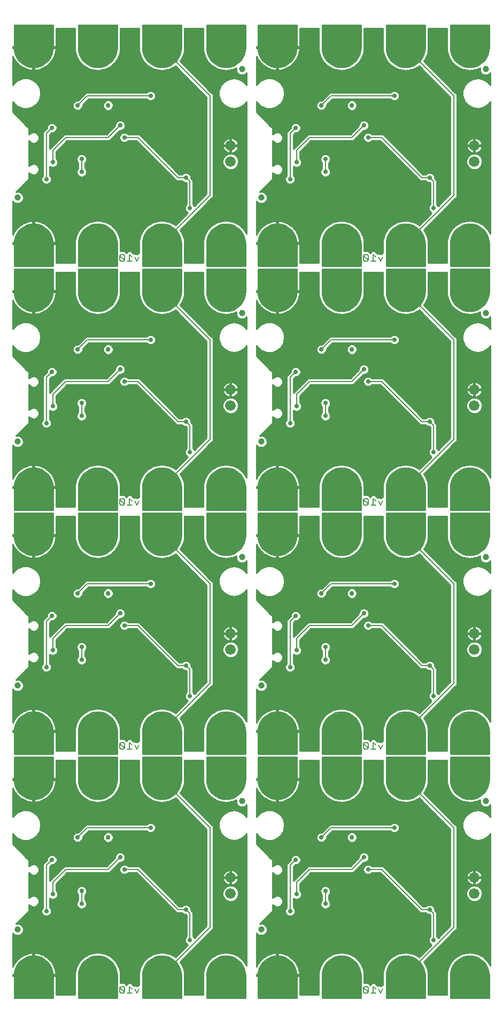
<source format=gbl>
G75*
%MOIN*%
%OFA0B0*%
%FSLAX25Y25*%
%IPPOS*%
%LPD*%
%AMOC8*
5,1,8,0,0,1.08239X$1,22.5*
%
%ADD10C,0.00800*%
%ADD11C,0.06600*%
%ADD12C,0.20000*%
%ADD13C,0.01000*%
%ADD14C,0.03937*%
%ADD15C,0.03000*%
%ADD16C,0.02900*%
D10*
X0147935Y0264300D02*
X0149337Y0264300D01*
X0150037Y0265001D01*
X0147235Y0267803D01*
X0147235Y0265001D01*
X0147935Y0264300D01*
X0150037Y0265001D02*
X0150037Y0267803D01*
X0149337Y0268504D01*
X0147935Y0268504D01*
X0147235Y0267803D01*
X0151839Y0264300D02*
X0154641Y0264300D01*
X0153240Y0264300D02*
X0153240Y0268504D01*
X0154641Y0267102D01*
X0156443Y0267102D02*
X0157844Y0264300D01*
X0159245Y0267102D01*
X0173333Y0275400D02*
X0203333Y0305400D01*
X0203333Y0367400D01*
X0173333Y0397400D01*
X0157844Y0416300D02*
X0156443Y0419102D01*
X0154641Y0419102D02*
X0153240Y0420504D01*
X0153240Y0416300D01*
X0154641Y0416300D02*
X0151839Y0416300D01*
X0150037Y0417001D02*
X0147235Y0419803D01*
X0147235Y0417001D01*
X0147935Y0416300D01*
X0149337Y0416300D01*
X0150037Y0417001D01*
X0150037Y0419803D01*
X0149337Y0420504D01*
X0147935Y0420504D01*
X0147235Y0419803D01*
X0157844Y0416300D02*
X0159245Y0419102D01*
X0173333Y0427400D02*
X0203333Y0457400D01*
X0203333Y0519400D01*
X0173333Y0549400D01*
X0157844Y0568300D02*
X0156443Y0571102D01*
X0154641Y0571102D02*
X0153240Y0572504D01*
X0153240Y0568300D01*
X0154641Y0568300D02*
X0151839Y0568300D01*
X0150037Y0569001D02*
X0147235Y0571803D01*
X0147235Y0569001D01*
X0147935Y0568300D01*
X0149337Y0568300D01*
X0150037Y0569001D01*
X0150037Y0571803D01*
X0149337Y0572504D01*
X0147935Y0572504D01*
X0147235Y0571803D01*
X0157844Y0568300D02*
X0159245Y0571102D01*
X0173333Y0579400D02*
X0203333Y0609400D01*
X0203333Y0671400D01*
X0173333Y0701400D01*
X0157844Y0720300D02*
X0156443Y0723102D01*
X0154641Y0723102D02*
X0153240Y0724504D01*
X0153240Y0720300D01*
X0154641Y0720300D02*
X0151839Y0720300D01*
X0150037Y0721001D02*
X0147235Y0723803D01*
X0147235Y0721001D01*
X0147935Y0720300D01*
X0149337Y0720300D01*
X0150037Y0721001D01*
X0150037Y0723803D01*
X0149337Y0724504D01*
X0147935Y0724504D01*
X0147235Y0723803D01*
X0157844Y0720300D02*
X0159245Y0723102D01*
X0173333Y0731400D02*
X0203333Y0761400D01*
X0203333Y0823400D01*
X0173333Y0853400D01*
X0166333Y0823400D02*
X0126833Y0823400D01*
X0120833Y0817400D01*
X0104833Y0803400D02*
X0101333Y0799900D01*
X0101333Y0771400D01*
X0105333Y0781900D02*
X0105333Y0789400D01*
X0113333Y0797400D01*
X0139833Y0797400D01*
X0147333Y0804900D01*
X0149987Y0797400D02*
X0158333Y0797400D01*
X0183333Y0772400D01*
X0188333Y0772400D01*
X0190833Y0769900D01*
X0190833Y0753400D01*
X0166333Y0671400D02*
X0126833Y0671400D01*
X0120833Y0665400D01*
X0104833Y0651400D02*
X0101333Y0647900D01*
X0101333Y0619400D01*
X0105333Y0629900D02*
X0105333Y0637400D01*
X0113333Y0645400D01*
X0139833Y0645400D01*
X0147333Y0652900D01*
X0149987Y0645400D02*
X0158333Y0645400D01*
X0183333Y0620400D01*
X0188333Y0620400D01*
X0190833Y0617900D01*
X0190833Y0601400D01*
X0166333Y0519400D02*
X0126833Y0519400D01*
X0120833Y0513400D01*
X0104833Y0499400D02*
X0101333Y0495900D01*
X0101333Y0467400D01*
X0105333Y0477900D02*
X0105333Y0485400D01*
X0113333Y0493400D01*
X0139833Y0493400D01*
X0147333Y0500900D01*
X0149987Y0493400D02*
X0158333Y0493400D01*
X0183333Y0468400D01*
X0188333Y0468400D01*
X0190833Y0465900D01*
X0190833Y0449400D01*
X0166333Y0367400D02*
X0126833Y0367400D01*
X0120833Y0361400D01*
X0104833Y0347400D02*
X0101333Y0343900D01*
X0101333Y0315400D01*
X0105333Y0325900D02*
X0105333Y0333400D01*
X0113333Y0341400D01*
X0139833Y0341400D01*
X0147333Y0348900D01*
X0149987Y0341400D02*
X0158333Y0341400D01*
X0183333Y0316400D01*
X0188333Y0316400D01*
X0190833Y0313900D01*
X0190833Y0297400D01*
X0253333Y0315400D02*
X0253333Y0343900D01*
X0256833Y0347400D01*
X0265333Y0341400D02*
X0257333Y0333400D01*
X0257333Y0325900D01*
X0265333Y0341400D02*
X0291833Y0341400D01*
X0299333Y0348900D01*
X0301987Y0341400D02*
X0310333Y0341400D01*
X0335333Y0316400D01*
X0340333Y0316400D01*
X0342833Y0313900D01*
X0342833Y0297400D01*
X0355333Y0305400D02*
X0325333Y0275400D01*
X0311245Y0267102D02*
X0309844Y0264300D01*
X0308443Y0267102D01*
X0306641Y0267102D02*
X0305240Y0268504D01*
X0305240Y0264300D01*
X0306641Y0264300D02*
X0303839Y0264300D01*
X0302037Y0265001D02*
X0299235Y0267803D01*
X0299235Y0265001D01*
X0299935Y0264300D01*
X0301337Y0264300D01*
X0302037Y0265001D01*
X0302037Y0267803D01*
X0301337Y0268504D01*
X0299935Y0268504D01*
X0299235Y0267803D01*
X0275333Y0319900D02*
X0275333Y0327900D01*
X0272833Y0361400D02*
X0278833Y0367400D01*
X0318333Y0367400D01*
X0325333Y0397400D02*
X0355333Y0367400D01*
X0355333Y0305400D01*
X0309844Y0416300D02*
X0308443Y0419102D01*
X0306641Y0419102D02*
X0305240Y0420504D01*
X0305240Y0416300D01*
X0306641Y0416300D02*
X0303839Y0416300D01*
X0302037Y0417001D02*
X0299235Y0419803D01*
X0299235Y0417001D01*
X0299935Y0416300D01*
X0301337Y0416300D01*
X0302037Y0417001D01*
X0302037Y0419803D01*
X0301337Y0420504D01*
X0299935Y0420504D01*
X0299235Y0419803D01*
X0309844Y0416300D02*
X0311245Y0419102D01*
X0325333Y0427400D02*
X0355333Y0457400D01*
X0355333Y0519400D01*
X0325333Y0549400D01*
X0309844Y0568300D02*
X0308443Y0571102D01*
X0306641Y0571102D02*
X0305240Y0572504D01*
X0305240Y0568300D01*
X0306641Y0568300D02*
X0303839Y0568300D01*
X0302037Y0569001D02*
X0299235Y0571803D01*
X0299235Y0569001D01*
X0299935Y0568300D01*
X0301337Y0568300D01*
X0302037Y0569001D01*
X0302037Y0571803D01*
X0301337Y0572504D01*
X0299935Y0572504D01*
X0299235Y0571803D01*
X0309844Y0568300D02*
X0311245Y0571102D01*
X0325333Y0579400D02*
X0355333Y0609400D01*
X0355333Y0671400D01*
X0325333Y0701400D01*
X0309844Y0720300D02*
X0308443Y0723102D01*
X0306641Y0723102D02*
X0305240Y0724504D01*
X0305240Y0720300D01*
X0306641Y0720300D02*
X0303839Y0720300D01*
X0302037Y0721001D02*
X0299235Y0723803D01*
X0299235Y0721001D01*
X0299935Y0720300D01*
X0301337Y0720300D01*
X0302037Y0721001D01*
X0302037Y0723803D01*
X0301337Y0724504D01*
X0299935Y0724504D01*
X0299235Y0723803D01*
X0309844Y0720300D02*
X0311245Y0723102D01*
X0325333Y0731400D02*
X0355333Y0761400D01*
X0355333Y0823400D01*
X0325333Y0853400D01*
X0318333Y0823400D02*
X0278833Y0823400D01*
X0272833Y0817400D01*
X0256833Y0803400D02*
X0253333Y0799900D01*
X0253333Y0771400D01*
X0257333Y0781900D02*
X0257333Y0789400D01*
X0265333Y0797400D01*
X0291833Y0797400D01*
X0299333Y0804900D01*
X0301987Y0797400D02*
X0310333Y0797400D01*
X0335333Y0772400D01*
X0340333Y0772400D01*
X0342833Y0769900D01*
X0342833Y0753400D01*
X0318333Y0671400D02*
X0278833Y0671400D01*
X0272833Y0665400D01*
X0256833Y0651400D02*
X0253333Y0647900D01*
X0253333Y0619400D01*
X0257333Y0629900D02*
X0257333Y0637400D01*
X0265333Y0645400D01*
X0291833Y0645400D01*
X0299333Y0652900D01*
X0301987Y0645400D02*
X0310333Y0645400D01*
X0335333Y0620400D01*
X0340333Y0620400D01*
X0342833Y0617900D01*
X0342833Y0601400D01*
X0318333Y0519400D02*
X0278833Y0519400D01*
X0272833Y0513400D01*
X0256833Y0499400D02*
X0253333Y0495900D01*
X0253333Y0467400D01*
X0257333Y0477900D02*
X0257333Y0485400D01*
X0265333Y0493400D01*
X0291833Y0493400D01*
X0299333Y0500900D01*
X0301987Y0493400D02*
X0310333Y0493400D01*
X0335333Y0468400D01*
X0340333Y0468400D01*
X0342833Y0465900D01*
X0342833Y0449400D01*
X0275333Y0471900D02*
X0275333Y0479900D01*
X0275333Y0623900D02*
X0275333Y0631900D01*
X0275333Y0775900D02*
X0275333Y0783900D01*
X0123333Y0783900D02*
X0123333Y0775900D01*
X0123333Y0631900D02*
X0123333Y0623900D01*
X0123333Y0479900D02*
X0123333Y0471900D01*
X0123333Y0327900D02*
X0123333Y0319900D01*
D11*
X0216207Y0326400D03*
X0216207Y0336400D03*
X0216207Y0478400D03*
X0216207Y0488400D03*
X0216207Y0630400D03*
X0216207Y0640400D03*
X0216207Y0782400D03*
X0216207Y0792400D03*
X0368207Y0792400D03*
X0368207Y0782400D03*
X0368207Y0640400D03*
X0368207Y0630400D03*
X0368207Y0488400D03*
X0368207Y0478400D03*
X0368207Y0336400D03*
X0368207Y0326400D03*
D12*
X0365333Y0275400D03*
X0325333Y0275400D03*
X0285333Y0275400D03*
X0245333Y0275400D03*
X0213333Y0275400D03*
X0173333Y0275400D03*
X0133333Y0275400D03*
X0093333Y0275400D03*
X0093333Y0397400D03*
X0093333Y0427400D03*
X0133333Y0427400D03*
X0133333Y0397400D03*
X0173333Y0397400D03*
X0173333Y0427400D03*
X0213333Y0427400D03*
X0213333Y0397400D03*
X0245333Y0397400D03*
X0245333Y0427400D03*
X0285333Y0427400D03*
X0285333Y0397400D03*
X0325333Y0397400D03*
X0325333Y0427400D03*
X0365333Y0427400D03*
X0365333Y0397400D03*
X0365333Y0549400D03*
X0365333Y0579400D03*
X0325333Y0579400D03*
X0325333Y0549400D03*
X0285333Y0549400D03*
X0285333Y0579400D03*
X0245333Y0579400D03*
X0245333Y0549400D03*
X0213333Y0549400D03*
X0213333Y0579400D03*
X0173333Y0579400D03*
X0173333Y0549400D03*
X0133333Y0549400D03*
X0133333Y0579400D03*
X0093333Y0579400D03*
X0093333Y0549400D03*
X0093333Y0701400D03*
X0093333Y0731400D03*
X0133333Y0731400D03*
X0133333Y0701400D03*
X0173333Y0701400D03*
X0173333Y0731400D03*
X0213333Y0731400D03*
X0213333Y0701400D03*
X0245333Y0701400D03*
X0245333Y0731400D03*
X0285333Y0731400D03*
X0285333Y0701400D03*
X0325333Y0701400D03*
X0325333Y0731400D03*
X0365333Y0731400D03*
X0365333Y0701400D03*
X0365333Y0853400D03*
X0325333Y0853400D03*
X0285333Y0853400D03*
X0245333Y0853400D03*
X0213333Y0853400D03*
X0173333Y0853400D03*
X0133333Y0853400D03*
X0093333Y0853400D03*
D13*
X0081333Y0261400D02*
X0105333Y0261400D01*
X0105333Y0275400D01*
X0105211Y0277108D01*
X0104847Y0278781D01*
X0104249Y0280385D01*
X0103428Y0281888D01*
X0102402Y0283258D01*
X0101192Y0284469D01*
X0099821Y0285495D01*
X0098318Y0286316D01*
X0096714Y0286914D01*
X0095041Y0287278D01*
X0093333Y0287400D01*
X0091626Y0287278D01*
X0089953Y0286914D01*
X0088348Y0286316D01*
X0086846Y0285495D01*
X0085475Y0284469D01*
X0084264Y0283258D01*
X0083238Y0281888D01*
X0082418Y0280385D01*
X0081819Y0278781D01*
X0081455Y0277108D01*
X0081333Y0275400D01*
X0081333Y0261400D01*
X0105333Y0261400D01*
X0105333Y0262399D02*
X0081333Y0262399D01*
X0081333Y0263397D02*
X0105333Y0263397D01*
X0105333Y0264396D02*
X0081333Y0264396D01*
X0081333Y0265394D02*
X0105333Y0265394D01*
X0105333Y0266393D02*
X0081333Y0266393D01*
X0081333Y0267391D02*
X0105333Y0267391D01*
X0105333Y0268390D02*
X0081333Y0268390D01*
X0081333Y0269388D02*
X0105333Y0269388D01*
X0105333Y0270387D02*
X0081333Y0270387D01*
X0081333Y0271385D02*
X0105333Y0271385D01*
X0105333Y0272384D02*
X0081333Y0272384D01*
X0081333Y0273382D02*
X0105333Y0273382D01*
X0105333Y0274381D02*
X0081333Y0274381D01*
X0081333Y0275379D02*
X0105333Y0275379D01*
X0105263Y0276378D02*
X0081403Y0276378D01*
X0081514Y0277376D02*
X0105153Y0277376D01*
X0104936Y0278375D02*
X0081731Y0278375D01*
X0082040Y0279373D02*
X0104626Y0279373D01*
X0104254Y0280372D02*
X0082413Y0280372D01*
X0082956Y0281370D02*
X0103711Y0281370D01*
X0103068Y0282369D02*
X0083598Y0282369D01*
X0084373Y0283367D02*
X0102293Y0283367D01*
X0101295Y0284366D02*
X0085372Y0284366D01*
X0086671Y0285364D02*
X0099996Y0285364D01*
X0100969Y0287157D02*
X0100919Y0287186D01*
X0099698Y0287891D01*
X0099637Y0287918D01*
X0098357Y0288488D01*
X0098280Y0288513D01*
X0096962Y0288942D01*
X0096859Y0288963D01*
X0095526Y0289247D01*
X0094067Y0289400D01*
X0093833Y0289400D01*
X0093833Y0275900D01*
X0092833Y0275900D01*
X0092833Y0274900D01*
X0080433Y0274900D01*
X0080433Y0275900D01*
X0092833Y0275900D01*
X0092833Y0289400D01*
X0092600Y0289400D01*
X0091140Y0289247D01*
X0089705Y0288942D01*
X0088309Y0288488D01*
X0086969Y0287891D01*
X0085698Y0287157D01*
X0084511Y0286295D01*
X0083420Y0285313D01*
X0082438Y0284223D01*
X0082438Y0284223D01*
X0082433Y0284215D01*
X0081576Y0283035D01*
X0080842Y0281765D01*
X0080842Y0281765D01*
X0080433Y0280846D01*
X0080433Y0301612D01*
X0081255Y0300790D01*
X0082604Y0300231D01*
X0084063Y0300231D01*
X0085411Y0300790D01*
X0086443Y0301822D01*
X0087002Y0303170D01*
X0087002Y0304630D01*
X0086443Y0305978D01*
X0085411Y0307010D01*
X0084063Y0307568D01*
X0082604Y0307568D01*
X0082378Y0307475D01*
X0090433Y0315530D01*
X0090433Y0319548D01*
X0091367Y0318614D01*
X0092643Y0318086D01*
X0094024Y0318086D01*
X0095300Y0318614D01*
X0096276Y0319591D01*
X0096805Y0320867D01*
X0096805Y0322248D01*
X0096276Y0323524D01*
X0095300Y0324501D01*
X0094024Y0325029D01*
X0092643Y0325029D01*
X0091367Y0324501D01*
X0090433Y0323567D01*
X0090433Y0339233D01*
X0091367Y0338299D01*
X0092643Y0337771D01*
X0094024Y0337771D01*
X0095300Y0338299D01*
X0096276Y0339276D01*
X0096805Y0340552D01*
X0096805Y0341933D01*
X0096276Y0343209D01*
X0095300Y0344186D01*
X0094024Y0344714D01*
X0092643Y0344714D01*
X0091367Y0344186D01*
X0090433Y0343252D01*
X0090433Y0347270D01*
X0089203Y0348500D01*
X0080433Y0357270D01*
X0080433Y0363783D01*
X0081021Y0362765D01*
X0081021Y0362765D01*
X0083561Y0360634D01*
X0086676Y0359500D01*
X0089991Y0359500D01*
X0093106Y0360634D01*
X0095645Y0362765D01*
X0097303Y0365635D01*
X0097303Y0365635D01*
X0097878Y0368900D01*
X0097303Y0372165D01*
X0095645Y0375035D01*
X0095645Y0375035D01*
X0093106Y0377166D01*
X0093106Y0377166D01*
X0089991Y0378300D01*
X0086676Y0378300D01*
X0083561Y0377166D01*
X0083561Y0377166D01*
X0081021Y0375035D01*
X0080433Y0374017D01*
X0080433Y0391954D01*
X0080842Y0391035D01*
X0081576Y0389765D01*
X0081576Y0389765D01*
X0082438Y0388577D01*
X0083420Y0387487D01*
X0083420Y0387487D01*
X0083420Y0387487D01*
X0083774Y0387168D01*
X0084511Y0386505D01*
X0084923Y0386205D01*
X0085698Y0385642D01*
X0086176Y0385366D01*
X0086969Y0384909D01*
X0087524Y0384662D01*
X0088309Y0384312D01*
X0088309Y0384312D01*
X0088957Y0384102D01*
X0089705Y0383858D01*
X0090467Y0383696D01*
X0091140Y0383553D01*
X0091140Y0383553D01*
X0092600Y0383400D01*
X0092833Y0383400D01*
X0092833Y0396900D01*
X0080433Y0396900D01*
X0080433Y0397900D01*
X0092833Y0397900D01*
X0092833Y0396900D01*
X0093833Y0396900D01*
X0093833Y0383400D01*
X0094067Y0383400D01*
X0095526Y0383553D01*
X0096962Y0383858D01*
X0098357Y0384312D01*
X0099698Y0384909D01*
X0100969Y0385642D01*
X0102156Y0386505D01*
X0103246Y0387487D01*
X0103246Y0387487D01*
X0104228Y0388577D01*
X0104228Y0388577D01*
X0104230Y0388579D01*
X0105091Y0389765D01*
X0105825Y0391035D01*
X0105825Y0391035D01*
X0106421Y0392376D01*
X0106875Y0393772D01*
X0107180Y0395207D01*
X0107333Y0396666D01*
X0107333Y0396900D01*
X0093833Y0396900D01*
X0093833Y0397900D01*
X0092833Y0397900D01*
X0092833Y0409300D01*
X0093833Y0409300D01*
X0093833Y0397900D01*
X0107333Y0397900D01*
X0107333Y0409300D01*
X0119133Y0409300D01*
X0119133Y0398221D01*
X0119074Y0398152D01*
X0119133Y0397321D01*
X0119133Y0396489D01*
X0119197Y0396425D01*
X0119209Y0396266D01*
X0119112Y0396115D01*
X0119272Y0395378D01*
X0119326Y0394626D01*
X0119461Y0394509D01*
X0119514Y0394267D01*
X0119440Y0394104D01*
X0119703Y0393398D01*
X0119863Y0392661D01*
X0120014Y0392564D01*
X0120101Y0392332D01*
X0120050Y0392160D01*
X0120411Y0391499D01*
X0120675Y0390792D01*
X0120838Y0390718D01*
X0120956Y0390501D01*
X0120931Y0390323D01*
X0121383Y0389720D01*
X0121744Y0389058D01*
X0121916Y0389008D01*
X0122064Y0388809D01*
X0122064Y0388630D01*
X0122597Y0388097D01*
X0123049Y0387494D01*
X0123226Y0387468D01*
X0123402Y0387293D01*
X0123427Y0387116D01*
X0124031Y0386664D01*
X0124564Y0386131D01*
X0124743Y0386131D01*
X0124941Y0385983D01*
X0124991Y0385811D01*
X0125653Y0385449D01*
X0126257Y0384998D01*
X0126434Y0385023D01*
X0126651Y0384904D01*
X0126726Y0384742D01*
X0127432Y0384478D01*
X0128094Y0384117D01*
X0128266Y0384167D01*
X0128498Y0384081D01*
X0128594Y0383930D01*
X0129331Y0383770D01*
X0130038Y0383506D01*
X0130200Y0383581D01*
X0130442Y0383528D01*
X0130560Y0383393D01*
X0131312Y0383339D01*
X0132048Y0383179D01*
X0132199Y0383276D01*
X0132446Y0383258D01*
X0132581Y0383141D01*
X0133333Y0383194D01*
X0134085Y0383141D01*
X0134221Y0383258D01*
X0134468Y0383276D01*
X0134618Y0383179D01*
X0135355Y0383339D01*
X0136107Y0383393D01*
X0136224Y0383528D01*
X0136466Y0383581D01*
X0136629Y0383506D01*
X0137336Y0383770D01*
X0138072Y0383930D01*
X0138169Y0384081D01*
X0138401Y0384167D01*
X0138573Y0384117D01*
X0139235Y0384478D01*
X0139941Y0384742D01*
X0140015Y0384904D01*
X0140233Y0385023D01*
X0140410Y0384998D01*
X0141013Y0385449D01*
X0141675Y0385811D01*
X0141726Y0385983D01*
X0141924Y0386131D01*
X0142103Y0386131D01*
X0142636Y0386664D01*
X0143240Y0387116D01*
X0143265Y0387293D01*
X0143440Y0387468D01*
X0143617Y0387494D01*
X0144069Y0388097D01*
X0144602Y0388630D01*
X0144602Y0388809D01*
X0144751Y0389008D01*
X0144923Y0389058D01*
X0145284Y0389720D01*
X0145736Y0390323D01*
X0145710Y0390501D01*
X0145829Y0390718D01*
X0145992Y0390792D01*
X0146255Y0391499D01*
X0146617Y0392160D01*
X0146566Y0392332D01*
X0146653Y0392564D01*
X0146803Y0392661D01*
X0146964Y0393398D01*
X0147227Y0394104D01*
X0147153Y0394267D01*
X0147205Y0394509D01*
X0147341Y0394626D01*
X0147394Y0395378D01*
X0147555Y0396115D01*
X0147458Y0396266D01*
X0147469Y0396425D01*
X0147533Y0396489D01*
X0147533Y0397321D01*
X0147593Y0398152D01*
X0147533Y0398221D01*
X0147533Y0409300D01*
X0159133Y0409300D01*
X0159133Y0398221D01*
X0159074Y0398152D01*
X0159133Y0397321D01*
X0159133Y0396489D01*
X0159197Y0396425D01*
X0159209Y0396266D01*
X0159112Y0396115D01*
X0159272Y0395378D01*
X0159326Y0394626D01*
X0159461Y0394509D01*
X0159514Y0394267D01*
X0159440Y0394104D01*
X0159703Y0393398D01*
X0159863Y0392661D01*
X0160014Y0392564D01*
X0160101Y0392332D01*
X0160050Y0392160D01*
X0160411Y0391499D01*
X0160675Y0390792D01*
X0160838Y0390718D01*
X0160956Y0390501D01*
X0160931Y0390323D01*
X0161383Y0389720D01*
X0161744Y0389058D01*
X0161916Y0389008D01*
X0162064Y0388809D01*
X0162064Y0388630D01*
X0162597Y0388097D01*
X0163049Y0387494D01*
X0163226Y0387468D01*
X0163402Y0387293D01*
X0163427Y0387116D01*
X0164031Y0386664D01*
X0164564Y0386131D01*
X0164743Y0386131D01*
X0164941Y0385983D01*
X0164991Y0385811D01*
X0165653Y0385449D01*
X0166257Y0384998D01*
X0166434Y0385023D01*
X0166651Y0384904D01*
X0166726Y0384742D01*
X0167432Y0384478D01*
X0168094Y0384117D01*
X0168266Y0384167D01*
X0168498Y0384081D01*
X0168594Y0383930D01*
X0169331Y0383770D01*
X0170038Y0383506D01*
X0170200Y0383581D01*
X0170442Y0383528D01*
X0170560Y0383393D01*
X0171312Y0383339D01*
X0172048Y0383179D01*
X0172199Y0383276D01*
X0172446Y0383258D01*
X0172581Y0383141D01*
X0173333Y0383194D01*
X0174085Y0383141D01*
X0174221Y0383258D01*
X0174468Y0383276D01*
X0174618Y0383179D01*
X0175355Y0383339D01*
X0176107Y0383393D01*
X0176224Y0383528D01*
X0176466Y0383581D01*
X0176629Y0383506D01*
X0177336Y0383770D01*
X0178072Y0383930D01*
X0178169Y0384081D01*
X0178401Y0384167D01*
X0178573Y0384117D01*
X0179235Y0384478D01*
X0179941Y0384742D01*
X0180015Y0384904D01*
X0180233Y0385023D01*
X0180410Y0384998D01*
X0181013Y0385449D01*
X0181675Y0385811D01*
X0181726Y0385983D01*
X0181757Y0386006D01*
X0201233Y0366530D01*
X0201233Y0306270D01*
X0193692Y0298729D01*
X0193504Y0299184D01*
X0192933Y0299755D01*
X0192933Y0314770D01*
X0191483Y0316220D01*
X0191483Y0317027D01*
X0191004Y0318184D01*
X0190118Y0319070D01*
X0188960Y0319550D01*
X0187707Y0319550D01*
X0186549Y0319070D01*
X0185979Y0318500D01*
X0184203Y0318500D01*
X0160433Y0342270D01*
X0159203Y0343500D01*
X0152342Y0343500D01*
X0151771Y0344070D01*
X0150613Y0344550D01*
X0149360Y0344550D01*
X0148203Y0344070D01*
X0147316Y0343184D01*
X0146837Y0342027D01*
X0146837Y0340773D01*
X0147316Y0339616D01*
X0148203Y0338730D01*
X0149360Y0338250D01*
X0150613Y0338250D01*
X0151771Y0338730D01*
X0152342Y0339300D01*
X0157463Y0339300D01*
X0182463Y0314300D01*
X0185979Y0314300D01*
X0186549Y0313730D01*
X0187707Y0313250D01*
X0188513Y0313250D01*
X0188733Y0313030D01*
X0188733Y0299755D01*
X0188163Y0299184D01*
X0187683Y0298027D01*
X0187683Y0296773D01*
X0188163Y0295616D01*
X0189049Y0294730D01*
X0189504Y0294541D01*
X0181757Y0286794D01*
X0181726Y0286817D01*
X0181675Y0286989D01*
X0181013Y0287351D01*
X0180410Y0287802D01*
X0180233Y0287777D01*
X0180015Y0287896D01*
X0179941Y0288058D01*
X0179235Y0288322D01*
X0178573Y0288683D01*
X0178401Y0288633D01*
X0178169Y0288719D01*
X0178072Y0288870D01*
X0177336Y0289030D01*
X0176629Y0289294D01*
X0176466Y0289219D01*
X0176224Y0289272D01*
X0176107Y0289407D01*
X0175355Y0289461D01*
X0174618Y0289621D01*
X0174468Y0289524D01*
X0174221Y0289542D01*
X0174085Y0289659D01*
X0173333Y0289606D01*
X0172581Y0289659D01*
X0172446Y0289542D01*
X0172199Y0289524D01*
X0172048Y0289621D01*
X0171312Y0289461D01*
X0170560Y0289407D01*
X0170442Y0289272D01*
X0170200Y0289219D01*
X0170038Y0289294D01*
X0169331Y0289030D01*
X0168594Y0288870D01*
X0168498Y0288719D01*
X0168266Y0288633D01*
X0168094Y0288683D01*
X0167432Y0288322D01*
X0166726Y0288058D01*
X0166651Y0287896D01*
X0166434Y0287777D01*
X0166257Y0287802D01*
X0165653Y0287351D01*
X0164991Y0286989D01*
X0164941Y0286817D01*
X0164743Y0286669D01*
X0164564Y0286669D01*
X0164031Y0286136D01*
X0163427Y0285684D01*
X0163402Y0285507D01*
X0163226Y0285332D01*
X0163049Y0285306D01*
X0162597Y0284703D01*
X0162064Y0284170D01*
X0162064Y0283991D01*
X0161916Y0283792D01*
X0161744Y0283742D01*
X0161383Y0283080D01*
X0160931Y0282477D01*
X0160956Y0282299D01*
X0160838Y0282082D01*
X0160675Y0282008D01*
X0160411Y0281301D01*
X0160050Y0280640D01*
X0160101Y0280468D01*
X0160014Y0280236D01*
X0159863Y0280139D01*
X0159703Y0279402D01*
X0159440Y0278696D01*
X0159514Y0278533D01*
X0159461Y0278291D01*
X0159326Y0278174D01*
X0159272Y0277422D01*
X0159112Y0276685D01*
X0159209Y0276534D01*
X0159197Y0276375D01*
X0159133Y0276311D01*
X0159133Y0275478D01*
X0159074Y0274648D01*
X0159133Y0274579D01*
X0159133Y0269279D01*
X0157844Y0268849D01*
X0156282Y0269370D01*
X0155656Y0269057D01*
X0155340Y0269373D01*
X0155340Y0269373D01*
X0154974Y0269739D01*
X0154110Y0270604D01*
X0152370Y0270604D01*
X0151746Y0269980D01*
X0151288Y0269522D01*
X0150207Y0270604D01*
X0148805Y0270604D01*
X0148627Y0270604D01*
X0148467Y0270604D01*
X0148467Y0270604D01*
X0147533Y0270604D01*
X0147533Y0274579D01*
X0147593Y0274648D01*
X0147533Y0275479D01*
X0147533Y0276311D01*
X0147469Y0276375D01*
X0147458Y0276534D01*
X0147555Y0276685D01*
X0147394Y0277422D01*
X0147341Y0278174D01*
X0147205Y0278291D01*
X0147153Y0278533D01*
X0147227Y0278696D01*
X0146964Y0279402D01*
X0146803Y0280139D01*
X0146653Y0280236D01*
X0146566Y0280468D01*
X0146617Y0280640D01*
X0146255Y0281301D01*
X0145992Y0282008D01*
X0145829Y0282082D01*
X0145710Y0282299D01*
X0145736Y0282477D01*
X0145284Y0283080D01*
X0144923Y0283742D01*
X0144751Y0283792D01*
X0144602Y0283991D01*
X0144602Y0284170D01*
X0144069Y0284703D01*
X0143617Y0285306D01*
X0143440Y0285332D01*
X0143265Y0285507D01*
X0143240Y0285684D01*
X0142636Y0286136D01*
X0142103Y0286669D01*
X0141924Y0286669D01*
X0141726Y0286817D01*
X0141675Y0286989D01*
X0141013Y0287351D01*
X0140410Y0287802D01*
X0140233Y0287777D01*
X0140015Y0287896D01*
X0139941Y0288058D01*
X0139235Y0288322D01*
X0138573Y0288683D01*
X0138401Y0288633D01*
X0138169Y0288719D01*
X0138072Y0288870D01*
X0137336Y0289030D01*
X0136629Y0289294D01*
X0136466Y0289219D01*
X0136224Y0289272D01*
X0136107Y0289407D01*
X0135355Y0289461D01*
X0134618Y0289621D01*
X0134468Y0289524D01*
X0134221Y0289542D01*
X0134085Y0289659D01*
X0133333Y0289606D01*
X0132581Y0289659D01*
X0132446Y0289542D01*
X0132199Y0289524D01*
X0132048Y0289621D01*
X0131312Y0289461D01*
X0130560Y0289407D01*
X0130442Y0289272D01*
X0130200Y0289219D01*
X0130038Y0289294D01*
X0129331Y0289030D01*
X0128594Y0288870D01*
X0128498Y0288719D01*
X0128266Y0288633D01*
X0128094Y0288683D01*
X0127432Y0288322D01*
X0126726Y0288058D01*
X0126651Y0287896D01*
X0126434Y0287777D01*
X0126257Y0287802D01*
X0125653Y0287351D01*
X0124991Y0286989D01*
X0124941Y0286817D01*
X0124743Y0286669D01*
X0124564Y0286669D01*
X0124031Y0286136D01*
X0123427Y0285684D01*
X0123402Y0285507D01*
X0123226Y0285332D01*
X0123049Y0285306D01*
X0122597Y0284703D01*
X0122064Y0284170D01*
X0122064Y0283991D01*
X0121916Y0283792D01*
X0121744Y0283742D01*
X0121383Y0283080D01*
X0120931Y0282477D01*
X0120956Y0282299D01*
X0120838Y0282082D01*
X0120675Y0282008D01*
X0120411Y0281301D01*
X0120050Y0280640D01*
X0120101Y0280468D01*
X0120014Y0280236D01*
X0119863Y0280139D01*
X0119703Y0279402D01*
X0119440Y0278696D01*
X0119514Y0278533D01*
X0119461Y0278291D01*
X0119326Y0278174D01*
X0119272Y0277422D01*
X0119112Y0276685D01*
X0119209Y0276534D01*
X0119197Y0276375D01*
X0119133Y0276311D01*
X0119133Y0275478D01*
X0119074Y0274648D01*
X0119133Y0274579D01*
X0119133Y0263500D01*
X0107333Y0263500D01*
X0107333Y0274900D01*
X0093833Y0274900D01*
X0093833Y0263500D01*
X0092833Y0263500D01*
X0092833Y0274900D01*
X0093833Y0274900D01*
X0093833Y0275900D01*
X0107333Y0275900D01*
X0107333Y0276134D01*
X0107180Y0277593D01*
X0107180Y0277593D01*
X0106875Y0279028D01*
X0106875Y0279028D01*
X0106421Y0280424D01*
X0105825Y0281765D01*
X0105091Y0283035D01*
X0105091Y0283035D01*
X0104228Y0284223D01*
X0103246Y0285313D01*
X0103213Y0285343D01*
X0102156Y0286295D01*
X0102156Y0286295D01*
X0102115Y0286324D01*
X0100969Y0287157D01*
X0100969Y0287157D01*
X0100616Y0287361D02*
X0125668Y0287361D01*
X0124258Y0286363D02*
X0102063Y0286363D01*
X0103190Y0285364D02*
X0123259Y0285364D01*
X0122261Y0284366D02*
X0104099Y0284366D01*
X0104228Y0284223D02*
X0104228Y0284223D01*
X0104850Y0283367D02*
X0121540Y0283367D01*
X0120946Y0282369D02*
X0105476Y0282369D01*
X0105825Y0281765D02*
X0105825Y0281765D01*
X0106000Y0281370D02*
X0120437Y0281370D01*
X0120065Y0280372D02*
X0106438Y0280372D01*
X0106421Y0280424D02*
X0106421Y0280424D01*
X0106763Y0279373D02*
X0119692Y0279373D01*
X0119480Y0278375D02*
X0107014Y0278375D01*
X0107203Y0277376D02*
X0119262Y0277376D01*
X0119198Y0276378D02*
X0107308Y0276378D01*
X0107333Y0274381D02*
X0119133Y0274381D01*
X0119126Y0275379D02*
X0093833Y0275379D01*
X0093833Y0274381D02*
X0092833Y0274381D01*
X0092833Y0275379D02*
X0080433Y0275379D01*
X0080433Y0281370D02*
X0080667Y0281370D01*
X0080433Y0282369D02*
X0081191Y0282369D01*
X0081576Y0283035D02*
X0081576Y0283035D01*
X0081817Y0283367D02*
X0080433Y0283367D01*
X0080433Y0284366D02*
X0082567Y0284366D01*
X0083420Y0285313D02*
X0083420Y0285313D01*
X0083477Y0285364D02*
X0080433Y0285364D01*
X0080433Y0286363D02*
X0084604Y0286363D01*
X0086051Y0287361D02*
X0080433Y0287361D01*
X0080433Y0288360D02*
X0088021Y0288360D01*
X0088475Y0286363D02*
X0098192Y0286363D01*
X0098645Y0288360D02*
X0127502Y0288360D01*
X0128348Y0286316D02*
X0126846Y0285495D01*
X0125475Y0284469D01*
X0124264Y0283258D01*
X0123238Y0281888D01*
X0122418Y0280385D01*
X0121819Y0278781D01*
X0121455Y0277108D01*
X0121333Y0275400D01*
X0121333Y0261400D01*
X0145333Y0261400D01*
X0145333Y0275400D01*
X0145211Y0277108D01*
X0144847Y0278781D01*
X0144249Y0280385D01*
X0143428Y0281888D01*
X0142402Y0283258D01*
X0141192Y0284469D01*
X0139821Y0285495D01*
X0138318Y0286316D01*
X0136714Y0286914D01*
X0135041Y0287278D01*
X0133333Y0287400D01*
X0131626Y0287278D01*
X0129953Y0286914D01*
X0128348Y0286316D01*
X0128475Y0286363D02*
X0138192Y0286363D01*
X0139996Y0285364D02*
X0126671Y0285364D01*
X0125372Y0284366D02*
X0141295Y0284366D01*
X0142293Y0283367D02*
X0124373Y0283367D01*
X0123598Y0282369D02*
X0143068Y0282369D01*
X0143711Y0281370D02*
X0122956Y0281370D01*
X0122413Y0280372D02*
X0144254Y0280372D01*
X0144626Y0279373D02*
X0122040Y0279373D01*
X0121731Y0278375D02*
X0144936Y0278375D01*
X0145153Y0277376D02*
X0121514Y0277376D01*
X0121403Y0276378D02*
X0145263Y0276378D01*
X0145333Y0275379D02*
X0121333Y0275379D01*
X0121333Y0274381D02*
X0145333Y0274381D01*
X0145333Y0273382D02*
X0121333Y0273382D01*
X0121333Y0272384D02*
X0145333Y0272384D01*
X0145333Y0271385D02*
X0121333Y0271385D01*
X0121333Y0270387D02*
X0145333Y0270387D01*
X0145333Y0269388D02*
X0121333Y0269388D01*
X0121333Y0268390D02*
X0145333Y0268390D01*
X0145333Y0267391D02*
X0121333Y0267391D01*
X0121333Y0266393D02*
X0145333Y0266393D01*
X0145333Y0265394D02*
X0121333Y0265394D01*
X0121333Y0264396D02*
X0145333Y0264396D01*
X0145333Y0263397D02*
X0121333Y0263397D01*
X0121333Y0262399D02*
X0145333Y0262399D01*
X0145333Y0261400D02*
X0121333Y0261400D01*
X0119133Y0264396D02*
X0107333Y0264396D01*
X0107333Y0265394D02*
X0119133Y0265394D01*
X0119133Y0266393D02*
X0107333Y0266393D01*
X0107333Y0267391D02*
X0119133Y0267391D01*
X0119133Y0268390D02*
X0107333Y0268390D01*
X0107333Y0269388D02*
X0119133Y0269388D01*
X0119133Y0270387D02*
X0107333Y0270387D01*
X0107333Y0271385D02*
X0119133Y0271385D01*
X0119133Y0272384D02*
X0107333Y0272384D01*
X0107333Y0273382D02*
X0119133Y0273382D01*
X0132792Y0287361D02*
X0133874Y0287361D01*
X0136149Y0289358D02*
X0170517Y0289358D01*
X0171626Y0287278D02*
X0169953Y0286914D01*
X0168348Y0286316D01*
X0166846Y0285495D01*
X0165475Y0284469D01*
X0164264Y0283258D01*
X0163238Y0281888D01*
X0162418Y0280385D01*
X0161819Y0278781D01*
X0161455Y0277108D01*
X0161333Y0275400D01*
X0161333Y0261400D01*
X0185333Y0261400D01*
X0185333Y0275400D01*
X0185211Y0277108D01*
X0184847Y0278781D01*
X0184249Y0280385D01*
X0183428Y0281888D01*
X0182402Y0283258D01*
X0181192Y0284469D01*
X0179821Y0285495D01*
X0178318Y0286316D01*
X0176714Y0286914D01*
X0175041Y0287278D01*
X0173333Y0287400D01*
X0171626Y0287278D01*
X0172792Y0287361D02*
X0173874Y0287361D01*
X0176149Y0289358D02*
X0184322Y0289358D01*
X0183323Y0288360D02*
X0179165Y0288360D01*
X0180999Y0287361D02*
X0182325Y0287361D01*
X0179996Y0285364D02*
X0166671Y0285364D01*
X0165372Y0284366D02*
X0181295Y0284366D01*
X0182293Y0283367D02*
X0164373Y0283367D01*
X0163598Y0282369D02*
X0183068Y0282369D01*
X0183711Y0281370D02*
X0162956Y0281370D01*
X0162413Y0280372D02*
X0184254Y0280372D01*
X0184626Y0279373D02*
X0162040Y0279373D01*
X0161731Y0278375D02*
X0184936Y0278375D01*
X0185153Y0277376D02*
X0161514Y0277376D01*
X0161403Y0276378D02*
X0185263Y0276378D01*
X0185333Y0275379D02*
X0161333Y0275379D01*
X0161333Y0274381D02*
X0185333Y0274381D01*
X0185333Y0273382D02*
X0161333Y0273382D01*
X0161333Y0272384D02*
X0185333Y0272384D01*
X0185333Y0271385D02*
X0161333Y0271385D01*
X0161333Y0270387D02*
X0185333Y0270387D01*
X0185333Y0269388D02*
X0161333Y0269388D01*
X0161333Y0268390D02*
X0185333Y0268390D01*
X0185333Y0267391D02*
X0161333Y0267391D01*
X0161333Y0266393D02*
X0185333Y0266393D01*
X0185333Y0265394D02*
X0161333Y0265394D01*
X0161333Y0264396D02*
X0185333Y0264396D01*
X0185333Y0263397D02*
X0161333Y0263397D01*
X0161333Y0262399D02*
X0185333Y0262399D01*
X0185333Y0261400D02*
X0161333Y0261400D01*
X0159133Y0269388D02*
X0155325Y0269388D01*
X0154327Y0270387D02*
X0159133Y0270387D01*
X0159133Y0271385D02*
X0147533Y0271385D01*
X0147533Y0272384D02*
X0159133Y0272384D01*
X0159133Y0273382D02*
X0147533Y0273382D01*
X0147533Y0274381D02*
X0159133Y0274381D01*
X0159126Y0275379D02*
X0147540Y0275379D01*
X0147469Y0276378D02*
X0159198Y0276378D01*
X0159262Y0277376D02*
X0147404Y0277376D01*
X0147187Y0278375D02*
X0159480Y0278375D01*
X0159692Y0279373D02*
X0146974Y0279373D01*
X0146602Y0280372D02*
X0160065Y0280372D01*
X0160437Y0281370D02*
X0146229Y0281370D01*
X0145720Y0282369D02*
X0160946Y0282369D01*
X0161540Y0283367D02*
X0145127Y0283367D01*
X0144406Y0284366D02*
X0162261Y0284366D01*
X0163259Y0285364D02*
X0143408Y0285364D01*
X0142409Y0286363D02*
X0164258Y0286363D01*
X0165668Y0287361D02*
X0140999Y0287361D01*
X0139165Y0288360D02*
X0167502Y0288360D01*
X0168475Y0286363D02*
X0178192Y0286363D01*
X0184727Y0283824D02*
X0205433Y0304530D01*
X0205433Y0366530D01*
X0205433Y0368270D01*
X0184727Y0388976D01*
X0184751Y0389008D01*
X0184923Y0389058D01*
X0185284Y0389720D01*
X0185736Y0390323D01*
X0185710Y0390501D01*
X0185829Y0390718D01*
X0185992Y0390792D01*
X0186255Y0391499D01*
X0186617Y0392160D01*
X0186566Y0392332D01*
X0186653Y0392564D01*
X0186803Y0392661D01*
X0186964Y0393398D01*
X0187227Y0394104D01*
X0187153Y0394267D01*
X0187205Y0394509D01*
X0187341Y0394626D01*
X0187394Y0395378D01*
X0187555Y0396115D01*
X0187458Y0396266D01*
X0187469Y0396425D01*
X0187533Y0396489D01*
X0187533Y0397321D01*
X0187593Y0398152D01*
X0187533Y0398221D01*
X0187533Y0409300D01*
X0199133Y0409300D01*
X0199133Y0398221D01*
X0199074Y0398152D01*
X0199133Y0397321D01*
X0199133Y0396489D01*
X0199197Y0396425D01*
X0199209Y0396266D01*
X0199112Y0396115D01*
X0199272Y0395378D01*
X0199326Y0394626D01*
X0199461Y0394509D01*
X0199514Y0394267D01*
X0199440Y0394104D01*
X0199703Y0393398D01*
X0199863Y0392661D01*
X0200014Y0392564D01*
X0200101Y0392332D01*
X0200050Y0392160D01*
X0200411Y0391499D01*
X0200675Y0390792D01*
X0200838Y0390718D01*
X0200956Y0390501D01*
X0200931Y0390323D01*
X0201383Y0389720D01*
X0201744Y0389058D01*
X0201916Y0389008D01*
X0202064Y0388809D01*
X0202064Y0388630D01*
X0202597Y0388097D01*
X0203049Y0387494D01*
X0203226Y0387468D01*
X0203402Y0387293D01*
X0203427Y0387116D01*
X0204031Y0386664D01*
X0204564Y0386131D01*
X0204743Y0386131D01*
X0204941Y0385983D01*
X0204991Y0385811D01*
X0205653Y0385449D01*
X0206257Y0384998D01*
X0206434Y0385023D01*
X0206651Y0384904D01*
X0206726Y0384742D01*
X0207432Y0384478D01*
X0208094Y0384117D01*
X0208266Y0384167D01*
X0208498Y0384081D01*
X0208594Y0383930D01*
X0209331Y0383770D01*
X0210038Y0383506D01*
X0210200Y0383581D01*
X0210442Y0383528D01*
X0210560Y0383393D01*
X0211312Y0383339D01*
X0212048Y0383179D01*
X0212199Y0383276D01*
X0212446Y0383258D01*
X0212581Y0383141D01*
X0213333Y0383194D01*
X0214085Y0383141D01*
X0214221Y0383258D01*
X0214468Y0383276D01*
X0214618Y0383179D01*
X0215355Y0383339D01*
X0216107Y0383393D01*
X0216224Y0383528D01*
X0216466Y0383581D01*
X0216629Y0383506D01*
X0217336Y0383770D01*
X0218072Y0383930D01*
X0218169Y0384081D01*
X0218401Y0384167D01*
X0218573Y0384117D01*
X0219235Y0384478D01*
X0219669Y0384640D01*
X0219665Y0384630D01*
X0219665Y0383170D01*
X0220223Y0381822D01*
X0221255Y0380790D01*
X0222604Y0380231D01*
X0224063Y0380231D01*
X0225411Y0380790D01*
X0226233Y0381612D01*
X0226233Y0374109D01*
X0224469Y0376212D01*
X0224469Y0376212D01*
X0224469Y0376212D01*
X0221598Y0377869D01*
X0221598Y0377869D01*
X0218333Y0378445D01*
X0215069Y0377869D01*
X0212198Y0376212D01*
X0210067Y0373673D01*
X0210067Y0373672D01*
X0208933Y0370557D01*
X0208933Y0367243D01*
X0210067Y0364127D01*
X0212198Y0361588D01*
X0215069Y0359931D01*
X0218333Y0359355D01*
X0218333Y0359355D01*
X0221598Y0359931D01*
X0224469Y0361588D01*
X0226233Y0363691D01*
X0226233Y0281360D01*
X0225992Y0282008D01*
X0225829Y0282082D01*
X0225710Y0282299D01*
X0225736Y0282477D01*
X0225284Y0283080D01*
X0224923Y0283742D01*
X0224751Y0283792D01*
X0224602Y0283991D01*
X0224602Y0284170D01*
X0224069Y0284703D01*
X0223617Y0285306D01*
X0223440Y0285332D01*
X0223265Y0285507D01*
X0223240Y0285684D01*
X0222636Y0286136D01*
X0222103Y0286669D01*
X0221924Y0286669D01*
X0221726Y0286817D01*
X0221675Y0286989D01*
X0221013Y0287351D01*
X0220410Y0287802D01*
X0220233Y0287777D01*
X0220015Y0287896D01*
X0219941Y0288058D01*
X0219235Y0288322D01*
X0218573Y0288683D01*
X0218401Y0288633D01*
X0218169Y0288719D01*
X0218072Y0288870D01*
X0217336Y0289030D01*
X0216629Y0289294D01*
X0216466Y0289219D01*
X0216224Y0289272D01*
X0216107Y0289407D01*
X0215355Y0289461D01*
X0214618Y0289621D01*
X0214468Y0289524D01*
X0214221Y0289542D01*
X0214085Y0289659D01*
X0213333Y0289606D01*
X0212581Y0289659D01*
X0212446Y0289542D01*
X0212199Y0289524D01*
X0212048Y0289621D01*
X0211312Y0289461D01*
X0210560Y0289407D01*
X0210442Y0289272D01*
X0210200Y0289219D01*
X0210038Y0289294D01*
X0209331Y0289030D01*
X0208594Y0288870D01*
X0208498Y0288719D01*
X0208266Y0288633D01*
X0208094Y0288683D01*
X0207432Y0288322D01*
X0206726Y0288058D01*
X0206651Y0287896D01*
X0206434Y0287777D01*
X0206257Y0287802D01*
X0205653Y0287351D01*
X0204991Y0286989D01*
X0204941Y0286817D01*
X0204743Y0286669D01*
X0204564Y0286669D01*
X0204031Y0286136D01*
X0203427Y0285684D01*
X0203402Y0285507D01*
X0203226Y0285332D01*
X0203049Y0285306D01*
X0202597Y0284703D01*
X0202064Y0284170D01*
X0202064Y0283991D01*
X0201916Y0283792D01*
X0201744Y0283742D01*
X0201383Y0283080D01*
X0200931Y0282477D01*
X0200956Y0282299D01*
X0200838Y0282082D01*
X0200675Y0282008D01*
X0200411Y0281301D01*
X0200050Y0280640D01*
X0200101Y0280468D01*
X0200014Y0280236D01*
X0199863Y0280139D01*
X0199703Y0279402D01*
X0199440Y0278696D01*
X0199514Y0278533D01*
X0199461Y0278291D01*
X0199326Y0278174D01*
X0199272Y0277422D01*
X0199112Y0276685D01*
X0199209Y0276534D01*
X0199197Y0276375D01*
X0199133Y0276311D01*
X0199133Y0275479D01*
X0199074Y0274648D01*
X0199133Y0274579D01*
X0199133Y0263500D01*
X0187533Y0263500D01*
X0187533Y0274579D01*
X0187593Y0274648D01*
X0187533Y0275479D01*
X0187533Y0276311D01*
X0187469Y0276375D01*
X0187458Y0276534D01*
X0187555Y0276685D01*
X0187394Y0277422D01*
X0187341Y0278174D01*
X0187205Y0278291D01*
X0187153Y0278533D01*
X0187227Y0278696D01*
X0186964Y0279402D01*
X0186803Y0280139D01*
X0186653Y0280236D01*
X0186566Y0280468D01*
X0186617Y0280640D01*
X0186255Y0281301D01*
X0185992Y0282008D01*
X0185829Y0282082D01*
X0185710Y0282299D01*
X0185736Y0282477D01*
X0185284Y0283080D01*
X0184923Y0283742D01*
X0184751Y0283792D01*
X0184727Y0283824D01*
X0185127Y0283367D02*
X0201540Y0283367D01*
X0200946Y0282369D02*
X0185720Y0282369D01*
X0186229Y0281370D02*
X0200437Y0281370D01*
X0200065Y0280372D02*
X0186602Y0280372D01*
X0186974Y0279373D02*
X0199692Y0279373D01*
X0199480Y0278375D02*
X0187187Y0278375D01*
X0187404Y0277376D02*
X0199262Y0277376D01*
X0199198Y0276378D02*
X0187469Y0276378D01*
X0187540Y0275379D02*
X0199126Y0275379D01*
X0199133Y0274381D02*
X0187533Y0274381D01*
X0187533Y0273382D02*
X0199133Y0273382D01*
X0199133Y0272384D02*
X0187533Y0272384D01*
X0187533Y0271385D02*
X0199133Y0271385D01*
X0199133Y0270387D02*
X0187533Y0270387D01*
X0187533Y0269388D02*
X0199133Y0269388D01*
X0199133Y0268390D02*
X0187533Y0268390D01*
X0187533Y0267391D02*
X0199133Y0267391D01*
X0199133Y0266393D02*
X0187533Y0266393D01*
X0187533Y0265394D02*
X0199133Y0265394D01*
X0199133Y0264396D02*
X0187533Y0264396D01*
X0201333Y0264396D02*
X0225333Y0264396D01*
X0225333Y0265394D02*
X0201333Y0265394D01*
X0201333Y0266393D02*
X0225333Y0266393D01*
X0225333Y0267391D02*
X0201333Y0267391D01*
X0201333Y0268390D02*
X0225333Y0268390D01*
X0225333Y0269388D02*
X0201333Y0269388D01*
X0201333Y0270387D02*
X0225333Y0270387D01*
X0225333Y0271385D02*
X0201333Y0271385D01*
X0201333Y0272384D02*
X0225333Y0272384D01*
X0225333Y0273382D02*
X0201333Y0273382D01*
X0201333Y0274381D02*
X0225333Y0274381D01*
X0225333Y0275379D02*
X0201333Y0275379D01*
X0201333Y0275400D02*
X0201333Y0261400D01*
X0225333Y0261400D01*
X0225333Y0275400D01*
X0225211Y0277108D01*
X0224847Y0278781D01*
X0224249Y0280385D01*
X0223428Y0281888D01*
X0222402Y0283258D01*
X0221192Y0284469D01*
X0219821Y0285495D01*
X0218318Y0286316D01*
X0216714Y0286914D01*
X0215041Y0287278D01*
X0213333Y0287400D01*
X0211626Y0287278D01*
X0209953Y0286914D01*
X0208348Y0286316D01*
X0206846Y0285495D01*
X0205475Y0284469D01*
X0204264Y0283258D01*
X0203238Y0281888D01*
X0202418Y0280385D01*
X0201819Y0278781D01*
X0201455Y0277108D01*
X0201333Y0275400D01*
X0201403Y0276378D02*
X0225263Y0276378D01*
X0225153Y0277376D02*
X0201514Y0277376D01*
X0201731Y0278375D02*
X0224936Y0278375D01*
X0224626Y0279373D02*
X0202040Y0279373D01*
X0202413Y0280372D02*
X0224254Y0280372D01*
X0223711Y0281370D02*
X0202956Y0281370D01*
X0203598Y0282369D02*
X0223068Y0282369D01*
X0222293Y0283367D02*
X0204373Y0283367D01*
X0205372Y0284366D02*
X0221295Y0284366D01*
X0219996Y0285364D02*
X0206671Y0285364D01*
X0208475Y0286363D02*
X0218192Y0286363D01*
X0219165Y0288360D02*
X0226233Y0288360D01*
X0226233Y0289358D02*
X0216149Y0289358D01*
X0213874Y0287361D02*
X0212792Y0287361D01*
X0210517Y0289358D02*
X0190261Y0289358D01*
X0189263Y0288360D02*
X0207502Y0288360D01*
X0205668Y0287361D02*
X0188264Y0287361D01*
X0187266Y0286363D02*
X0204258Y0286363D01*
X0203259Y0285364D02*
X0186267Y0285364D01*
X0185269Y0284366D02*
X0202261Y0284366D01*
X0194256Y0293352D02*
X0226233Y0293352D01*
X0226233Y0292354D02*
X0193257Y0292354D01*
X0192259Y0291355D02*
X0226233Y0291355D01*
X0226233Y0290357D02*
X0191260Y0290357D01*
X0188316Y0293352D02*
X0080433Y0293352D01*
X0080433Y0292354D02*
X0187317Y0292354D01*
X0186319Y0291355D02*
X0080433Y0291355D01*
X0080433Y0290357D02*
X0185320Y0290357D01*
X0189314Y0294351D02*
X0080433Y0294351D01*
X0080433Y0295349D02*
X0188429Y0295349D01*
X0187860Y0296348D02*
X0080433Y0296348D01*
X0080433Y0297346D02*
X0187683Y0297346D01*
X0187815Y0298345D02*
X0080433Y0298345D01*
X0080433Y0299343D02*
X0188322Y0299343D01*
X0188733Y0300342D02*
X0084330Y0300342D01*
X0085962Y0301340D02*
X0188733Y0301340D01*
X0188733Y0302339D02*
X0086657Y0302339D01*
X0087002Y0303337D02*
X0188733Y0303337D01*
X0188733Y0304336D02*
X0087002Y0304336D01*
X0086710Y0305334D02*
X0188733Y0305334D01*
X0188733Y0306333D02*
X0086088Y0306333D01*
X0084635Y0307332D02*
X0188733Y0307332D01*
X0188733Y0308330D02*
X0083233Y0308330D01*
X0084232Y0309329D02*
X0188733Y0309329D01*
X0188733Y0310327D02*
X0085230Y0310327D01*
X0086229Y0311326D02*
X0188733Y0311326D01*
X0188733Y0312324D02*
X0102139Y0312324D01*
X0101960Y0312250D02*
X0103118Y0312730D01*
X0104004Y0313616D01*
X0104483Y0314773D01*
X0104483Y0316027D01*
X0104004Y0317184D01*
X0103433Y0317755D01*
X0103433Y0323345D01*
X0103549Y0323230D01*
X0104707Y0322750D01*
X0105960Y0322750D01*
X0107118Y0323230D01*
X0108004Y0324116D01*
X0108483Y0325273D01*
X0108483Y0326527D01*
X0108004Y0327684D01*
X0107433Y0328255D01*
X0107433Y0332530D01*
X0114203Y0339300D01*
X0140703Y0339300D01*
X0141933Y0340530D01*
X0147153Y0345750D01*
X0147960Y0345750D01*
X0149118Y0346230D01*
X0150004Y0347116D01*
X0150483Y0348273D01*
X0150483Y0349527D01*
X0150004Y0350684D01*
X0149118Y0351570D01*
X0147960Y0352050D01*
X0146707Y0352050D01*
X0145549Y0351570D01*
X0144663Y0350684D01*
X0144183Y0349527D01*
X0144183Y0348720D01*
X0138963Y0343500D01*
X0112463Y0343500D01*
X0104463Y0335500D01*
X0103433Y0334470D01*
X0103433Y0343030D01*
X0104653Y0344250D01*
X0105460Y0344250D01*
X0106618Y0344730D01*
X0107504Y0345616D01*
X0107983Y0346773D01*
X0107983Y0348027D01*
X0107504Y0349184D01*
X0106618Y0350070D01*
X0105460Y0350550D01*
X0104207Y0350550D01*
X0103049Y0350070D01*
X0102163Y0349184D01*
X0101683Y0348027D01*
X0101683Y0347220D01*
X0100463Y0346000D01*
X0099233Y0344770D01*
X0099233Y0317755D01*
X0098663Y0317184D01*
X0098183Y0316027D01*
X0098183Y0314773D01*
X0098663Y0313616D01*
X0099549Y0312730D01*
X0100707Y0312250D01*
X0101960Y0312250D01*
X0100528Y0312324D02*
X0087227Y0312324D01*
X0088226Y0313323D02*
X0098956Y0313323D01*
X0098371Y0314321D02*
X0089224Y0314321D01*
X0090223Y0315320D02*
X0098183Y0315320D01*
X0098304Y0316318D02*
X0090433Y0316318D01*
X0090433Y0317317D02*
X0098795Y0317317D01*
X0099233Y0318315D02*
X0094577Y0318315D01*
X0095999Y0319314D02*
X0099233Y0319314D01*
X0099233Y0320312D02*
X0096575Y0320312D01*
X0096805Y0321311D02*
X0099233Y0321311D01*
X0099233Y0322309D02*
X0096780Y0322309D01*
X0096366Y0323308D02*
X0099233Y0323308D01*
X0099233Y0324306D02*
X0095494Y0324306D01*
X0099233Y0325305D02*
X0090433Y0325305D01*
X0090433Y0326303D02*
X0099233Y0326303D01*
X0099233Y0327302D02*
X0090433Y0327302D01*
X0090433Y0328300D02*
X0099233Y0328300D01*
X0099233Y0329299D02*
X0090433Y0329299D01*
X0090433Y0330297D02*
X0099233Y0330297D01*
X0099233Y0331296D02*
X0090433Y0331296D01*
X0090433Y0332294D02*
X0099233Y0332294D01*
X0099233Y0333293D02*
X0090433Y0333293D01*
X0090433Y0334291D02*
X0099233Y0334291D01*
X0099233Y0335290D02*
X0090433Y0335290D01*
X0090433Y0336288D02*
X0099233Y0336288D01*
X0099233Y0337287D02*
X0090433Y0337287D01*
X0090433Y0338285D02*
X0091401Y0338285D01*
X0095266Y0338285D02*
X0099233Y0338285D01*
X0099233Y0339284D02*
X0096280Y0339284D01*
X0096693Y0340282D02*
X0099233Y0340282D01*
X0099233Y0341281D02*
X0096805Y0341281D01*
X0096662Y0342279D02*
X0099233Y0342279D01*
X0099233Y0343278D02*
X0096208Y0343278D01*
X0095081Y0344276D02*
X0099233Y0344276D01*
X0099738Y0345275D02*
X0090433Y0345275D01*
X0090433Y0346273D02*
X0100737Y0346273D01*
X0101683Y0347272D02*
X0090431Y0347272D01*
X0089433Y0348270D02*
X0101784Y0348270D01*
X0102248Y0349269D02*
X0088434Y0349269D01*
X0087436Y0350268D02*
X0103525Y0350268D01*
X0106142Y0350268D02*
X0144490Y0350268D01*
X0144183Y0349269D02*
X0107419Y0349269D01*
X0107882Y0348270D02*
X0143734Y0348270D01*
X0142735Y0347272D02*
X0107983Y0347272D01*
X0107776Y0346273D02*
X0141737Y0346273D01*
X0140738Y0345275D02*
X0107163Y0345275D01*
X0105524Y0344276D02*
X0139740Y0344276D01*
X0142684Y0341281D02*
X0146837Y0341281D01*
X0146942Y0342279D02*
X0143683Y0342279D01*
X0144681Y0343278D02*
X0147410Y0343278D01*
X0148700Y0344276D02*
X0145680Y0344276D01*
X0146678Y0345275D02*
X0201233Y0345275D01*
X0201233Y0346273D02*
X0149162Y0346273D01*
X0150069Y0347272D02*
X0201233Y0347272D01*
X0201233Y0348270D02*
X0150482Y0348270D01*
X0150483Y0349269D02*
X0201233Y0349269D01*
X0201233Y0350268D02*
X0150176Y0350268D01*
X0149422Y0351266D02*
X0201233Y0351266D01*
X0201233Y0352265D02*
X0085439Y0352265D01*
X0084440Y0353263D02*
X0201233Y0353263D01*
X0201233Y0354262D02*
X0083442Y0354262D01*
X0082443Y0355260D02*
X0201233Y0355260D01*
X0201233Y0356259D02*
X0081445Y0356259D01*
X0080446Y0357257D02*
X0201233Y0357257D01*
X0201233Y0358256D02*
X0140604Y0358256D01*
X0140470Y0358200D02*
X0141646Y0358687D01*
X0142546Y0359587D01*
X0143033Y0360763D01*
X0143033Y0362037D01*
X0142546Y0363213D01*
X0141646Y0364113D01*
X0140470Y0364600D01*
X0139197Y0364600D01*
X0138021Y0364113D01*
X0137120Y0363213D01*
X0136633Y0362037D01*
X0136633Y0360763D01*
X0137120Y0359587D01*
X0138021Y0358687D01*
X0139197Y0358200D01*
X0140470Y0358200D01*
X0139063Y0358256D02*
X0121473Y0358256D01*
X0121460Y0358250D02*
X0122618Y0358730D01*
X0123504Y0359616D01*
X0123983Y0360773D01*
X0123983Y0361580D01*
X0127703Y0365300D01*
X0163979Y0365300D01*
X0164549Y0364730D01*
X0165707Y0364250D01*
X0166960Y0364250D01*
X0168118Y0364730D01*
X0169004Y0365616D01*
X0169483Y0366773D01*
X0169483Y0368027D01*
X0169004Y0369184D01*
X0168118Y0370070D01*
X0166960Y0370550D01*
X0165707Y0370550D01*
X0164549Y0370070D01*
X0163979Y0369500D01*
X0125963Y0369500D01*
X0121013Y0364550D01*
X0120207Y0364550D01*
X0119049Y0364070D01*
X0118163Y0363184D01*
X0117683Y0362027D01*
X0117683Y0360773D01*
X0118163Y0359616D01*
X0119049Y0358730D01*
X0120207Y0358250D01*
X0121460Y0358250D01*
X0120193Y0358256D02*
X0080433Y0358256D01*
X0080433Y0359254D02*
X0118524Y0359254D01*
X0117899Y0360253D02*
X0092059Y0360253D01*
X0093106Y0360634D02*
X0093106Y0360634D01*
X0093842Y0361251D02*
X0117683Y0361251D01*
X0117776Y0362250D02*
X0095032Y0362250D01*
X0095645Y0362765D02*
X0095645Y0362765D01*
X0095645Y0362765D01*
X0095924Y0363248D02*
X0118227Y0363248D01*
X0119474Y0364247D02*
X0096501Y0364247D01*
X0097077Y0365245D02*
X0121709Y0365245D01*
X0122707Y0366244D02*
X0097410Y0366244D01*
X0097586Y0367242D02*
X0123706Y0367242D01*
X0124704Y0368241D02*
X0097762Y0368241D01*
X0097878Y0368900D02*
X0097878Y0368900D01*
X0097819Y0369239D02*
X0125703Y0369239D01*
X0127648Y0365245D02*
X0164033Y0365245D01*
X0168633Y0365245D02*
X0201233Y0365245D01*
X0201233Y0364247D02*
X0141323Y0364247D01*
X0142511Y0363248D02*
X0201233Y0363248D01*
X0201233Y0362250D02*
X0142945Y0362250D01*
X0143033Y0361251D02*
X0201233Y0361251D01*
X0201233Y0360253D02*
X0142822Y0360253D01*
X0142213Y0359254D02*
X0201233Y0359254D01*
X0205433Y0359254D02*
X0226233Y0359254D01*
X0226233Y0358256D02*
X0205433Y0358256D01*
X0205433Y0357257D02*
X0226233Y0357257D01*
X0226233Y0356259D02*
X0205433Y0356259D01*
X0205433Y0355260D02*
X0226233Y0355260D01*
X0226233Y0354262D02*
X0205433Y0354262D01*
X0205433Y0353263D02*
X0226233Y0353263D01*
X0226233Y0352265D02*
X0205433Y0352265D01*
X0205433Y0351266D02*
X0226233Y0351266D01*
X0226233Y0350268D02*
X0205433Y0350268D01*
X0205433Y0349269D02*
X0226233Y0349269D01*
X0226233Y0348270D02*
X0205433Y0348270D01*
X0205433Y0347272D02*
X0226233Y0347272D01*
X0226233Y0346273D02*
X0205433Y0346273D01*
X0205433Y0345275D02*
X0226233Y0345275D01*
X0226233Y0344276D02*
X0205433Y0344276D01*
X0205433Y0343278D02*
X0226233Y0343278D01*
X0226233Y0342279D02*
X0205433Y0342279D01*
X0205433Y0341281D02*
X0226233Y0341281D01*
X0226233Y0340282D02*
X0219030Y0340282D01*
X0219334Y0340061D02*
X0218723Y0340505D01*
X0218050Y0340848D01*
X0217331Y0341082D01*
X0216585Y0341200D01*
X0216495Y0341200D01*
X0216495Y0336687D01*
X0221007Y0336687D01*
X0221007Y0336778D01*
X0220889Y0337524D01*
X0220656Y0338243D01*
X0220313Y0338916D01*
X0219869Y0339527D01*
X0219334Y0340061D01*
X0220045Y0339284D02*
X0226233Y0339284D01*
X0226233Y0338285D02*
X0220634Y0338285D01*
X0220927Y0337287D02*
X0226233Y0337287D01*
X0226233Y0336288D02*
X0216495Y0336288D01*
X0216495Y0336113D02*
X0216495Y0336687D01*
X0215920Y0336687D01*
X0215920Y0336113D01*
X0211407Y0336113D01*
X0211407Y0336022D01*
X0211526Y0335276D01*
X0211759Y0334557D01*
X0212102Y0333884D01*
X0212546Y0333273D01*
X0213080Y0332739D01*
X0213692Y0332295D01*
X0214365Y0331952D01*
X0215083Y0331718D01*
X0215830Y0331600D01*
X0215920Y0331600D01*
X0215920Y0336113D01*
X0216495Y0336113D01*
X0221007Y0336113D01*
X0221007Y0336022D01*
X0220889Y0335276D01*
X0220656Y0334557D01*
X0220313Y0333884D01*
X0219869Y0333273D01*
X0219334Y0332739D01*
X0218723Y0332295D01*
X0218050Y0331952D01*
X0217331Y0331718D01*
X0216585Y0331600D01*
X0216495Y0331600D01*
X0216495Y0336113D01*
X0215920Y0336288D02*
X0205433Y0336288D01*
X0205433Y0335290D02*
X0211523Y0335290D01*
X0211895Y0334291D02*
X0205433Y0334291D01*
X0205433Y0333293D02*
X0212532Y0333293D01*
X0213692Y0332294D02*
X0205433Y0332294D01*
X0205433Y0331296D02*
X0214961Y0331296D01*
X0215213Y0331400D02*
X0213375Y0330639D01*
X0211969Y0329232D01*
X0211207Y0327395D01*
X0211207Y0325405D01*
X0211969Y0323568D01*
X0213375Y0322161D01*
X0215213Y0321400D01*
X0217202Y0321400D01*
X0219040Y0322161D01*
X0220446Y0323568D01*
X0221207Y0325405D01*
X0221207Y0327395D01*
X0220446Y0329232D01*
X0219040Y0330639D01*
X0217202Y0331400D01*
X0215213Y0331400D01*
X0215920Y0332294D02*
X0216495Y0332294D01*
X0216495Y0333293D02*
X0215920Y0333293D01*
X0215920Y0334291D02*
X0216495Y0334291D01*
X0216495Y0335290D02*
X0215920Y0335290D01*
X0215920Y0336687D02*
X0211407Y0336687D01*
X0211407Y0336778D01*
X0211526Y0337524D01*
X0211759Y0338243D01*
X0212102Y0338916D01*
X0212546Y0339527D01*
X0213080Y0340061D01*
X0213692Y0340505D01*
X0214365Y0340848D01*
X0215083Y0341082D01*
X0215830Y0341200D01*
X0215920Y0341200D01*
X0215920Y0336687D01*
X0215920Y0337287D02*
X0216495Y0337287D01*
X0216495Y0338285D02*
X0215920Y0338285D01*
X0215920Y0339284D02*
X0216495Y0339284D01*
X0216495Y0340282D02*
X0215920Y0340282D01*
X0213385Y0340282D02*
X0205433Y0340282D01*
X0205433Y0339284D02*
X0212370Y0339284D01*
X0211781Y0338285D02*
X0205433Y0338285D01*
X0205433Y0337287D02*
X0211488Y0337287D01*
X0213034Y0330297D02*
X0205433Y0330297D01*
X0205433Y0329299D02*
X0212035Y0329299D01*
X0211583Y0328300D02*
X0205433Y0328300D01*
X0205433Y0327302D02*
X0211207Y0327302D01*
X0211207Y0326303D02*
X0205433Y0326303D01*
X0205433Y0325305D02*
X0211249Y0325305D01*
X0211663Y0324306D02*
X0205433Y0324306D01*
X0205433Y0323308D02*
X0212229Y0323308D01*
X0213227Y0322309D02*
X0205433Y0322309D01*
X0205433Y0321311D02*
X0226233Y0321311D01*
X0226233Y0322309D02*
X0219188Y0322309D01*
X0220186Y0323308D02*
X0226233Y0323308D01*
X0226233Y0324306D02*
X0220752Y0324306D01*
X0221166Y0325305D02*
X0226233Y0325305D01*
X0226233Y0326303D02*
X0221207Y0326303D01*
X0221207Y0327302D02*
X0226233Y0327302D01*
X0226233Y0328300D02*
X0220832Y0328300D01*
X0220380Y0329299D02*
X0226233Y0329299D01*
X0226233Y0330297D02*
X0219381Y0330297D01*
X0218722Y0332294D02*
X0226233Y0332294D01*
X0226233Y0331296D02*
X0217453Y0331296D01*
X0219883Y0333293D02*
X0226233Y0333293D01*
X0226233Y0334291D02*
X0220520Y0334291D01*
X0220891Y0335290D02*
X0226233Y0335290D01*
X0226233Y0320312D02*
X0205433Y0320312D01*
X0205433Y0319314D02*
X0226233Y0319314D01*
X0226233Y0318315D02*
X0205433Y0318315D01*
X0205433Y0317317D02*
X0226233Y0317317D01*
X0226233Y0316318D02*
X0205433Y0316318D01*
X0205433Y0315320D02*
X0226233Y0315320D01*
X0226233Y0314321D02*
X0205433Y0314321D01*
X0205433Y0313323D02*
X0226233Y0313323D01*
X0226233Y0312324D02*
X0205433Y0312324D01*
X0205433Y0311326D02*
X0226233Y0311326D01*
X0226233Y0310327D02*
X0205433Y0310327D01*
X0205433Y0309329D02*
X0226233Y0309329D01*
X0226233Y0308330D02*
X0205433Y0308330D01*
X0205433Y0307332D02*
X0226233Y0307332D01*
X0226233Y0306333D02*
X0205433Y0306333D01*
X0205433Y0305334D02*
X0226233Y0305334D01*
X0226233Y0304336D02*
X0205239Y0304336D01*
X0204241Y0303337D02*
X0226233Y0303337D01*
X0226233Y0302339D02*
X0203242Y0302339D01*
X0202244Y0301340D02*
X0226233Y0301340D01*
X0226233Y0300342D02*
X0201245Y0300342D01*
X0200247Y0299343D02*
X0226233Y0299343D01*
X0226233Y0298345D02*
X0199248Y0298345D01*
X0198250Y0297346D02*
X0226233Y0297346D01*
X0226233Y0296348D02*
X0197251Y0296348D01*
X0196253Y0295349D02*
X0226233Y0295349D01*
X0226233Y0294351D02*
X0195254Y0294351D01*
X0194307Y0299343D02*
X0193345Y0299343D01*
X0192933Y0300342D02*
X0195305Y0300342D01*
X0196304Y0301340D02*
X0192933Y0301340D01*
X0192933Y0302339D02*
X0197302Y0302339D01*
X0198301Y0303337D02*
X0192933Y0303337D01*
X0192933Y0304336D02*
X0199299Y0304336D01*
X0200298Y0305334D02*
X0192933Y0305334D01*
X0192933Y0306333D02*
X0201233Y0306333D01*
X0201233Y0307332D02*
X0192933Y0307332D01*
X0192933Y0308330D02*
X0201233Y0308330D01*
X0201233Y0309329D02*
X0192933Y0309329D01*
X0192933Y0310327D02*
X0201233Y0310327D01*
X0201233Y0311326D02*
X0192933Y0311326D01*
X0192933Y0312324D02*
X0201233Y0312324D01*
X0201233Y0313323D02*
X0192933Y0313323D01*
X0192933Y0314321D02*
X0201233Y0314321D01*
X0201233Y0315320D02*
X0192384Y0315320D01*
X0191483Y0316318D02*
X0201233Y0316318D01*
X0201233Y0317317D02*
X0191363Y0317317D01*
X0190873Y0318315D02*
X0201233Y0318315D01*
X0201233Y0319314D02*
X0189530Y0319314D01*
X0187136Y0319314D02*
X0183390Y0319314D01*
X0182391Y0320312D02*
X0201233Y0320312D01*
X0201233Y0321311D02*
X0181392Y0321311D01*
X0180394Y0322309D02*
X0201233Y0322309D01*
X0201233Y0323308D02*
X0179395Y0323308D01*
X0178397Y0324306D02*
X0201233Y0324306D01*
X0201233Y0325305D02*
X0177398Y0325305D01*
X0176400Y0326303D02*
X0201233Y0326303D01*
X0201233Y0327302D02*
X0175401Y0327302D01*
X0174403Y0328300D02*
X0201233Y0328300D01*
X0201233Y0329299D02*
X0173404Y0329299D01*
X0172406Y0330297D02*
X0201233Y0330297D01*
X0201233Y0331296D02*
X0171407Y0331296D01*
X0170409Y0332294D02*
X0201233Y0332294D01*
X0201233Y0333293D02*
X0169410Y0333293D01*
X0168412Y0334291D02*
X0201233Y0334291D01*
X0201233Y0335290D02*
X0167413Y0335290D01*
X0166415Y0336288D02*
X0201233Y0336288D01*
X0201233Y0337287D02*
X0165416Y0337287D01*
X0164418Y0338285D02*
X0201233Y0338285D01*
X0201233Y0339284D02*
X0163419Y0339284D01*
X0162421Y0340282D02*
X0201233Y0340282D01*
X0201233Y0341281D02*
X0161422Y0341281D01*
X0160424Y0342279D02*
X0201233Y0342279D01*
X0201233Y0343278D02*
X0159425Y0343278D01*
X0157480Y0339284D02*
X0152326Y0339284D01*
X0150699Y0338285D02*
X0158478Y0338285D01*
X0159477Y0337287D02*
X0112190Y0337287D01*
X0113189Y0338285D02*
X0149275Y0338285D01*
X0147648Y0339284D02*
X0114187Y0339284D01*
X0111243Y0342279D02*
X0103433Y0342279D01*
X0103433Y0341281D02*
X0110244Y0341281D01*
X0109246Y0340282D02*
X0103433Y0340282D01*
X0103433Y0339284D02*
X0108247Y0339284D01*
X0107249Y0338285D02*
X0103433Y0338285D01*
X0103433Y0337287D02*
X0106250Y0337287D01*
X0105252Y0336288D02*
X0103433Y0336288D01*
X0103433Y0335290D02*
X0104253Y0335290D01*
X0107433Y0332294D02*
X0164469Y0332294D01*
X0165468Y0331296D02*
X0107433Y0331296D01*
X0107433Y0330297D02*
X0121276Y0330297D01*
X0121549Y0330570D02*
X0120663Y0329684D01*
X0120183Y0328527D01*
X0120183Y0327273D01*
X0120663Y0326116D01*
X0121233Y0325545D01*
X0121233Y0322255D01*
X0120663Y0321684D01*
X0120183Y0320527D01*
X0120183Y0319273D01*
X0120663Y0318116D01*
X0121549Y0317230D01*
X0122707Y0316750D01*
X0123960Y0316750D01*
X0125118Y0317230D01*
X0126004Y0318116D01*
X0126483Y0319273D01*
X0126483Y0320527D01*
X0126004Y0321684D01*
X0125433Y0322255D01*
X0125433Y0325545D01*
X0126004Y0326116D01*
X0126483Y0327273D01*
X0126483Y0328527D01*
X0126004Y0329684D01*
X0125118Y0330570D01*
X0123960Y0331050D01*
X0122707Y0331050D01*
X0121549Y0330570D01*
X0120503Y0329299D02*
X0107433Y0329299D01*
X0107433Y0328300D02*
X0120183Y0328300D01*
X0120183Y0327302D02*
X0108162Y0327302D01*
X0108483Y0326303D02*
X0120585Y0326303D01*
X0121233Y0325305D02*
X0108483Y0325305D01*
X0108083Y0324306D02*
X0121233Y0324306D01*
X0121233Y0323308D02*
X0107196Y0323308D01*
X0103471Y0323308D02*
X0103433Y0323308D01*
X0103433Y0322309D02*
X0121233Y0322309D01*
X0120508Y0321311D02*
X0103433Y0321311D01*
X0103433Y0320312D02*
X0120183Y0320312D01*
X0120183Y0319314D02*
X0103433Y0319314D01*
X0103433Y0318315D02*
X0120580Y0318315D01*
X0121462Y0317317D02*
X0103871Y0317317D01*
X0104363Y0316318D02*
X0180445Y0316318D01*
X0179447Y0317317D02*
X0125205Y0317317D01*
X0126086Y0318315D02*
X0178448Y0318315D01*
X0177450Y0319314D02*
X0126483Y0319314D01*
X0126483Y0320312D02*
X0176451Y0320312D01*
X0175453Y0321311D02*
X0126159Y0321311D01*
X0125433Y0322309D02*
X0174454Y0322309D01*
X0173456Y0323308D02*
X0125433Y0323308D01*
X0125433Y0324306D02*
X0172457Y0324306D01*
X0171459Y0325305D02*
X0125433Y0325305D01*
X0126081Y0326303D02*
X0170460Y0326303D01*
X0169462Y0327302D02*
X0126483Y0327302D01*
X0126483Y0328300D02*
X0168463Y0328300D01*
X0167465Y0329299D02*
X0126163Y0329299D01*
X0125391Y0330297D02*
X0166466Y0330297D01*
X0163471Y0333293D02*
X0108196Y0333293D01*
X0109195Y0334291D02*
X0162472Y0334291D01*
X0161474Y0335290D02*
X0110193Y0335290D01*
X0111192Y0336288D02*
X0160475Y0336288D01*
X0151274Y0344276D02*
X0201233Y0344276D01*
X0205433Y0360253D02*
X0214511Y0360253D01*
X0215069Y0359931D02*
X0215069Y0359931D01*
X0212782Y0361251D02*
X0205433Y0361251D01*
X0205433Y0362250D02*
X0211643Y0362250D01*
X0212198Y0361588D02*
X0212198Y0361588D01*
X0212198Y0361588D01*
X0210805Y0363248D02*
X0205433Y0363248D01*
X0205433Y0364247D02*
X0210024Y0364247D01*
X0210067Y0364127D02*
X0210067Y0364127D01*
X0209660Y0365245D02*
X0205433Y0365245D01*
X0205433Y0366244D02*
X0209297Y0366244D01*
X0208933Y0367242D02*
X0205433Y0367242D01*
X0205433Y0368241D02*
X0208933Y0368241D01*
X0208933Y0369239D02*
X0204464Y0369239D01*
X0203465Y0370238D02*
X0208933Y0370238D01*
X0209180Y0371236D02*
X0202467Y0371236D01*
X0201468Y0372235D02*
X0209544Y0372235D01*
X0209907Y0373233D02*
X0200470Y0373233D01*
X0199471Y0374232D02*
X0210536Y0374232D01*
X0211374Y0375230D02*
X0198473Y0375230D01*
X0197474Y0376229D02*
X0212227Y0376229D01*
X0212198Y0376212D02*
X0212198Y0376212D01*
X0213957Y0377227D02*
X0196476Y0377227D01*
X0195477Y0378226D02*
X0217090Y0378226D01*
X0218333Y0378445D02*
X0218333Y0378445D01*
X0219576Y0378226D02*
X0226233Y0378226D01*
X0226233Y0379224D02*
X0194479Y0379224D01*
X0193480Y0380223D02*
X0226233Y0380223D01*
X0226233Y0381221D02*
X0225843Y0381221D01*
X0226233Y0377227D02*
X0222710Y0377227D01*
X0224439Y0376229D02*
X0226233Y0376229D01*
X0226233Y0375230D02*
X0225292Y0375230D01*
X0226130Y0374232D02*
X0226233Y0374232D01*
X0232433Y0374232D02*
X0232557Y0374232D01*
X0232433Y0374017D02*
X0232433Y0391954D01*
X0232842Y0391035D01*
X0233576Y0389765D01*
X0233576Y0389765D01*
X0234438Y0388577D01*
X0235420Y0387487D01*
X0235420Y0387487D01*
X0235420Y0387487D01*
X0235516Y0387401D01*
X0236511Y0386505D01*
X0236625Y0386422D01*
X0237698Y0385642D01*
X0237836Y0385563D01*
X0238969Y0384909D01*
X0239137Y0384834D01*
X0240309Y0384312D01*
X0240309Y0384312D01*
X0240518Y0384244D01*
X0241705Y0383858D01*
X0241975Y0383801D01*
X0243140Y0383553D01*
X0243140Y0383553D01*
X0244600Y0383400D01*
X0244833Y0383400D01*
X0244833Y0396900D01*
X0232433Y0396900D01*
X0232433Y0397900D01*
X0244833Y0397900D01*
X0244833Y0396900D01*
X0245833Y0396900D01*
X0245833Y0383400D01*
X0246067Y0383400D01*
X0247526Y0383553D01*
X0248962Y0383858D01*
X0250357Y0384312D01*
X0251698Y0384909D01*
X0252969Y0385642D01*
X0254156Y0386505D01*
X0255246Y0387487D01*
X0255246Y0387487D01*
X0256228Y0388577D01*
X0256228Y0388577D01*
X0256235Y0388587D01*
X0257091Y0389765D01*
X0257825Y0391035D01*
X0257825Y0391035D01*
X0258421Y0392376D01*
X0258875Y0393772D01*
X0259180Y0395207D01*
X0259333Y0396666D01*
X0259333Y0396900D01*
X0245833Y0396900D01*
X0245833Y0397900D01*
X0244833Y0397900D01*
X0244833Y0409300D01*
X0245833Y0409300D01*
X0245833Y0397900D01*
X0259333Y0397900D01*
X0259333Y0409300D01*
X0271133Y0409300D01*
X0271133Y0398221D01*
X0271074Y0398152D01*
X0271133Y0397321D01*
X0271133Y0396489D01*
X0271197Y0396425D01*
X0271209Y0396266D01*
X0271112Y0396115D01*
X0271272Y0395378D01*
X0271326Y0394626D01*
X0271461Y0394509D01*
X0271514Y0394267D01*
X0271440Y0394104D01*
X0271703Y0393398D01*
X0271863Y0392661D01*
X0272014Y0392564D01*
X0272101Y0392332D01*
X0272050Y0392160D01*
X0272411Y0391499D01*
X0272675Y0390792D01*
X0272838Y0390718D01*
X0272956Y0390501D01*
X0272931Y0390323D01*
X0273383Y0389720D01*
X0273744Y0389058D01*
X0273916Y0389008D01*
X0274064Y0388809D01*
X0274064Y0388630D01*
X0274597Y0388097D01*
X0275049Y0387494D01*
X0275226Y0387468D01*
X0275402Y0387293D01*
X0275427Y0387116D01*
X0276031Y0386664D01*
X0276564Y0386131D01*
X0276743Y0386131D01*
X0276941Y0385983D01*
X0276991Y0385811D01*
X0277653Y0385449D01*
X0278257Y0384998D01*
X0278434Y0385023D01*
X0278651Y0384904D01*
X0278726Y0384742D01*
X0279432Y0384478D01*
X0280094Y0384117D01*
X0280266Y0384167D01*
X0280498Y0384081D01*
X0280594Y0383930D01*
X0281331Y0383770D01*
X0282038Y0383506D01*
X0282200Y0383581D01*
X0282442Y0383528D01*
X0282560Y0383393D01*
X0283312Y0383339D01*
X0284048Y0383179D01*
X0284199Y0383276D01*
X0284446Y0383258D01*
X0284581Y0383141D01*
X0285333Y0383194D01*
X0286085Y0383141D01*
X0286221Y0383258D01*
X0286468Y0383276D01*
X0286618Y0383179D01*
X0287355Y0383339D01*
X0288107Y0383393D01*
X0288224Y0383528D01*
X0288466Y0383581D01*
X0288629Y0383506D01*
X0289336Y0383770D01*
X0290072Y0383930D01*
X0290169Y0384081D01*
X0290401Y0384167D01*
X0290573Y0384117D01*
X0291235Y0384478D01*
X0291941Y0384742D01*
X0292015Y0384904D01*
X0292233Y0385023D01*
X0292410Y0384998D01*
X0293013Y0385449D01*
X0293675Y0385811D01*
X0293726Y0385983D01*
X0293924Y0386131D01*
X0294103Y0386131D01*
X0294636Y0386664D01*
X0295240Y0387116D01*
X0295265Y0387293D01*
X0295440Y0387468D01*
X0295617Y0387494D01*
X0296069Y0388097D01*
X0296602Y0388630D01*
X0296602Y0388809D01*
X0296751Y0389008D01*
X0296923Y0389058D01*
X0297284Y0389720D01*
X0297736Y0390323D01*
X0297710Y0390501D01*
X0297829Y0390718D01*
X0297992Y0390792D01*
X0298255Y0391499D01*
X0298617Y0392160D01*
X0298566Y0392332D01*
X0298653Y0392564D01*
X0298803Y0392661D01*
X0298964Y0393398D01*
X0299227Y0394104D01*
X0299153Y0394267D01*
X0299205Y0394509D01*
X0299341Y0394626D01*
X0299394Y0395378D01*
X0299555Y0396115D01*
X0299458Y0396266D01*
X0299469Y0396425D01*
X0299533Y0396489D01*
X0299533Y0397321D01*
X0299593Y0398152D01*
X0299533Y0398221D01*
X0299533Y0409300D01*
X0311133Y0409300D01*
X0311133Y0398221D01*
X0311074Y0398152D01*
X0311133Y0397322D01*
X0311133Y0396489D01*
X0311197Y0396425D01*
X0311209Y0396266D01*
X0311112Y0396115D01*
X0311272Y0395378D01*
X0311326Y0394626D01*
X0311461Y0394509D01*
X0311514Y0394267D01*
X0311440Y0394104D01*
X0311703Y0393398D01*
X0311863Y0392661D01*
X0312014Y0392564D01*
X0312101Y0392332D01*
X0312050Y0392160D01*
X0312411Y0391499D01*
X0312675Y0390792D01*
X0312838Y0390718D01*
X0312956Y0390501D01*
X0312931Y0390323D01*
X0313383Y0389720D01*
X0313744Y0389058D01*
X0313916Y0389008D01*
X0314064Y0388809D01*
X0314064Y0388630D01*
X0314597Y0388097D01*
X0315049Y0387494D01*
X0315226Y0387468D01*
X0315402Y0387293D01*
X0315427Y0387116D01*
X0316031Y0386664D01*
X0316564Y0386131D01*
X0316743Y0386131D01*
X0316941Y0385983D01*
X0316991Y0385811D01*
X0317653Y0385449D01*
X0318257Y0384998D01*
X0318434Y0385023D01*
X0318651Y0384904D01*
X0318726Y0384742D01*
X0319432Y0384478D01*
X0320094Y0384117D01*
X0320266Y0384167D01*
X0320498Y0384081D01*
X0320594Y0383930D01*
X0321331Y0383770D01*
X0322038Y0383506D01*
X0322200Y0383581D01*
X0322442Y0383528D01*
X0322560Y0383393D01*
X0323312Y0383339D01*
X0324048Y0383179D01*
X0324199Y0383276D01*
X0324446Y0383258D01*
X0324581Y0383141D01*
X0325333Y0383194D01*
X0326085Y0383141D01*
X0326221Y0383258D01*
X0326468Y0383276D01*
X0326618Y0383179D01*
X0327355Y0383339D01*
X0328107Y0383393D01*
X0328224Y0383528D01*
X0328466Y0383581D01*
X0328629Y0383506D01*
X0329336Y0383770D01*
X0330072Y0383930D01*
X0330169Y0384081D01*
X0330401Y0384167D01*
X0330573Y0384117D01*
X0331235Y0384478D01*
X0331941Y0384742D01*
X0332015Y0384904D01*
X0332233Y0385023D01*
X0332410Y0384998D01*
X0333013Y0385449D01*
X0333675Y0385811D01*
X0333726Y0385983D01*
X0333757Y0386006D01*
X0353233Y0366530D01*
X0353233Y0306270D01*
X0345692Y0298729D01*
X0345504Y0299184D01*
X0344933Y0299755D01*
X0344933Y0314770D01*
X0343483Y0316220D01*
X0343483Y0317027D01*
X0343004Y0318184D01*
X0342118Y0319070D01*
X0340960Y0319550D01*
X0339707Y0319550D01*
X0338549Y0319070D01*
X0337979Y0318500D01*
X0336203Y0318500D01*
X0312433Y0342270D01*
X0311203Y0343500D01*
X0304342Y0343500D01*
X0303771Y0344070D01*
X0302613Y0344550D01*
X0301360Y0344550D01*
X0300203Y0344070D01*
X0299316Y0343184D01*
X0298837Y0342027D01*
X0298837Y0340773D01*
X0299316Y0339616D01*
X0300203Y0338730D01*
X0301360Y0338250D01*
X0302613Y0338250D01*
X0303771Y0338730D01*
X0304342Y0339300D01*
X0309463Y0339300D01*
X0334463Y0314300D01*
X0337979Y0314300D01*
X0338549Y0313730D01*
X0339707Y0313250D01*
X0340513Y0313250D01*
X0340733Y0313030D01*
X0340733Y0299755D01*
X0340163Y0299184D01*
X0339683Y0298027D01*
X0339683Y0296773D01*
X0340163Y0295616D01*
X0341049Y0294730D01*
X0341504Y0294541D01*
X0333757Y0286794D01*
X0333726Y0286817D01*
X0333675Y0286989D01*
X0333013Y0287351D01*
X0332410Y0287802D01*
X0332233Y0287777D01*
X0332015Y0287896D01*
X0331941Y0288058D01*
X0331235Y0288322D01*
X0330573Y0288683D01*
X0330401Y0288633D01*
X0330169Y0288719D01*
X0330072Y0288870D01*
X0329336Y0289030D01*
X0328629Y0289294D01*
X0328466Y0289219D01*
X0328224Y0289272D01*
X0328107Y0289407D01*
X0327355Y0289461D01*
X0326618Y0289621D01*
X0326468Y0289524D01*
X0326221Y0289542D01*
X0326085Y0289659D01*
X0325333Y0289606D01*
X0324581Y0289659D01*
X0324446Y0289542D01*
X0324199Y0289524D01*
X0324048Y0289621D01*
X0323312Y0289461D01*
X0322560Y0289407D01*
X0322442Y0289272D01*
X0322200Y0289219D01*
X0322038Y0289294D01*
X0321331Y0289030D01*
X0320594Y0288870D01*
X0320498Y0288719D01*
X0320266Y0288633D01*
X0320094Y0288683D01*
X0319432Y0288322D01*
X0318726Y0288058D01*
X0318651Y0287896D01*
X0318434Y0287777D01*
X0318257Y0287802D01*
X0317653Y0287351D01*
X0316991Y0286989D01*
X0316941Y0286817D01*
X0316743Y0286669D01*
X0316564Y0286669D01*
X0316031Y0286136D01*
X0315427Y0285684D01*
X0315402Y0285507D01*
X0315226Y0285332D01*
X0315049Y0285306D01*
X0314597Y0284703D01*
X0314064Y0284170D01*
X0314064Y0283991D01*
X0313916Y0283792D01*
X0313744Y0283742D01*
X0313383Y0283080D01*
X0312931Y0282477D01*
X0312956Y0282299D01*
X0312838Y0282082D01*
X0312675Y0282008D01*
X0312411Y0281301D01*
X0312050Y0280640D01*
X0312101Y0280468D01*
X0312014Y0280236D01*
X0311863Y0280139D01*
X0311703Y0279402D01*
X0311440Y0278696D01*
X0311514Y0278533D01*
X0311461Y0278291D01*
X0311326Y0278174D01*
X0311272Y0277422D01*
X0311112Y0276685D01*
X0311209Y0276534D01*
X0311197Y0276375D01*
X0311133Y0276311D01*
X0311133Y0275478D01*
X0311074Y0274648D01*
X0311133Y0274579D01*
X0311133Y0269279D01*
X0309844Y0268849D01*
X0308282Y0269370D01*
X0307656Y0269057D01*
X0307340Y0269373D01*
X0307340Y0269373D01*
X0306974Y0269739D01*
X0306110Y0270604D01*
X0304370Y0270604D01*
X0303746Y0269980D01*
X0303288Y0269522D01*
X0302207Y0270604D01*
X0300805Y0270604D01*
X0300467Y0270604D01*
X0300467Y0270604D01*
X0299533Y0270604D01*
X0299533Y0274579D01*
X0299593Y0274648D01*
X0299533Y0275479D01*
X0299533Y0276311D01*
X0299469Y0276375D01*
X0299458Y0276534D01*
X0299555Y0276685D01*
X0299394Y0277422D01*
X0299341Y0278174D01*
X0299205Y0278291D01*
X0299153Y0278533D01*
X0299227Y0278696D01*
X0298964Y0279402D01*
X0298803Y0280139D01*
X0298653Y0280236D01*
X0298566Y0280468D01*
X0298617Y0280640D01*
X0298255Y0281301D01*
X0297992Y0282008D01*
X0297829Y0282082D01*
X0297710Y0282299D01*
X0297736Y0282477D01*
X0297284Y0283080D01*
X0296923Y0283742D01*
X0296751Y0283792D01*
X0296602Y0283991D01*
X0296602Y0284170D01*
X0296069Y0284703D01*
X0295617Y0285306D01*
X0295440Y0285332D01*
X0295265Y0285507D01*
X0295240Y0285684D01*
X0294636Y0286136D01*
X0294103Y0286669D01*
X0293924Y0286669D01*
X0293726Y0286817D01*
X0293675Y0286989D01*
X0293013Y0287351D01*
X0292410Y0287802D01*
X0292233Y0287777D01*
X0292015Y0287896D01*
X0291941Y0288058D01*
X0291235Y0288322D01*
X0290573Y0288683D01*
X0290401Y0288633D01*
X0290169Y0288719D01*
X0290072Y0288870D01*
X0289336Y0289030D01*
X0288629Y0289294D01*
X0288466Y0289219D01*
X0288224Y0289272D01*
X0288107Y0289407D01*
X0287355Y0289461D01*
X0286618Y0289621D01*
X0286468Y0289524D01*
X0286221Y0289542D01*
X0286085Y0289659D01*
X0285333Y0289606D01*
X0284581Y0289659D01*
X0284446Y0289542D01*
X0284199Y0289524D01*
X0284048Y0289621D01*
X0283312Y0289461D01*
X0282560Y0289407D01*
X0282442Y0289272D01*
X0282200Y0289219D01*
X0282038Y0289294D01*
X0281331Y0289030D01*
X0280594Y0288870D01*
X0280498Y0288719D01*
X0280266Y0288633D01*
X0280094Y0288683D01*
X0279432Y0288322D01*
X0278726Y0288058D01*
X0278651Y0287896D01*
X0278434Y0287777D01*
X0278257Y0287802D01*
X0277653Y0287351D01*
X0276991Y0286989D01*
X0276941Y0286817D01*
X0276743Y0286669D01*
X0276564Y0286669D01*
X0276031Y0286136D01*
X0275427Y0285684D01*
X0275402Y0285507D01*
X0275226Y0285332D01*
X0275049Y0285306D01*
X0274597Y0284703D01*
X0274064Y0284170D01*
X0274064Y0283991D01*
X0273916Y0283792D01*
X0273744Y0283742D01*
X0273383Y0283080D01*
X0272931Y0282477D01*
X0272956Y0282299D01*
X0272838Y0282082D01*
X0272675Y0282008D01*
X0272411Y0281301D01*
X0272050Y0280640D01*
X0272101Y0280468D01*
X0272014Y0280236D01*
X0271863Y0280139D01*
X0271703Y0279402D01*
X0271440Y0278696D01*
X0271514Y0278533D01*
X0271461Y0278291D01*
X0271326Y0278174D01*
X0271272Y0277422D01*
X0271112Y0276685D01*
X0271209Y0276534D01*
X0271197Y0276375D01*
X0271133Y0276311D01*
X0271133Y0275478D01*
X0271074Y0274648D01*
X0271133Y0274579D01*
X0271133Y0263500D01*
X0259333Y0263500D01*
X0259333Y0274900D01*
X0245833Y0274900D01*
X0245833Y0263500D01*
X0244833Y0263500D01*
X0244833Y0274900D01*
X0232433Y0274900D01*
X0232433Y0275900D01*
X0244833Y0275900D01*
X0244833Y0274900D01*
X0245833Y0274900D01*
X0245833Y0275900D01*
X0244833Y0275900D01*
X0244833Y0289400D01*
X0244600Y0289400D01*
X0243140Y0289247D01*
X0241705Y0288942D01*
X0240309Y0288488D01*
X0238969Y0287891D01*
X0237698Y0287157D01*
X0236511Y0286295D01*
X0235420Y0285313D01*
X0234438Y0284223D01*
X0234438Y0284223D01*
X0234427Y0284207D01*
X0233576Y0283035D01*
X0232842Y0281765D01*
X0232842Y0281765D01*
X0232433Y0280846D01*
X0232433Y0301612D01*
X0233255Y0300790D01*
X0234604Y0300231D01*
X0236063Y0300231D01*
X0237411Y0300790D01*
X0238443Y0301822D01*
X0239002Y0303170D01*
X0239002Y0304630D01*
X0238443Y0305978D01*
X0237411Y0307010D01*
X0236063Y0307568D01*
X0234604Y0307568D01*
X0234378Y0307475D01*
X0242433Y0315530D01*
X0242433Y0319548D01*
X0243367Y0318614D01*
X0244643Y0318086D01*
X0246024Y0318086D01*
X0247300Y0318614D01*
X0248276Y0319591D01*
X0248805Y0320867D01*
X0248805Y0322248D01*
X0248276Y0323524D01*
X0247300Y0324501D01*
X0246024Y0325029D01*
X0244643Y0325029D01*
X0243367Y0324501D01*
X0242433Y0323567D01*
X0242433Y0339233D01*
X0243367Y0338299D01*
X0244643Y0337771D01*
X0246024Y0337771D01*
X0247300Y0338299D01*
X0248276Y0339276D01*
X0248805Y0340552D01*
X0248805Y0341933D01*
X0248276Y0343209D01*
X0247300Y0344186D01*
X0246024Y0344714D01*
X0244643Y0344714D01*
X0243367Y0344186D01*
X0242433Y0343252D01*
X0242433Y0347270D01*
X0241203Y0348500D01*
X0232433Y0357270D01*
X0232433Y0363783D01*
X0233021Y0362765D01*
X0235561Y0360634D01*
X0238676Y0359500D01*
X0241991Y0359500D01*
X0245106Y0360634D01*
X0247645Y0362765D01*
X0249303Y0365635D01*
X0249303Y0365635D01*
X0249878Y0368900D01*
X0249303Y0372165D01*
X0247645Y0375035D01*
X0247645Y0375035D01*
X0245106Y0377166D01*
X0245106Y0377166D01*
X0241991Y0378300D01*
X0238676Y0378300D01*
X0235561Y0377166D01*
X0235561Y0377166D01*
X0233021Y0375035D01*
X0232433Y0374017D01*
X0233021Y0375035D02*
X0233021Y0375035D01*
X0233021Y0375035D01*
X0233254Y0375230D02*
X0232433Y0375230D01*
X0232433Y0376229D02*
X0234444Y0376229D01*
X0235729Y0377227D02*
X0232433Y0377227D01*
X0232433Y0378226D02*
X0238472Y0378226D01*
X0242195Y0378226D02*
X0341538Y0378226D01*
X0342536Y0377227D02*
X0244938Y0377227D01*
X0246223Y0376229D02*
X0343535Y0376229D01*
X0344533Y0375230D02*
X0247413Y0375230D01*
X0248109Y0374232D02*
X0345532Y0374232D01*
X0346530Y0373233D02*
X0248686Y0373233D01*
X0249262Y0372235D02*
X0347529Y0372235D01*
X0348527Y0371236D02*
X0249466Y0371236D01*
X0249303Y0372165D02*
X0249303Y0372165D01*
X0249642Y0370238D02*
X0316953Y0370238D01*
X0316549Y0370070D02*
X0315979Y0369500D01*
X0277963Y0369500D01*
X0273013Y0364550D01*
X0272207Y0364550D01*
X0271049Y0364070D01*
X0270163Y0363184D01*
X0269683Y0362027D01*
X0269683Y0360773D01*
X0270163Y0359616D01*
X0271049Y0358730D01*
X0272207Y0358250D01*
X0273460Y0358250D01*
X0274618Y0358730D01*
X0275504Y0359616D01*
X0275983Y0360773D01*
X0275983Y0361580D01*
X0279703Y0365300D01*
X0315979Y0365300D01*
X0316549Y0364730D01*
X0317707Y0364250D01*
X0318960Y0364250D01*
X0320118Y0364730D01*
X0321004Y0365616D01*
X0321483Y0366773D01*
X0321483Y0368027D01*
X0321004Y0369184D01*
X0320118Y0370070D01*
X0318960Y0370550D01*
X0317707Y0370550D01*
X0316549Y0370070D01*
X0319714Y0370238D02*
X0349526Y0370238D01*
X0350524Y0369239D02*
X0320949Y0369239D01*
X0321395Y0368241D02*
X0351523Y0368241D01*
X0352521Y0367242D02*
X0321483Y0367242D01*
X0321264Y0366244D02*
X0353233Y0366244D01*
X0353233Y0365245D02*
X0320633Y0365245D01*
X0316033Y0365245D02*
X0279648Y0365245D01*
X0278650Y0364247D02*
X0290344Y0364247D01*
X0290021Y0364113D02*
X0289120Y0363213D01*
X0288633Y0362037D01*
X0288633Y0360763D01*
X0289120Y0359587D01*
X0290021Y0358687D01*
X0291197Y0358200D01*
X0292470Y0358200D01*
X0293646Y0358687D01*
X0294546Y0359587D01*
X0295033Y0360763D01*
X0295033Y0362037D01*
X0294546Y0363213D01*
X0293646Y0364113D01*
X0292470Y0364600D01*
X0291197Y0364600D01*
X0290021Y0364113D01*
X0289156Y0363248D02*
X0277651Y0363248D01*
X0276653Y0362250D02*
X0288722Y0362250D01*
X0288633Y0361251D02*
X0275983Y0361251D01*
X0275768Y0360253D02*
X0288845Y0360253D01*
X0289454Y0359254D02*
X0275142Y0359254D01*
X0273473Y0358256D02*
X0291063Y0358256D01*
X0292604Y0358256D02*
X0353233Y0358256D01*
X0353233Y0359254D02*
X0294213Y0359254D01*
X0294822Y0360253D02*
X0353233Y0360253D01*
X0353233Y0361251D02*
X0295033Y0361251D01*
X0294945Y0362250D02*
X0353233Y0362250D01*
X0353233Y0363248D02*
X0294511Y0363248D01*
X0293323Y0364247D02*
X0353233Y0364247D01*
X0357433Y0364247D02*
X0362024Y0364247D01*
X0362067Y0364127D02*
X0362067Y0364127D01*
X0364198Y0361588D01*
X0367069Y0359931D01*
X0370333Y0359355D01*
X0370333Y0359355D01*
X0373598Y0359931D01*
X0376469Y0361588D01*
X0378233Y0363691D01*
X0378233Y0281360D01*
X0377992Y0282008D01*
X0377829Y0282082D01*
X0377710Y0282299D01*
X0377736Y0282477D01*
X0377284Y0283080D01*
X0376923Y0283742D01*
X0376751Y0283792D01*
X0376602Y0283991D01*
X0376602Y0284170D01*
X0376069Y0284703D01*
X0375617Y0285306D01*
X0375440Y0285332D01*
X0375265Y0285507D01*
X0375240Y0285684D01*
X0374636Y0286136D01*
X0374103Y0286669D01*
X0373924Y0286669D01*
X0373726Y0286817D01*
X0373675Y0286989D01*
X0373013Y0287351D01*
X0372410Y0287802D01*
X0372233Y0287777D01*
X0372015Y0287896D01*
X0371941Y0288058D01*
X0371235Y0288322D01*
X0370573Y0288683D01*
X0370401Y0288633D01*
X0370169Y0288719D01*
X0370072Y0288870D01*
X0369336Y0289030D01*
X0368629Y0289294D01*
X0368466Y0289219D01*
X0368224Y0289272D01*
X0368107Y0289407D01*
X0367355Y0289461D01*
X0366618Y0289621D01*
X0366468Y0289524D01*
X0366221Y0289542D01*
X0366085Y0289659D01*
X0365333Y0289606D01*
X0364581Y0289659D01*
X0364446Y0289542D01*
X0364199Y0289524D01*
X0364048Y0289621D01*
X0363312Y0289461D01*
X0362560Y0289407D01*
X0362442Y0289272D01*
X0362200Y0289219D01*
X0362038Y0289294D01*
X0361331Y0289030D01*
X0360594Y0288870D01*
X0360498Y0288719D01*
X0360266Y0288633D01*
X0360094Y0288683D01*
X0359432Y0288322D01*
X0358726Y0288058D01*
X0358651Y0287896D01*
X0358434Y0287777D01*
X0358257Y0287802D01*
X0357653Y0287351D01*
X0356991Y0286989D01*
X0356941Y0286817D01*
X0356743Y0286669D01*
X0356564Y0286669D01*
X0356031Y0286136D01*
X0355427Y0285684D01*
X0355402Y0285507D01*
X0355226Y0285332D01*
X0355049Y0285306D01*
X0354597Y0284703D01*
X0354064Y0284170D01*
X0354064Y0283991D01*
X0353916Y0283792D01*
X0353744Y0283742D01*
X0353383Y0283080D01*
X0352931Y0282477D01*
X0352956Y0282299D01*
X0352838Y0282082D01*
X0352675Y0282008D01*
X0352411Y0281301D01*
X0352050Y0280640D01*
X0352101Y0280468D01*
X0352014Y0280236D01*
X0351863Y0280139D01*
X0351703Y0279402D01*
X0351440Y0278696D01*
X0351514Y0278533D01*
X0351461Y0278291D01*
X0351326Y0278174D01*
X0351272Y0277422D01*
X0351112Y0276685D01*
X0351209Y0276534D01*
X0351197Y0276375D01*
X0351133Y0276311D01*
X0351133Y0275478D01*
X0351074Y0274648D01*
X0351133Y0274579D01*
X0351133Y0263500D01*
X0339533Y0263500D01*
X0339533Y0274579D01*
X0339593Y0274648D01*
X0339533Y0275479D01*
X0339533Y0276311D01*
X0339469Y0276375D01*
X0339458Y0276534D01*
X0339555Y0276685D01*
X0339394Y0277422D01*
X0339341Y0278174D01*
X0339205Y0278291D01*
X0339153Y0278533D01*
X0339227Y0278696D01*
X0338964Y0279402D01*
X0338803Y0280139D01*
X0338653Y0280236D01*
X0338566Y0280468D01*
X0338617Y0280640D01*
X0338255Y0281301D01*
X0337992Y0282008D01*
X0337829Y0282082D01*
X0337710Y0282299D01*
X0337736Y0282477D01*
X0337284Y0283080D01*
X0336923Y0283742D01*
X0336751Y0283792D01*
X0336727Y0283824D01*
X0356203Y0303300D01*
X0357433Y0304530D01*
X0357433Y0368270D01*
X0356203Y0369500D01*
X0336727Y0388976D01*
X0336751Y0389008D01*
X0336923Y0389058D01*
X0337284Y0389720D01*
X0337736Y0390323D01*
X0337710Y0390501D01*
X0337829Y0390718D01*
X0337992Y0390792D01*
X0338255Y0391499D01*
X0338617Y0392160D01*
X0338566Y0392332D01*
X0338653Y0392564D01*
X0338803Y0392661D01*
X0338964Y0393398D01*
X0339227Y0394104D01*
X0339153Y0394267D01*
X0339205Y0394509D01*
X0339341Y0394626D01*
X0339394Y0395378D01*
X0339555Y0396115D01*
X0339458Y0396266D01*
X0339469Y0396425D01*
X0339533Y0396489D01*
X0339533Y0397321D01*
X0339593Y0398152D01*
X0339533Y0398221D01*
X0339533Y0409300D01*
X0351133Y0409300D01*
X0351133Y0398221D01*
X0351074Y0398152D01*
X0351133Y0397321D01*
X0351133Y0396489D01*
X0351197Y0396425D01*
X0351209Y0396266D01*
X0351112Y0396115D01*
X0351272Y0395378D01*
X0351326Y0394626D01*
X0351461Y0394509D01*
X0351514Y0394267D01*
X0351440Y0394104D01*
X0351703Y0393398D01*
X0351863Y0392661D01*
X0352014Y0392564D01*
X0352101Y0392332D01*
X0352050Y0392160D01*
X0352411Y0391499D01*
X0352675Y0390792D01*
X0352838Y0390718D01*
X0352956Y0390501D01*
X0352931Y0390323D01*
X0353383Y0389720D01*
X0353744Y0389058D01*
X0353916Y0389008D01*
X0354064Y0388809D01*
X0354064Y0388630D01*
X0354597Y0388097D01*
X0355049Y0387494D01*
X0355226Y0387468D01*
X0355402Y0387293D01*
X0355427Y0387116D01*
X0356031Y0386664D01*
X0356564Y0386131D01*
X0356743Y0386131D01*
X0356941Y0385983D01*
X0356991Y0385811D01*
X0357653Y0385449D01*
X0358257Y0384998D01*
X0358434Y0385023D01*
X0358651Y0384904D01*
X0358726Y0384742D01*
X0359432Y0384478D01*
X0360094Y0384117D01*
X0360266Y0384167D01*
X0360498Y0384081D01*
X0360594Y0383930D01*
X0361331Y0383770D01*
X0362038Y0383506D01*
X0362200Y0383581D01*
X0362442Y0383528D01*
X0362560Y0383393D01*
X0363312Y0383339D01*
X0364048Y0383179D01*
X0364199Y0383276D01*
X0364446Y0383258D01*
X0364581Y0383141D01*
X0365333Y0383194D01*
X0366085Y0383141D01*
X0366221Y0383258D01*
X0366468Y0383276D01*
X0366618Y0383179D01*
X0367355Y0383339D01*
X0368107Y0383393D01*
X0368224Y0383528D01*
X0368466Y0383581D01*
X0368629Y0383506D01*
X0369336Y0383770D01*
X0370072Y0383930D01*
X0370169Y0384081D01*
X0370401Y0384167D01*
X0370573Y0384117D01*
X0371235Y0384478D01*
X0371669Y0384640D01*
X0371665Y0384630D01*
X0371665Y0383170D01*
X0372223Y0381822D01*
X0373255Y0380790D01*
X0374604Y0380231D01*
X0376063Y0380231D01*
X0377411Y0380790D01*
X0378233Y0381612D01*
X0378233Y0374109D01*
X0376469Y0376212D01*
X0376469Y0376212D01*
X0376469Y0376212D01*
X0373598Y0377869D01*
X0373598Y0377869D01*
X0370333Y0378445D01*
X0367069Y0377869D01*
X0364198Y0376212D01*
X0362067Y0373673D01*
X0360933Y0370557D01*
X0360933Y0367243D01*
X0362067Y0364127D01*
X0362805Y0363248D02*
X0357433Y0363248D01*
X0357433Y0362250D02*
X0363643Y0362250D01*
X0364198Y0361588D02*
X0364198Y0361588D01*
X0364198Y0361588D01*
X0364782Y0361251D02*
X0357433Y0361251D01*
X0357433Y0360253D02*
X0366511Y0360253D01*
X0367069Y0359931D02*
X0367069Y0359931D01*
X0373598Y0359931D02*
X0373598Y0359931D01*
X0374156Y0360253D02*
X0378233Y0360253D01*
X0378233Y0361251D02*
X0375885Y0361251D01*
X0376469Y0361588D02*
X0376469Y0361588D01*
X0377024Y0362250D02*
X0378233Y0362250D01*
X0378233Y0363248D02*
X0377862Y0363248D01*
X0378233Y0359254D02*
X0357433Y0359254D01*
X0357433Y0358256D02*
X0378233Y0358256D01*
X0378233Y0357257D02*
X0357433Y0357257D01*
X0357433Y0356259D02*
X0378233Y0356259D01*
X0378233Y0355260D02*
X0357433Y0355260D01*
X0357433Y0354262D02*
X0378233Y0354262D01*
X0378233Y0353263D02*
X0357433Y0353263D01*
X0357433Y0352265D02*
X0378233Y0352265D01*
X0378233Y0351266D02*
X0357433Y0351266D01*
X0357433Y0350268D02*
X0378233Y0350268D01*
X0378233Y0349269D02*
X0357433Y0349269D01*
X0357433Y0348270D02*
X0378233Y0348270D01*
X0378233Y0347272D02*
X0357433Y0347272D01*
X0357433Y0346273D02*
X0378233Y0346273D01*
X0378233Y0345275D02*
X0357433Y0345275D01*
X0357433Y0344276D02*
X0378233Y0344276D01*
X0378233Y0343278D02*
X0357433Y0343278D01*
X0357433Y0342279D02*
X0378233Y0342279D01*
X0378233Y0341281D02*
X0357433Y0341281D01*
X0357433Y0340282D02*
X0365385Y0340282D01*
X0365080Y0340061D02*
X0364546Y0339527D01*
X0364102Y0338916D01*
X0363759Y0338243D01*
X0363526Y0337524D01*
X0363407Y0336778D01*
X0363407Y0336687D01*
X0367920Y0336687D01*
X0367920Y0336113D01*
X0363407Y0336113D01*
X0363407Y0336022D01*
X0363526Y0335276D01*
X0363759Y0334557D01*
X0364102Y0333884D01*
X0364546Y0333273D01*
X0365080Y0332739D01*
X0365692Y0332295D01*
X0366365Y0331952D01*
X0367083Y0331718D01*
X0367830Y0331600D01*
X0367920Y0331600D01*
X0367920Y0336113D01*
X0368495Y0336113D01*
X0368495Y0336687D01*
X0373007Y0336687D01*
X0373007Y0336778D01*
X0372889Y0337524D01*
X0372656Y0338243D01*
X0372313Y0338916D01*
X0371869Y0339527D01*
X0371334Y0340061D01*
X0370723Y0340505D01*
X0370050Y0340848D01*
X0369331Y0341082D01*
X0368585Y0341200D01*
X0368495Y0341200D01*
X0368495Y0336687D01*
X0367920Y0336687D01*
X0367920Y0341200D01*
X0367830Y0341200D01*
X0367083Y0341082D01*
X0366365Y0340848D01*
X0365692Y0340505D01*
X0365080Y0340061D01*
X0364370Y0339284D02*
X0357433Y0339284D01*
X0357433Y0338285D02*
X0363781Y0338285D01*
X0363488Y0337287D02*
X0357433Y0337287D01*
X0357433Y0336288D02*
X0367920Y0336288D01*
X0368495Y0336288D02*
X0378233Y0336288D01*
X0378233Y0335290D02*
X0372891Y0335290D01*
X0372889Y0335276D02*
X0373007Y0336022D01*
X0373007Y0336113D01*
X0368495Y0336113D01*
X0368495Y0331600D01*
X0368585Y0331600D01*
X0369331Y0331718D01*
X0370050Y0331952D01*
X0370723Y0332295D01*
X0371334Y0332739D01*
X0371869Y0333273D01*
X0372313Y0333884D01*
X0372656Y0334557D01*
X0372889Y0335276D01*
X0372520Y0334291D02*
X0378233Y0334291D01*
X0378233Y0333293D02*
X0371883Y0333293D01*
X0370722Y0332294D02*
X0378233Y0332294D01*
X0378233Y0331296D02*
X0369453Y0331296D01*
X0369202Y0331400D02*
X0367213Y0331400D01*
X0365375Y0330639D01*
X0363969Y0329232D01*
X0363207Y0327395D01*
X0363207Y0325405D01*
X0363969Y0323568D01*
X0365375Y0322161D01*
X0367213Y0321400D01*
X0369202Y0321400D01*
X0371040Y0322161D01*
X0372446Y0323568D01*
X0373207Y0325405D01*
X0373207Y0327395D01*
X0372446Y0329232D01*
X0371040Y0330639D01*
X0369202Y0331400D01*
X0368495Y0332294D02*
X0367920Y0332294D01*
X0367920Y0333293D02*
X0368495Y0333293D01*
X0368495Y0334291D02*
X0367920Y0334291D01*
X0367920Y0335290D02*
X0368495Y0335290D01*
X0368495Y0337287D02*
X0367920Y0337287D01*
X0367920Y0338285D02*
X0368495Y0338285D01*
X0368495Y0339284D02*
X0367920Y0339284D01*
X0367920Y0340282D02*
X0368495Y0340282D01*
X0371030Y0340282D02*
X0378233Y0340282D01*
X0378233Y0339284D02*
X0372045Y0339284D01*
X0372634Y0338285D02*
X0378233Y0338285D01*
X0378233Y0337287D02*
X0372927Y0337287D01*
X0371381Y0330297D02*
X0378233Y0330297D01*
X0378233Y0329299D02*
X0372380Y0329299D01*
X0372832Y0328300D02*
X0378233Y0328300D01*
X0378233Y0327302D02*
X0373207Y0327302D01*
X0373207Y0326303D02*
X0378233Y0326303D01*
X0378233Y0325305D02*
X0373166Y0325305D01*
X0372752Y0324306D02*
X0378233Y0324306D01*
X0378233Y0323308D02*
X0372186Y0323308D01*
X0371188Y0322309D02*
X0378233Y0322309D01*
X0378233Y0321311D02*
X0357433Y0321311D01*
X0357433Y0322309D02*
X0365227Y0322309D01*
X0364229Y0323308D02*
X0357433Y0323308D01*
X0357433Y0324306D02*
X0363663Y0324306D01*
X0363249Y0325305D02*
X0357433Y0325305D01*
X0357433Y0326303D02*
X0363207Y0326303D01*
X0363207Y0327302D02*
X0357433Y0327302D01*
X0357433Y0328300D02*
X0363583Y0328300D01*
X0364035Y0329299D02*
X0357433Y0329299D01*
X0357433Y0330297D02*
X0365034Y0330297D01*
X0365692Y0332294D02*
X0357433Y0332294D01*
X0357433Y0331296D02*
X0366961Y0331296D01*
X0364532Y0333293D02*
X0357433Y0333293D01*
X0357433Y0334291D02*
X0363895Y0334291D01*
X0363523Y0335290D02*
X0357433Y0335290D01*
X0353233Y0335290D02*
X0319413Y0335290D01*
X0318415Y0336288D02*
X0353233Y0336288D01*
X0353233Y0337287D02*
X0317416Y0337287D01*
X0316418Y0338285D02*
X0353233Y0338285D01*
X0353233Y0339284D02*
X0315419Y0339284D01*
X0314421Y0340282D02*
X0353233Y0340282D01*
X0353233Y0341281D02*
X0313422Y0341281D01*
X0312424Y0342279D02*
X0353233Y0342279D01*
X0353233Y0343278D02*
X0311425Y0343278D01*
X0309480Y0339284D02*
X0304326Y0339284D01*
X0302699Y0338285D02*
X0310478Y0338285D01*
X0311477Y0337287D02*
X0264190Y0337287D01*
X0265189Y0338285D02*
X0301275Y0338285D01*
X0299648Y0339284D02*
X0266187Y0339284D01*
X0266203Y0339300D02*
X0292703Y0339300D01*
X0293933Y0340530D01*
X0299153Y0345750D01*
X0299960Y0345750D01*
X0301118Y0346230D01*
X0302004Y0347116D01*
X0302483Y0348273D01*
X0302483Y0349527D01*
X0302004Y0350684D01*
X0301118Y0351570D01*
X0299960Y0352050D01*
X0298707Y0352050D01*
X0297549Y0351570D01*
X0296663Y0350684D01*
X0296183Y0349527D01*
X0296183Y0348720D01*
X0290963Y0343500D01*
X0264463Y0343500D01*
X0256463Y0335500D01*
X0255433Y0334470D01*
X0255433Y0343030D01*
X0256653Y0344250D01*
X0257460Y0344250D01*
X0258618Y0344730D01*
X0259504Y0345616D01*
X0259983Y0346773D01*
X0259983Y0348027D01*
X0259504Y0349184D01*
X0258618Y0350070D01*
X0257460Y0350550D01*
X0256207Y0350550D01*
X0255049Y0350070D01*
X0254163Y0349184D01*
X0253683Y0348027D01*
X0253683Y0347220D01*
X0252463Y0346000D01*
X0251233Y0344770D01*
X0251233Y0317755D01*
X0250663Y0317184D01*
X0250183Y0316027D01*
X0250183Y0314773D01*
X0250663Y0313616D01*
X0251549Y0312730D01*
X0252707Y0312250D01*
X0253960Y0312250D01*
X0255118Y0312730D01*
X0256004Y0313616D01*
X0256483Y0314773D01*
X0256483Y0316027D01*
X0256004Y0317184D01*
X0255433Y0317755D01*
X0255433Y0323345D01*
X0255549Y0323230D01*
X0256707Y0322750D01*
X0257960Y0322750D01*
X0259118Y0323230D01*
X0260004Y0324116D01*
X0260483Y0325273D01*
X0260483Y0326527D01*
X0260004Y0327684D01*
X0259433Y0328255D01*
X0259433Y0332530D01*
X0266203Y0339300D01*
X0263243Y0342279D02*
X0255433Y0342279D01*
X0255433Y0341281D02*
X0262244Y0341281D01*
X0261246Y0340282D02*
X0255433Y0340282D01*
X0255433Y0339284D02*
X0260247Y0339284D01*
X0259249Y0338285D02*
X0255433Y0338285D01*
X0255433Y0337287D02*
X0258250Y0337287D01*
X0257252Y0336288D02*
X0255433Y0336288D01*
X0255433Y0335290D02*
X0256253Y0335290D01*
X0259433Y0332294D02*
X0316469Y0332294D01*
X0317468Y0331296D02*
X0259433Y0331296D01*
X0259433Y0330297D02*
X0273276Y0330297D01*
X0273549Y0330570D02*
X0272663Y0329684D01*
X0272183Y0328527D01*
X0272183Y0327273D01*
X0272663Y0326116D01*
X0273233Y0325545D01*
X0273233Y0322255D01*
X0272663Y0321684D01*
X0272183Y0320527D01*
X0272183Y0319273D01*
X0272663Y0318116D01*
X0273549Y0317230D01*
X0274707Y0316750D01*
X0275960Y0316750D01*
X0277118Y0317230D01*
X0278004Y0318116D01*
X0278483Y0319273D01*
X0278483Y0320527D01*
X0278004Y0321684D01*
X0277433Y0322255D01*
X0277433Y0325545D01*
X0278004Y0326116D01*
X0278483Y0327273D01*
X0278483Y0328527D01*
X0278004Y0329684D01*
X0277118Y0330570D01*
X0275960Y0331050D01*
X0274707Y0331050D01*
X0273549Y0330570D01*
X0272503Y0329299D02*
X0259433Y0329299D01*
X0259433Y0328300D02*
X0272183Y0328300D01*
X0272183Y0327302D02*
X0260162Y0327302D01*
X0260483Y0326303D02*
X0272585Y0326303D01*
X0273233Y0325305D02*
X0260483Y0325305D01*
X0260083Y0324306D02*
X0273233Y0324306D01*
X0273233Y0323308D02*
X0259196Y0323308D01*
X0255471Y0323308D02*
X0255433Y0323308D01*
X0255433Y0322309D02*
X0273233Y0322309D01*
X0272508Y0321311D02*
X0255433Y0321311D01*
X0255433Y0320312D02*
X0272183Y0320312D01*
X0272183Y0319314D02*
X0255433Y0319314D01*
X0255433Y0318315D02*
X0272580Y0318315D01*
X0273462Y0317317D02*
X0255871Y0317317D01*
X0256363Y0316318D02*
X0332445Y0316318D01*
X0331447Y0317317D02*
X0277205Y0317317D01*
X0278086Y0318315D02*
X0330448Y0318315D01*
X0329450Y0319314D02*
X0278483Y0319314D01*
X0278483Y0320312D02*
X0328451Y0320312D01*
X0327453Y0321311D02*
X0278159Y0321311D01*
X0277433Y0322309D02*
X0326454Y0322309D01*
X0325456Y0323308D02*
X0277433Y0323308D01*
X0277433Y0324306D02*
X0324457Y0324306D01*
X0323459Y0325305D02*
X0277433Y0325305D01*
X0278081Y0326303D02*
X0322460Y0326303D01*
X0321462Y0327302D02*
X0278483Y0327302D01*
X0278483Y0328300D02*
X0320463Y0328300D01*
X0319465Y0329299D02*
X0278163Y0329299D01*
X0277391Y0330297D02*
X0318466Y0330297D01*
X0321410Y0333293D02*
X0353233Y0333293D01*
X0353233Y0334291D02*
X0320412Y0334291D01*
X0322409Y0332294D02*
X0353233Y0332294D01*
X0353233Y0331296D02*
X0323407Y0331296D01*
X0324406Y0330297D02*
X0353233Y0330297D01*
X0353233Y0329299D02*
X0325404Y0329299D01*
X0326403Y0328300D02*
X0353233Y0328300D01*
X0353233Y0327302D02*
X0327401Y0327302D01*
X0328400Y0326303D02*
X0353233Y0326303D01*
X0353233Y0325305D02*
X0329398Y0325305D01*
X0330397Y0324306D02*
X0353233Y0324306D01*
X0353233Y0323308D02*
X0331395Y0323308D01*
X0332394Y0322309D02*
X0353233Y0322309D01*
X0353233Y0321311D02*
X0333392Y0321311D01*
X0334391Y0320312D02*
X0353233Y0320312D01*
X0353233Y0319314D02*
X0341530Y0319314D01*
X0342873Y0318315D02*
X0353233Y0318315D01*
X0353233Y0317317D02*
X0343363Y0317317D01*
X0343483Y0316318D02*
X0353233Y0316318D01*
X0353233Y0315320D02*
X0344384Y0315320D01*
X0344933Y0314321D02*
X0353233Y0314321D01*
X0353233Y0313323D02*
X0344933Y0313323D01*
X0344933Y0312324D02*
X0353233Y0312324D01*
X0353233Y0311326D02*
X0344933Y0311326D01*
X0344933Y0310327D02*
X0353233Y0310327D01*
X0353233Y0309329D02*
X0344933Y0309329D01*
X0344933Y0308330D02*
X0353233Y0308330D01*
X0353233Y0307332D02*
X0344933Y0307332D01*
X0344933Y0306333D02*
X0353233Y0306333D01*
X0352298Y0305334D02*
X0344933Y0305334D01*
X0344933Y0304336D02*
X0351299Y0304336D01*
X0350301Y0303337D02*
X0344933Y0303337D01*
X0344933Y0302339D02*
X0349302Y0302339D01*
X0348304Y0301340D02*
X0344933Y0301340D01*
X0344933Y0300342D02*
X0347305Y0300342D01*
X0346307Y0299343D02*
X0345345Y0299343D01*
X0340733Y0300342D02*
X0236330Y0300342D01*
X0237962Y0301340D02*
X0340733Y0301340D01*
X0340733Y0302339D02*
X0238657Y0302339D01*
X0239002Y0303337D02*
X0340733Y0303337D01*
X0340733Y0304336D02*
X0239002Y0304336D01*
X0238710Y0305334D02*
X0340733Y0305334D01*
X0340733Y0306333D02*
X0238088Y0306333D01*
X0236635Y0307332D02*
X0340733Y0307332D01*
X0340733Y0308330D02*
X0235233Y0308330D01*
X0236232Y0309329D02*
X0340733Y0309329D01*
X0340733Y0310327D02*
X0237230Y0310327D01*
X0238229Y0311326D02*
X0340733Y0311326D01*
X0340733Y0312324D02*
X0254139Y0312324D01*
X0252528Y0312324D02*
X0239227Y0312324D01*
X0240226Y0313323D02*
X0250956Y0313323D01*
X0250371Y0314321D02*
X0241224Y0314321D01*
X0242223Y0315320D02*
X0250183Y0315320D01*
X0250304Y0316318D02*
X0242433Y0316318D01*
X0242433Y0317317D02*
X0250795Y0317317D01*
X0251233Y0318315D02*
X0246577Y0318315D01*
X0247999Y0319314D02*
X0251233Y0319314D01*
X0251233Y0320312D02*
X0248575Y0320312D01*
X0248805Y0321311D02*
X0251233Y0321311D01*
X0251233Y0322309D02*
X0248780Y0322309D01*
X0248366Y0323308D02*
X0251233Y0323308D01*
X0251233Y0324306D02*
X0247494Y0324306D01*
X0251233Y0325305D02*
X0242433Y0325305D01*
X0242433Y0326303D02*
X0251233Y0326303D01*
X0251233Y0327302D02*
X0242433Y0327302D01*
X0242433Y0328300D02*
X0251233Y0328300D01*
X0251233Y0329299D02*
X0242433Y0329299D01*
X0242433Y0330297D02*
X0251233Y0330297D01*
X0251233Y0331296D02*
X0242433Y0331296D01*
X0242433Y0332294D02*
X0251233Y0332294D01*
X0251233Y0333293D02*
X0242433Y0333293D01*
X0242433Y0334291D02*
X0251233Y0334291D01*
X0251233Y0335290D02*
X0242433Y0335290D01*
X0242433Y0336288D02*
X0251233Y0336288D01*
X0251233Y0337287D02*
X0242433Y0337287D01*
X0242433Y0338285D02*
X0243401Y0338285D01*
X0247266Y0338285D02*
X0251233Y0338285D01*
X0251233Y0339284D02*
X0248280Y0339284D01*
X0248693Y0340282D02*
X0251233Y0340282D01*
X0251233Y0341281D02*
X0248805Y0341281D01*
X0248662Y0342279D02*
X0251233Y0342279D01*
X0251233Y0343278D02*
X0248208Y0343278D01*
X0247081Y0344276D02*
X0251233Y0344276D01*
X0251738Y0345275D02*
X0242433Y0345275D01*
X0242433Y0346273D02*
X0252737Y0346273D01*
X0253683Y0347272D02*
X0242431Y0347272D01*
X0241433Y0348270D02*
X0253784Y0348270D01*
X0254248Y0349269D02*
X0240434Y0349269D01*
X0239436Y0350268D02*
X0255525Y0350268D01*
X0258142Y0350268D02*
X0296490Y0350268D01*
X0296183Y0349269D02*
X0259419Y0349269D01*
X0259882Y0348270D02*
X0295734Y0348270D01*
X0294735Y0347272D02*
X0259983Y0347272D01*
X0259776Y0346273D02*
X0293737Y0346273D01*
X0292738Y0345275D02*
X0259163Y0345275D01*
X0257524Y0344276D02*
X0291740Y0344276D01*
X0294684Y0341281D02*
X0298837Y0341281D01*
X0298942Y0342279D02*
X0295683Y0342279D01*
X0296681Y0343278D02*
X0299410Y0343278D01*
X0300700Y0344276D02*
X0297680Y0344276D01*
X0298678Y0345275D02*
X0353233Y0345275D01*
X0353233Y0346273D02*
X0301162Y0346273D01*
X0302069Y0347272D02*
X0353233Y0347272D01*
X0353233Y0348270D02*
X0302482Y0348270D01*
X0302483Y0349269D02*
X0353233Y0349269D01*
X0353233Y0350268D02*
X0302176Y0350268D01*
X0301422Y0351266D02*
X0353233Y0351266D01*
X0353233Y0352265D02*
X0237439Y0352265D01*
X0236440Y0353263D02*
X0353233Y0353263D01*
X0353233Y0354262D02*
X0235442Y0354262D01*
X0234443Y0355260D02*
X0353233Y0355260D01*
X0353233Y0356259D02*
X0233445Y0356259D01*
X0232446Y0357257D02*
X0353233Y0357257D01*
X0357433Y0365245D02*
X0361660Y0365245D01*
X0361297Y0366244D02*
X0357433Y0366244D01*
X0357433Y0367242D02*
X0360933Y0367242D01*
X0360933Y0368241D02*
X0357433Y0368241D01*
X0356464Y0369239D02*
X0360933Y0369239D01*
X0360933Y0370238D02*
X0355465Y0370238D01*
X0354467Y0371236D02*
X0361180Y0371236D01*
X0361544Y0372235D02*
X0353468Y0372235D01*
X0352470Y0373233D02*
X0361907Y0373233D01*
X0362067Y0373673D02*
X0362067Y0373673D01*
X0362536Y0374232D02*
X0351471Y0374232D01*
X0350473Y0375230D02*
X0363374Y0375230D01*
X0364227Y0376229D02*
X0349474Y0376229D01*
X0348476Y0377227D02*
X0365957Y0377227D01*
X0367069Y0377869D02*
X0367069Y0377869D01*
X0369090Y0378226D02*
X0347477Y0378226D01*
X0346479Y0379224D02*
X0378233Y0379224D01*
X0378233Y0378226D02*
X0371576Y0378226D01*
X0370333Y0378445D02*
X0370333Y0378445D01*
X0372824Y0381221D02*
X0344482Y0381221D01*
X0345480Y0380223D02*
X0378233Y0380223D01*
X0378233Y0381221D02*
X0377843Y0381221D01*
X0378233Y0377227D02*
X0374710Y0377227D01*
X0376439Y0376229D02*
X0378233Y0376229D01*
X0378233Y0375230D02*
X0377292Y0375230D01*
X0378130Y0374232D02*
X0378233Y0374232D01*
X0372058Y0382220D02*
X0343483Y0382220D01*
X0342485Y0383218D02*
X0363866Y0383218D01*
X0364110Y0383218D02*
X0364492Y0383218D01*
X0366175Y0383218D02*
X0366557Y0383218D01*
X0366801Y0383218D02*
X0371665Y0383218D01*
X0371665Y0384217D02*
X0370756Y0384217D01*
X0370318Y0386484D02*
X0371821Y0387305D01*
X0373192Y0388331D01*
X0374402Y0389542D01*
X0375428Y0390912D01*
X0376249Y0392415D01*
X0376847Y0394019D01*
X0377211Y0395692D01*
X0377333Y0397400D01*
X0377333Y0411400D01*
X0353333Y0411400D01*
X0353333Y0397400D01*
X0353455Y0395692D01*
X0353819Y0394019D01*
X0354418Y0392415D01*
X0355238Y0390912D01*
X0356264Y0389542D01*
X0357475Y0388331D01*
X0358846Y0387305D01*
X0360348Y0386484D01*
X0361953Y0385886D01*
X0363626Y0385522D01*
X0365333Y0385400D01*
X0367041Y0385522D01*
X0368714Y0385886D01*
X0370318Y0386484D01*
X0369593Y0386214D02*
X0361074Y0386214D01*
X0359015Y0387212D02*
X0371652Y0387212D01*
X0373031Y0388211D02*
X0357635Y0388211D01*
X0356597Y0389209D02*
X0374070Y0389209D01*
X0374901Y0390208D02*
X0355766Y0390208D01*
X0355078Y0391206D02*
X0375589Y0391206D01*
X0376134Y0392205D02*
X0354532Y0392205D01*
X0354124Y0393203D02*
X0376543Y0393203D01*
X0376887Y0394202D02*
X0353780Y0394202D01*
X0353562Y0395201D02*
X0377104Y0395201D01*
X0377247Y0396199D02*
X0353419Y0396199D01*
X0353348Y0397198D02*
X0377319Y0397198D01*
X0377333Y0398196D02*
X0353333Y0398196D01*
X0353333Y0399195D02*
X0377333Y0399195D01*
X0377333Y0400193D02*
X0353333Y0400193D01*
X0353333Y0401192D02*
X0377333Y0401192D01*
X0377333Y0402190D02*
X0353333Y0402190D01*
X0353333Y0403189D02*
X0377333Y0403189D01*
X0377333Y0404187D02*
X0353333Y0404187D01*
X0353333Y0405186D02*
X0377333Y0405186D01*
X0377333Y0406184D02*
X0353333Y0406184D01*
X0353333Y0407183D02*
X0377333Y0407183D01*
X0377333Y0408181D02*
X0353333Y0408181D01*
X0353333Y0409180D02*
X0377333Y0409180D01*
X0377333Y0410178D02*
X0353333Y0410178D01*
X0353333Y0411177D02*
X0377333Y0411177D01*
X0377333Y0413400D02*
X0377333Y0427400D01*
X0377211Y0429108D01*
X0376847Y0430781D01*
X0376249Y0432385D01*
X0375428Y0433888D01*
X0374402Y0435258D01*
X0373192Y0436469D01*
X0371821Y0437495D01*
X0370318Y0438316D01*
X0368714Y0438914D01*
X0367041Y0439278D01*
X0365333Y0439400D01*
X0363626Y0439278D01*
X0361953Y0438914D01*
X0360348Y0438316D01*
X0358846Y0437495D01*
X0357475Y0436469D01*
X0356264Y0435258D01*
X0355238Y0433888D01*
X0354418Y0432385D01*
X0353819Y0430781D01*
X0353455Y0429108D01*
X0353333Y0427400D01*
X0353333Y0413400D01*
X0377333Y0413400D01*
X0377333Y0414172D02*
X0353333Y0414172D01*
X0353333Y0415171D02*
X0377333Y0415171D01*
X0377333Y0416169D02*
X0353333Y0416169D01*
X0353333Y0417168D02*
X0377333Y0417168D01*
X0377333Y0418166D02*
X0353333Y0418166D01*
X0353333Y0419165D02*
X0377333Y0419165D01*
X0377333Y0420163D02*
X0353333Y0420163D01*
X0353333Y0421162D02*
X0377333Y0421162D01*
X0377333Y0422160D02*
X0353333Y0422160D01*
X0353333Y0423159D02*
X0377333Y0423159D01*
X0377333Y0424157D02*
X0353333Y0424157D01*
X0353333Y0425156D02*
X0377333Y0425156D01*
X0377333Y0426154D02*
X0353333Y0426154D01*
X0353333Y0427153D02*
X0377333Y0427153D01*
X0377280Y0428151D02*
X0353387Y0428151D01*
X0353465Y0429150D02*
X0377202Y0429150D01*
X0376985Y0430148D02*
X0353682Y0430148D01*
X0353956Y0431147D02*
X0376711Y0431147D01*
X0376338Y0432145D02*
X0354328Y0432145D01*
X0354832Y0433144D02*
X0375834Y0433144D01*
X0375238Y0434142D02*
X0355429Y0434142D01*
X0356176Y0435141D02*
X0374490Y0435141D01*
X0373521Y0436139D02*
X0357145Y0436139D01*
X0358369Y0437138D02*
X0372298Y0437138D01*
X0370646Y0438137D02*
X0360020Y0438137D01*
X0358651Y0439896D02*
X0358434Y0439777D01*
X0358257Y0439802D01*
X0357653Y0439351D01*
X0356991Y0438989D01*
X0356941Y0438817D01*
X0356743Y0438669D01*
X0356564Y0438669D01*
X0356031Y0438136D01*
X0355427Y0437684D01*
X0355402Y0437507D01*
X0355226Y0437332D01*
X0355049Y0437306D01*
X0354597Y0436703D01*
X0354064Y0436170D01*
X0354064Y0435991D01*
X0353916Y0435792D01*
X0353744Y0435742D01*
X0353383Y0435080D01*
X0352931Y0434477D01*
X0352956Y0434299D01*
X0352838Y0434082D01*
X0352675Y0434008D01*
X0352411Y0433301D01*
X0352050Y0432640D01*
X0352101Y0432468D01*
X0352014Y0432236D01*
X0351863Y0432139D01*
X0351703Y0431402D01*
X0351440Y0430696D01*
X0351514Y0430533D01*
X0351461Y0430291D01*
X0351326Y0430174D01*
X0351272Y0429422D01*
X0351112Y0428685D01*
X0351209Y0428534D01*
X0351197Y0428375D01*
X0351133Y0428311D01*
X0351133Y0427478D01*
X0351074Y0426648D01*
X0351133Y0426579D01*
X0351133Y0415500D01*
X0339533Y0415500D01*
X0339533Y0426579D01*
X0339593Y0426648D01*
X0339533Y0427479D01*
X0339533Y0428311D01*
X0339469Y0428375D01*
X0339458Y0428534D01*
X0339555Y0428685D01*
X0339394Y0429422D01*
X0339341Y0430174D01*
X0339205Y0430291D01*
X0339153Y0430533D01*
X0339227Y0430696D01*
X0338964Y0431402D01*
X0338803Y0432139D01*
X0338653Y0432236D01*
X0338566Y0432468D01*
X0338617Y0432640D01*
X0338255Y0433301D01*
X0337992Y0434008D01*
X0337829Y0434082D01*
X0337710Y0434299D01*
X0337736Y0434477D01*
X0337284Y0435080D01*
X0336923Y0435742D01*
X0336751Y0435792D01*
X0336727Y0435824D01*
X0356203Y0455300D01*
X0357433Y0456530D01*
X0357433Y0520270D01*
X0356203Y0521500D01*
X0336727Y0540976D01*
X0336751Y0541008D01*
X0336923Y0541058D01*
X0337284Y0541720D01*
X0337736Y0542323D01*
X0337710Y0542501D01*
X0337829Y0542718D01*
X0337992Y0542792D01*
X0338255Y0543499D01*
X0338617Y0544160D01*
X0338566Y0544332D01*
X0338653Y0544564D01*
X0338803Y0544661D01*
X0338964Y0545398D01*
X0339227Y0546104D01*
X0339153Y0546267D01*
X0339205Y0546509D01*
X0339341Y0546626D01*
X0339394Y0547378D01*
X0339555Y0548115D01*
X0339458Y0548266D01*
X0339469Y0548425D01*
X0339533Y0548489D01*
X0339533Y0549321D01*
X0339593Y0550152D01*
X0339533Y0550221D01*
X0339533Y0561300D01*
X0351133Y0561300D01*
X0351133Y0550221D01*
X0351074Y0550152D01*
X0351133Y0549321D01*
X0351133Y0548489D01*
X0351197Y0548425D01*
X0351209Y0548266D01*
X0351112Y0548115D01*
X0351272Y0547378D01*
X0351326Y0546626D01*
X0351461Y0546509D01*
X0351514Y0546267D01*
X0351440Y0546104D01*
X0351703Y0545398D01*
X0351863Y0544661D01*
X0352014Y0544564D01*
X0352101Y0544332D01*
X0352050Y0544160D01*
X0352411Y0543499D01*
X0352675Y0542792D01*
X0352838Y0542718D01*
X0352956Y0542501D01*
X0352931Y0542323D01*
X0353383Y0541720D01*
X0353744Y0541058D01*
X0353916Y0541008D01*
X0354064Y0540809D01*
X0354064Y0540630D01*
X0354597Y0540097D01*
X0355049Y0539494D01*
X0355226Y0539468D01*
X0355402Y0539293D01*
X0355427Y0539116D01*
X0356031Y0538664D01*
X0356564Y0538131D01*
X0356743Y0538131D01*
X0356941Y0537983D01*
X0356991Y0537811D01*
X0357653Y0537449D01*
X0358257Y0536998D01*
X0358434Y0537023D01*
X0358651Y0536904D01*
X0358726Y0536742D01*
X0359432Y0536478D01*
X0360094Y0536117D01*
X0360266Y0536167D01*
X0360498Y0536081D01*
X0360594Y0535930D01*
X0361331Y0535770D01*
X0362038Y0535506D01*
X0362200Y0535581D01*
X0362442Y0535528D01*
X0362560Y0535393D01*
X0363312Y0535339D01*
X0364048Y0535179D01*
X0364199Y0535276D01*
X0364446Y0535258D01*
X0364581Y0535141D01*
X0365333Y0535194D01*
X0366085Y0535141D01*
X0366221Y0535258D01*
X0366468Y0535276D01*
X0366618Y0535179D01*
X0367355Y0535339D01*
X0368107Y0535393D01*
X0368224Y0535528D01*
X0368466Y0535581D01*
X0368629Y0535506D01*
X0369336Y0535770D01*
X0370072Y0535930D01*
X0370169Y0536081D01*
X0370401Y0536167D01*
X0370573Y0536117D01*
X0371235Y0536478D01*
X0371669Y0536640D01*
X0371665Y0536630D01*
X0371665Y0535170D01*
X0372223Y0533822D01*
X0373255Y0532790D01*
X0374604Y0532231D01*
X0376063Y0532231D01*
X0377411Y0532790D01*
X0378233Y0533612D01*
X0378233Y0526109D01*
X0376469Y0528212D01*
X0376469Y0528212D01*
X0376469Y0528212D01*
X0373598Y0529869D01*
X0373598Y0529869D01*
X0370333Y0530445D01*
X0367069Y0529869D01*
X0364198Y0528212D01*
X0362067Y0525673D01*
X0362067Y0525672D01*
X0360933Y0522557D01*
X0360933Y0519243D01*
X0362067Y0516127D01*
X0364198Y0513588D01*
X0367069Y0511931D01*
X0370333Y0511355D01*
X0373598Y0511931D01*
X0376469Y0513588D01*
X0378233Y0515691D01*
X0378233Y0433360D01*
X0377992Y0434008D01*
X0377829Y0434082D01*
X0377710Y0434299D01*
X0377736Y0434477D01*
X0377284Y0435080D01*
X0376923Y0435742D01*
X0376751Y0435792D01*
X0376602Y0435991D01*
X0376602Y0436170D01*
X0376069Y0436703D01*
X0375617Y0437306D01*
X0375440Y0437332D01*
X0375265Y0437507D01*
X0375240Y0437684D01*
X0374636Y0438136D01*
X0374103Y0438669D01*
X0373924Y0438669D01*
X0373726Y0438817D01*
X0373675Y0438989D01*
X0373013Y0439351D01*
X0372410Y0439802D01*
X0372233Y0439777D01*
X0372015Y0439896D01*
X0371941Y0440058D01*
X0371235Y0440322D01*
X0370573Y0440683D01*
X0370401Y0440633D01*
X0370169Y0440719D01*
X0370072Y0440870D01*
X0369336Y0441030D01*
X0368629Y0441294D01*
X0368466Y0441219D01*
X0368224Y0441272D01*
X0368107Y0441407D01*
X0367355Y0441461D01*
X0366618Y0441621D01*
X0366468Y0441524D01*
X0366221Y0441542D01*
X0366085Y0441659D01*
X0365333Y0441606D01*
X0364581Y0441659D01*
X0364446Y0441542D01*
X0364199Y0441524D01*
X0364048Y0441621D01*
X0363312Y0441461D01*
X0362560Y0441407D01*
X0362442Y0441272D01*
X0362200Y0441219D01*
X0362038Y0441294D01*
X0361331Y0441030D01*
X0360594Y0440870D01*
X0360498Y0440719D01*
X0360266Y0440633D01*
X0360094Y0440683D01*
X0359432Y0440322D01*
X0358726Y0440058D01*
X0358651Y0439896D01*
X0358927Y0440134D02*
X0341037Y0440134D01*
X0342035Y0441132D02*
X0361604Y0441132D01*
X0362969Y0439135D02*
X0367698Y0439135D01*
X0369062Y0441132D02*
X0378233Y0441132D01*
X0378233Y0440134D02*
X0371740Y0440134D01*
X0373408Y0439135D02*
X0378233Y0439135D01*
X0378233Y0438137D02*
X0374635Y0438137D01*
X0375743Y0437138D02*
X0378233Y0437138D01*
X0378233Y0436139D02*
X0376602Y0436139D01*
X0377251Y0435141D02*
X0378233Y0435141D01*
X0378233Y0434142D02*
X0377796Y0434142D01*
X0378233Y0442131D02*
X0343034Y0442131D01*
X0344032Y0443129D02*
X0378233Y0443129D01*
X0378233Y0444128D02*
X0345031Y0444128D01*
X0346029Y0445126D02*
X0378233Y0445126D01*
X0378233Y0446125D02*
X0347028Y0446125D01*
X0348026Y0447123D02*
X0378233Y0447123D01*
X0378233Y0448122D02*
X0349025Y0448122D01*
X0350023Y0449120D02*
X0378233Y0449120D01*
X0378233Y0450119D02*
X0351022Y0450119D01*
X0352020Y0451117D02*
X0378233Y0451117D01*
X0378233Y0452116D02*
X0353019Y0452116D01*
X0354017Y0453114D02*
X0378233Y0453114D01*
X0378233Y0454113D02*
X0355016Y0454113D01*
X0356014Y0455111D02*
X0378233Y0455111D01*
X0378233Y0456110D02*
X0357013Y0456110D01*
X0357433Y0457108D02*
X0378233Y0457108D01*
X0378233Y0458107D02*
X0357433Y0458107D01*
X0357433Y0459105D02*
X0378233Y0459105D01*
X0378233Y0460104D02*
X0357433Y0460104D01*
X0357433Y0461102D02*
X0378233Y0461102D01*
X0378233Y0462101D02*
X0357433Y0462101D01*
X0357433Y0463099D02*
X0378233Y0463099D01*
X0378233Y0464098D02*
X0357433Y0464098D01*
X0357433Y0465096D02*
X0378233Y0465096D01*
X0378233Y0466095D02*
X0357433Y0466095D01*
X0357433Y0467093D02*
X0378233Y0467093D01*
X0378233Y0468092D02*
X0357433Y0468092D01*
X0357433Y0469090D02*
X0378233Y0469090D01*
X0378233Y0470089D02*
X0357433Y0470089D01*
X0357433Y0471087D02*
X0378233Y0471087D01*
X0378233Y0472086D02*
X0357433Y0472086D01*
X0357433Y0473084D02*
X0378233Y0473084D01*
X0378233Y0474083D02*
X0370851Y0474083D01*
X0371040Y0474161D02*
X0372446Y0475568D01*
X0373207Y0477405D01*
X0373207Y0479395D01*
X0372446Y0481232D01*
X0371040Y0482639D01*
X0369202Y0483400D01*
X0367213Y0483400D01*
X0365375Y0482639D01*
X0363969Y0481232D01*
X0363207Y0479395D01*
X0363207Y0477405D01*
X0363969Y0475568D01*
X0365375Y0474161D01*
X0367213Y0473400D01*
X0369202Y0473400D01*
X0371040Y0474161D01*
X0371960Y0475081D02*
X0378233Y0475081D01*
X0378233Y0476080D02*
X0372658Y0476080D01*
X0373072Y0477078D02*
X0378233Y0477078D01*
X0378233Y0478077D02*
X0373207Y0478077D01*
X0373207Y0479075D02*
X0378233Y0479075D01*
X0378233Y0480074D02*
X0372926Y0480074D01*
X0372512Y0481072D02*
X0378233Y0481072D01*
X0378233Y0482071D02*
X0371607Y0482071D01*
X0370000Y0483070D02*
X0378233Y0483070D01*
X0378233Y0484068D02*
X0370278Y0484068D01*
X0370050Y0483952D02*
X0370723Y0484295D01*
X0371334Y0484739D01*
X0371869Y0485273D01*
X0372313Y0485884D01*
X0372656Y0486557D01*
X0372889Y0487276D01*
X0373007Y0488022D01*
X0373007Y0488113D01*
X0368495Y0488113D01*
X0368495Y0488687D01*
X0373007Y0488687D01*
X0373007Y0488778D01*
X0372889Y0489524D01*
X0372656Y0490243D01*
X0372313Y0490916D01*
X0371869Y0491527D01*
X0371334Y0492061D01*
X0370723Y0492505D01*
X0370050Y0492848D01*
X0369331Y0493082D01*
X0368585Y0493200D01*
X0368495Y0493200D01*
X0368495Y0488687D01*
X0367920Y0488687D01*
X0367920Y0488113D01*
X0363407Y0488113D01*
X0363407Y0488022D01*
X0363526Y0487276D01*
X0363759Y0486557D01*
X0364102Y0485884D01*
X0364546Y0485273D01*
X0365080Y0484739D01*
X0365692Y0484295D01*
X0366365Y0483952D01*
X0367083Y0483718D01*
X0367830Y0483600D01*
X0367920Y0483600D01*
X0367920Y0488113D01*
X0368495Y0488113D01*
X0368495Y0483600D01*
X0368585Y0483600D01*
X0369331Y0483718D01*
X0370050Y0483952D01*
X0368495Y0484068D02*
X0367920Y0484068D01*
X0367920Y0485067D02*
X0368495Y0485067D01*
X0368495Y0486065D02*
X0367920Y0486065D01*
X0367920Y0487064D02*
X0368495Y0487064D01*
X0368495Y0488062D02*
X0367920Y0488062D01*
X0367920Y0488687D02*
X0363407Y0488687D01*
X0363407Y0488778D01*
X0363526Y0489524D01*
X0363759Y0490243D01*
X0364102Y0490916D01*
X0364546Y0491527D01*
X0365080Y0492061D01*
X0365692Y0492505D01*
X0366365Y0492848D01*
X0367083Y0493082D01*
X0367830Y0493200D01*
X0367920Y0493200D01*
X0367920Y0488687D01*
X0367920Y0489061D02*
X0368495Y0489061D01*
X0368495Y0490059D02*
X0367920Y0490059D01*
X0367920Y0491058D02*
X0368495Y0491058D01*
X0368495Y0492056D02*
X0367920Y0492056D01*
X0367920Y0493055D02*
X0368495Y0493055D01*
X0369415Y0493055D02*
X0378233Y0493055D01*
X0378233Y0494053D02*
X0357433Y0494053D01*
X0357433Y0493055D02*
X0367000Y0493055D01*
X0365075Y0492056D02*
X0357433Y0492056D01*
X0357433Y0491058D02*
X0364205Y0491058D01*
X0363699Y0490059D02*
X0357433Y0490059D01*
X0357433Y0489061D02*
X0363452Y0489061D01*
X0363407Y0488062D02*
X0357433Y0488062D01*
X0357433Y0487064D02*
X0363595Y0487064D01*
X0364010Y0486065D02*
X0357433Y0486065D01*
X0357433Y0485067D02*
X0364753Y0485067D01*
X0366136Y0484068D02*
X0357433Y0484068D01*
X0357433Y0483070D02*
X0366415Y0483070D01*
X0364807Y0482071D02*
X0357433Y0482071D01*
X0357433Y0481072D02*
X0363902Y0481072D01*
X0363489Y0480074D02*
X0357433Y0480074D01*
X0357433Y0479075D02*
X0363207Y0479075D01*
X0363207Y0478077D02*
X0357433Y0478077D01*
X0357433Y0477078D02*
X0363343Y0477078D01*
X0363756Y0476080D02*
X0357433Y0476080D01*
X0357433Y0475081D02*
X0364455Y0475081D01*
X0365564Y0474083D02*
X0357433Y0474083D01*
X0353233Y0474083D02*
X0332620Y0474083D01*
X0331622Y0475081D02*
X0353233Y0475081D01*
X0353233Y0476080D02*
X0330623Y0476080D01*
X0329625Y0477078D02*
X0353233Y0477078D01*
X0353233Y0478077D02*
X0328626Y0478077D01*
X0327628Y0479075D02*
X0353233Y0479075D01*
X0353233Y0480074D02*
X0326629Y0480074D01*
X0325631Y0481072D02*
X0353233Y0481072D01*
X0353233Y0482071D02*
X0324632Y0482071D01*
X0323634Y0483070D02*
X0353233Y0483070D01*
X0353233Y0484068D02*
X0322635Y0484068D01*
X0321637Y0485067D02*
X0353233Y0485067D01*
X0353233Y0486065D02*
X0320638Y0486065D01*
X0319640Y0487064D02*
X0353233Y0487064D01*
X0353233Y0488062D02*
X0318641Y0488062D01*
X0317643Y0489061D02*
X0353233Y0489061D01*
X0353233Y0490059D02*
X0316644Y0490059D01*
X0315646Y0491058D02*
X0353233Y0491058D01*
X0353233Y0492056D02*
X0314647Y0492056D01*
X0313649Y0493055D02*
X0353233Y0493055D01*
X0353233Y0494053D02*
X0312650Y0494053D01*
X0312433Y0494270D02*
X0311203Y0495500D01*
X0304342Y0495500D01*
X0303771Y0496070D01*
X0302613Y0496550D01*
X0301360Y0496550D01*
X0300203Y0496070D01*
X0299316Y0495184D01*
X0298837Y0494027D01*
X0298837Y0492773D01*
X0299316Y0491616D01*
X0300203Y0490730D01*
X0301360Y0490250D01*
X0302613Y0490250D01*
X0303771Y0490730D01*
X0304342Y0491300D01*
X0309463Y0491300D01*
X0334463Y0466300D01*
X0337979Y0466300D01*
X0338549Y0465730D01*
X0339707Y0465250D01*
X0340513Y0465250D01*
X0340733Y0465030D01*
X0340733Y0451755D01*
X0340163Y0451184D01*
X0339683Y0450027D01*
X0339683Y0448773D01*
X0340163Y0447616D01*
X0341049Y0446730D01*
X0341504Y0446541D01*
X0333757Y0438794D01*
X0333726Y0438817D01*
X0333675Y0438989D01*
X0333013Y0439351D01*
X0332410Y0439802D01*
X0332233Y0439777D01*
X0332015Y0439896D01*
X0331941Y0440058D01*
X0331235Y0440322D01*
X0330573Y0440683D01*
X0330401Y0440633D01*
X0330169Y0440719D01*
X0330072Y0440870D01*
X0329336Y0441030D01*
X0328629Y0441294D01*
X0328466Y0441219D01*
X0328224Y0441272D01*
X0328107Y0441407D01*
X0327355Y0441461D01*
X0326618Y0441621D01*
X0326468Y0441524D01*
X0326221Y0441542D01*
X0326085Y0441659D01*
X0325333Y0441606D01*
X0324581Y0441659D01*
X0324446Y0441542D01*
X0324199Y0441524D01*
X0324048Y0441621D01*
X0323312Y0441461D01*
X0322560Y0441407D01*
X0322442Y0441272D01*
X0322200Y0441219D01*
X0322038Y0441294D01*
X0321331Y0441030D01*
X0320594Y0440870D01*
X0320498Y0440719D01*
X0320266Y0440633D01*
X0320094Y0440683D01*
X0319432Y0440322D01*
X0318726Y0440058D01*
X0318651Y0439896D01*
X0318434Y0439777D01*
X0318257Y0439802D01*
X0317653Y0439351D01*
X0316991Y0438989D01*
X0316941Y0438817D01*
X0316743Y0438669D01*
X0316564Y0438669D01*
X0316031Y0438136D01*
X0315427Y0437684D01*
X0315402Y0437507D01*
X0315226Y0437332D01*
X0315049Y0437306D01*
X0314597Y0436703D01*
X0314064Y0436170D01*
X0314064Y0435991D01*
X0313916Y0435792D01*
X0313744Y0435742D01*
X0313383Y0435080D01*
X0312931Y0434477D01*
X0312956Y0434299D01*
X0312838Y0434082D01*
X0312675Y0434008D01*
X0312411Y0433301D01*
X0312050Y0432640D01*
X0312101Y0432468D01*
X0312014Y0432236D01*
X0311863Y0432139D01*
X0311703Y0431402D01*
X0311440Y0430696D01*
X0311514Y0430533D01*
X0311461Y0430291D01*
X0311326Y0430174D01*
X0311272Y0429422D01*
X0311112Y0428685D01*
X0311209Y0428534D01*
X0311197Y0428375D01*
X0311133Y0428311D01*
X0311133Y0427478D01*
X0311074Y0426648D01*
X0311133Y0426579D01*
X0311133Y0421279D01*
X0309844Y0420849D01*
X0308282Y0421370D01*
X0307656Y0421057D01*
X0307340Y0421373D01*
X0307340Y0421373D01*
X0306974Y0421739D01*
X0306110Y0422604D01*
X0304370Y0422604D01*
X0303746Y0421980D01*
X0303288Y0421522D01*
X0302207Y0422604D01*
X0300805Y0422604D01*
X0300627Y0422604D01*
X0300467Y0422604D01*
X0300467Y0422604D01*
X0299533Y0422604D01*
X0299533Y0426579D01*
X0299593Y0426648D01*
X0299533Y0427479D01*
X0299533Y0428311D01*
X0299469Y0428375D01*
X0299458Y0428534D01*
X0299555Y0428685D01*
X0299394Y0429422D01*
X0299341Y0430174D01*
X0299205Y0430291D01*
X0299153Y0430533D01*
X0299227Y0430696D01*
X0298964Y0431402D01*
X0298803Y0432139D01*
X0298653Y0432236D01*
X0298566Y0432468D01*
X0298617Y0432640D01*
X0298255Y0433301D01*
X0297992Y0434008D01*
X0297829Y0434082D01*
X0297710Y0434299D01*
X0297736Y0434477D01*
X0297284Y0435080D01*
X0296923Y0435742D01*
X0296751Y0435792D01*
X0296602Y0435991D01*
X0296602Y0436170D01*
X0296069Y0436703D01*
X0295617Y0437306D01*
X0295440Y0437332D01*
X0295265Y0437507D01*
X0295240Y0437684D01*
X0294636Y0438136D01*
X0294103Y0438669D01*
X0293924Y0438669D01*
X0293726Y0438817D01*
X0293675Y0438989D01*
X0293013Y0439351D01*
X0292410Y0439802D01*
X0292233Y0439777D01*
X0292015Y0439896D01*
X0291941Y0440058D01*
X0291235Y0440322D01*
X0290573Y0440683D01*
X0290401Y0440633D01*
X0290169Y0440719D01*
X0290072Y0440870D01*
X0289336Y0441030D01*
X0288629Y0441294D01*
X0288466Y0441219D01*
X0288224Y0441272D01*
X0288107Y0441407D01*
X0287355Y0441461D01*
X0286618Y0441621D01*
X0286468Y0441524D01*
X0286221Y0441542D01*
X0286085Y0441659D01*
X0285333Y0441606D01*
X0284581Y0441659D01*
X0284446Y0441542D01*
X0284199Y0441524D01*
X0284048Y0441621D01*
X0283312Y0441461D01*
X0282560Y0441407D01*
X0282442Y0441272D01*
X0282200Y0441219D01*
X0282038Y0441294D01*
X0281331Y0441030D01*
X0280594Y0440870D01*
X0280498Y0440719D01*
X0280266Y0440633D01*
X0280094Y0440683D01*
X0279432Y0440322D01*
X0278726Y0440058D01*
X0278651Y0439896D01*
X0278434Y0439777D01*
X0278257Y0439802D01*
X0277653Y0439351D01*
X0276991Y0438989D01*
X0276941Y0438817D01*
X0276743Y0438669D01*
X0276564Y0438669D01*
X0276031Y0438136D01*
X0275427Y0437684D01*
X0275402Y0437507D01*
X0275226Y0437332D01*
X0275049Y0437306D01*
X0274597Y0436703D01*
X0274064Y0436170D01*
X0274064Y0435991D01*
X0273916Y0435792D01*
X0273744Y0435742D01*
X0273383Y0435080D01*
X0272931Y0434477D01*
X0272956Y0434299D01*
X0272838Y0434082D01*
X0272675Y0434008D01*
X0272411Y0433301D01*
X0272050Y0432640D01*
X0272101Y0432468D01*
X0272014Y0432236D01*
X0271863Y0432139D01*
X0271703Y0431402D01*
X0271440Y0430696D01*
X0271514Y0430533D01*
X0271461Y0430291D01*
X0271326Y0430174D01*
X0271272Y0429422D01*
X0271112Y0428685D01*
X0271209Y0428534D01*
X0271197Y0428375D01*
X0271133Y0428311D01*
X0271133Y0427478D01*
X0271074Y0426648D01*
X0271133Y0426579D01*
X0271133Y0415500D01*
X0259333Y0415500D01*
X0259333Y0426900D01*
X0245833Y0426900D01*
X0245833Y0415500D01*
X0244833Y0415500D01*
X0244833Y0426900D01*
X0232433Y0426900D01*
X0232433Y0427900D01*
X0244833Y0427900D01*
X0244833Y0426900D01*
X0245833Y0426900D01*
X0245833Y0427900D01*
X0244833Y0427900D01*
X0244833Y0441400D01*
X0244600Y0441400D01*
X0243140Y0441247D01*
X0241705Y0440942D01*
X0240309Y0440488D01*
X0238969Y0439891D01*
X0237698Y0439157D01*
X0236511Y0438295D01*
X0235420Y0437313D01*
X0234438Y0436223D01*
X0234438Y0436223D01*
X0234432Y0436214D01*
X0233576Y0435035D01*
X0232842Y0433765D01*
X0232842Y0433765D01*
X0232433Y0432846D01*
X0232433Y0453612D01*
X0233255Y0452790D01*
X0234604Y0452231D01*
X0236063Y0452231D01*
X0237411Y0452790D01*
X0238443Y0453822D01*
X0239002Y0455170D01*
X0239002Y0456630D01*
X0238443Y0457978D01*
X0237411Y0459010D01*
X0236063Y0459568D01*
X0234604Y0459568D01*
X0234378Y0459475D01*
X0242433Y0467530D01*
X0242433Y0471548D01*
X0243367Y0470614D01*
X0244643Y0470086D01*
X0246024Y0470086D01*
X0247300Y0470614D01*
X0248276Y0471591D01*
X0248805Y0472867D01*
X0248805Y0474248D01*
X0248276Y0475524D01*
X0247300Y0476501D01*
X0246024Y0477029D01*
X0244643Y0477029D01*
X0243367Y0476501D01*
X0242433Y0475567D01*
X0242433Y0491233D01*
X0243367Y0490299D01*
X0244643Y0489771D01*
X0246024Y0489771D01*
X0247300Y0490299D01*
X0248276Y0491276D01*
X0248805Y0492552D01*
X0248805Y0493933D01*
X0248276Y0495209D01*
X0247300Y0496186D01*
X0246024Y0496714D01*
X0244643Y0496714D01*
X0243367Y0496186D01*
X0242433Y0495252D01*
X0242433Y0499270D01*
X0241203Y0500500D01*
X0232433Y0509270D01*
X0232433Y0515783D01*
X0233021Y0514765D01*
X0233021Y0514765D01*
X0235561Y0512634D01*
X0238676Y0511500D01*
X0241991Y0511500D01*
X0245106Y0512634D01*
X0247645Y0514765D01*
X0249303Y0517635D01*
X0249303Y0517635D01*
X0249878Y0520900D01*
X0249303Y0524165D01*
X0247645Y0527035D01*
X0247645Y0527035D01*
X0245106Y0529166D01*
X0245106Y0529166D01*
X0241991Y0530300D01*
X0238676Y0530300D01*
X0235561Y0529166D01*
X0235561Y0529166D01*
X0233021Y0527035D01*
X0232433Y0526017D01*
X0232433Y0543954D01*
X0232842Y0543035D01*
X0233576Y0541765D01*
X0233576Y0541765D01*
X0234438Y0540577D01*
X0235420Y0539487D01*
X0235420Y0539487D01*
X0235420Y0539487D01*
X0235799Y0539146D01*
X0236511Y0538505D01*
X0236950Y0538186D01*
X0237698Y0537642D01*
X0238206Y0537349D01*
X0238969Y0536909D01*
X0240108Y0536402D01*
X0240309Y0536312D01*
X0240309Y0536312D01*
X0241705Y0535858D01*
X0243140Y0535553D01*
X0244600Y0535400D01*
X0244833Y0535400D01*
X0244833Y0548900D01*
X0232433Y0548900D01*
X0232433Y0549900D01*
X0244833Y0549900D01*
X0244833Y0548900D01*
X0245833Y0548900D01*
X0245833Y0535400D01*
X0246067Y0535400D01*
X0247526Y0535553D01*
X0248962Y0535858D01*
X0250357Y0536312D01*
X0251698Y0536909D01*
X0252969Y0537642D01*
X0254156Y0538505D01*
X0255246Y0539487D01*
X0255246Y0539487D01*
X0256228Y0540577D01*
X0256228Y0540577D01*
X0256231Y0540581D01*
X0257091Y0541765D01*
X0257825Y0543035D01*
X0257825Y0543035D01*
X0258421Y0544376D01*
X0258875Y0545772D01*
X0259180Y0547207D01*
X0259333Y0548666D01*
X0259333Y0548900D01*
X0245833Y0548900D01*
X0245833Y0549900D01*
X0244833Y0549900D01*
X0244833Y0561300D01*
X0245833Y0561300D01*
X0245833Y0549900D01*
X0259333Y0549900D01*
X0259333Y0561300D01*
X0271133Y0561300D01*
X0271133Y0550221D01*
X0271074Y0550152D01*
X0271133Y0549321D01*
X0271133Y0548489D01*
X0271197Y0548425D01*
X0271209Y0548266D01*
X0271112Y0548115D01*
X0271272Y0547378D01*
X0271326Y0546626D01*
X0271461Y0546509D01*
X0271514Y0546267D01*
X0271440Y0546104D01*
X0271703Y0545398D01*
X0271863Y0544661D01*
X0272014Y0544564D01*
X0272101Y0544332D01*
X0272050Y0544160D01*
X0272411Y0543499D01*
X0272675Y0542792D01*
X0272838Y0542718D01*
X0272956Y0542501D01*
X0272931Y0542323D01*
X0273383Y0541720D01*
X0273744Y0541058D01*
X0273916Y0541008D01*
X0274064Y0540809D01*
X0274064Y0540630D01*
X0274597Y0540097D01*
X0275049Y0539494D01*
X0275226Y0539468D01*
X0275402Y0539293D01*
X0275427Y0539116D01*
X0276031Y0538664D01*
X0276564Y0538131D01*
X0276743Y0538131D01*
X0276941Y0537983D01*
X0276991Y0537811D01*
X0277653Y0537449D01*
X0278257Y0536998D01*
X0278434Y0537023D01*
X0278651Y0536904D01*
X0278726Y0536742D01*
X0279432Y0536478D01*
X0280094Y0536117D01*
X0280266Y0536167D01*
X0280498Y0536081D01*
X0280594Y0535930D01*
X0281331Y0535770D01*
X0282038Y0535506D01*
X0282200Y0535581D01*
X0282442Y0535528D01*
X0282560Y0535393D01*
X0283312Y0535339D01*
X0284048Y0535179D01*
X0284199Y0535276D01*
X0284446Y0535258D01*
X0284581Y0535141D01*
X0285333Y0535194D01*
X0286085Y0535141D01*
X0286221Y0535258D01*
X0286468Y0535276D01*
X0286618Y0535179D01*
X0287355Y0535339D01*
X0288107Y0535393D01*
X0288224Y0535528D01*
X0288466Y0535581D01*
X0288629Y0535506D01*
X0289336Y0535770D01*
X0290072Y0535930D01*
X0290169Y0536081D01*
X0290401Y0536167D01*
X0290573Y0536117D01*
X0291235Y0536478D01*
X0291941Y0536742D01*
X0292015Y0536904D01*
X0292233Y0537023D01*
X0292410Y0536998D01*
X0293013Y0537449D01*
X0293675Y0537811D01*
X0293726Y0537983D01*
X0293924Y0538131D01*
X0294103Y0538131D01*
X0294636Y0538664D01*
X0295240Y0539116D01*
X0295265Y0539293D01*
X0295440Y0539468D01*
X0295617Y0539494D01*
X0296069Y0540097D01*
X0296602Y0540630D01*
X0296602Y0540809D01*
X0296751Y0541008D01*
X0296923Y0541058D01*
X0297284Y0541720D01*
X0297736Y0542323D01*
X0297710Y0542501D01*
X0297829Y0542718D01*
X0297992Y0542792D01*
X0298255Y0543499D01*
X0298617Y0544160D01*
X0298566Y0544332D01*
X0298653Y0544564D01*
X0298803Y0544661D01*
X0298964Y0545398D01*
X0299227Y0546104D01*
X0299153Y0546267D01*
X0299205Y0546509D01*
X0299341Y0546626D01*
X0299394Y0547378D01*
X0299555Y0548115D01*
X0299458Y0548266D01*
X0299469Y0548425D01*
X0299533Y0548489D01*
X0299533Y0549321D01*
X0299593Y0550152D01*
X0299533Y0550221D01*
X0299533Y0561300D01*
X0311133Y0561300D01*
X0311133Y0550221D01*
X0311074Y0550152D01*
X0311133Y0549321D01*
X0311133Y0548489D01*
X0311197Y0548425D01*
X0311209Y0548266D01*
X0311112Y0548115D01*
X0311272Y0547378D01*
X0311326Y0546626D01*
X0311461Y0546509D01*
X0311514Y0546267D01*
X0311440Y0546104D01*
X0311703Y0545398D01*
X0311863Y0544661D01*
X0312014Y0544564D01*
X0312101Y0544332D01*
X0312050Y0544160D01*
X0312411Y0543499D01*
X0312675Y0542792D01*
X0312838Y0542718D01*
X0312956Y0542501D01*
X0312931Y0542323D01*
X0313383Y0541720D01*
X0313744Y0541058D01*
X0313916Y0541008D01*
X0314064Y0540809D01*
X0314064Y0540630D01*
X0314597Y0540097D01*
X0315049Y0539494D01*
X0315226Y0539468D01*
X0315402Y0539293D01*
X0315427Y0539116D01*
X0316031Y0538664D01*
X0316564Y0538131D01*
X0316743Y0538131D01*
X0316941Y0537983D01*
X0316991Y0537811D01*
X0317653Y0537449D01*
X0318257Y0536998D01*
X0318434Y0537023D01*
X0318651Y0536904D01*
X0318726Y0536742D01*
X0319432Y0536478D01*
X0320094Y0536117D01*
X0320266Y0536167D01*
X0320498Y0536081D01*
X0320594Y0535930D01*
X0321331Y0535770D01*
X0322038Y0535506D01*
X0322200Y0535581D01*
X0322442Y0535528D01*
X0322560Y0535393D01*
X0323312Y0535339D01*
X0324048Y0535179D01*
X0324199Y0535276D01*
X0324446Y0535258D01*
X0324581Y0535141D01*
X0325333Y0535194D01*
X0326085Y0535141D01*
X0326221Y0535258D01*
X0326468Y0535276D01*
X0326618Y0535179D01*
X0327355Y0535339D01*
X0328107Y0535393D01*
X0328224Y0535528D01*
X0328466Y0535581D01*
X0328629Y0535506D01*
X0329336Y0535770D01*
X0330072Y0535930D01*
X0330169Y0536081D01*
X0330401Y0536167D01*
X0330573Y0536117D01*
X0331235Y0536478D01*
X0331941Y0536742D01*
X0332015Y0536904D01*
X0332233Y0537023D01*
X0332410Y0536998D01*
X0333013Y0537449D01*
X0333675Y0537811D01*
X0333726Y0537983D01*
X0333757Y0538006D01*
X0353233Y0518530D01*
X0353233Y0458270D01*
X0345692Y0450729D01*
X0345504Y0451184D01*
X0344933Y0451755D01*
X0344933Y0466770D01*
X0343483Y0468220D01*
X0343483Y0469027D01*
X0343004Y0470184D01*
X0342118Y0471070D01*
X0340960Y0471550D01*
X0339707Y0471550D01*
X0338549Y0471070D01*
X0337979Y0470500D01*
X0336203Y0470500D01*
X0312433Y0494270D01*
X0311652Y0495052D02*
X0353233Y0495052D01*
X0353233Y0496050D02*
X0303791Y0496050D01*
X0301118Y0498230D02*
X0302004Y0499116D01*
X0302483Y0500273D01*
X0302483Y0501527D01*
X0302004Y0502684D01*
X0301118Y0503570D01*
X0299960Y0504050D01*
X0298707Y0504050D01*
X0297549Y0503570D01*
X0296663Y0502684D01*
X0296183Y0501527D01*
X0296183Y0500720D01*
X0290963Y0495500D01*
X0264463Y0495500D01*
X0256463Y0487500D01*
X0255433Y0486470D01*
X0255433Y0495030D01*
X0256653Y0496250D01*
X0257460Y0496250D01*
X0258618Y0496730D01*
X0259504Y0497616D01*
X0259983Y0498773D01*
X0259983Y0500027D01*
X0259504Y0501184D01*
X0258618Y0502070D01*
X0257460Y0502550D01*
X0256207Y0502550D01*
X0255049Y0502070D01*
X0254163Y0501184D01*
X0253683Y0500027D01*
X0253683Y0499220D01*
X0252463Y0498000D01*
X0251233Y0496770D01*
X0251233Y0469755D01*
X0250663Y0469184D01*
X0250183Y0468027D01*
X0250183Y0466773D01*
X0250663Y0465616D01*
X0251549Y0464730D01*
X0252707Y0464250D01*
X0253960Y0464250D01*
X0255118Y0464730D01*
X0256004Y0465616D01*
X0256483Y0466773D01*
X0256483Y0468027D01*
X0256004Y0469184D01*
X0255433Y0469755D01*
X0255433Y0475345D01*
X0255549Y0475230D01*
X0256707Y0474750D01*
X0257960Y0474750D01*
X0259118Y0475230D01*
X0260004Y0476116D01*
X0260483Y0477273D01*
X0260483Y0478527D01*
X0260004Y0479684D01*
X0259433Y0480255D01*
X0259433Y0484530D01*
X0266203Y0491300D01*
X0292703Y0491300D01*
X0293933Y0492530D01*
X0299153Y0497750D01*
X0299960Y0497750D01*
X0301118Y0498230D01*
X0300677Y0498047D02*
X0353233Y0498047D01*
X0353233Y0497049D02*
X0298452Y0497049D01*
X0297453Y0496050D02*
X0300182Y0496050D01*
X0299261Y0495052D02*
X0296455Y0495052D01*
X0295456Y0494053D02*
X0298848Y0494053D01*
X0298837Y0493055D02*
X0294458Y0493055D01*
X0293459Y0492056D02*
X0299134Y0492056D01*
X0299874Y0491058D02*
X0265961Y0491058D01*
X0264962Y0490059D02*
X0310704Y0490059D01*
X0309706Y0491058D02*
X0304099Y0491058D01*
X0311703Y0489061D02*
X0263964Y0489061D01*
X0262965Y0488062D02*
X0312701Y0488062D01*
X0313700Y0487064D02*
X0261967Y0487064D01*
X0260968Y0486065D02*
X0314698Y0486065D01*
X0315697Y0485067D02*
X0259970Y0485067D01*
X0259433Y0484068D02*
X0316695Y0484068D01*
X0317694Y0483070D02*
X0259433Y0483070D01*
X0259433Y0482071D02*
X0273050Y0482071D01*
X0272663Y0481684D02*
X0272183Y0480527D01*
X0272183Y0479273D01*
X0272663Y0478116D01*
X0273233Y0477545D01*
X0273233Y0474255D01*
X0272663Y0473684D01*
X0272183Y0472527D01*
X0272183Y0471273D01*
X0272663Y0470116D01*
X0273549Y0469230D01*
X0274707Y0468750D01*
X0275960Y0468750D01*
X0277118Y0469230D01*
X0278004Y0470116D01*
X0278483Y0471273D01*
X0278483Y0472527D01*
X0278004Y0473684D01*
X0277433Y0474255D01*
X0277433Y0477545D01*
X0278004Y0478116D01*
X0278483Y0479273D01*
X0278483Y0480527D01*
X0278004Y0481684D01*
X0277118Y0482570D01*
X0275960Y0483050D01*
X0274707Y0483050D01*
X0273549Y0482570D01*
X0272663Y0481684D01*
X0272409Y0481072D02*
X0259433Y0481072D01*
X0259614Y0480074D02*
X0272183Y0480074D01*
X0272265Y0479075D02*
X0260256Y0479075D01*
X0260483Y0478077D02*
X0272702Y0478077D01*
X0273233Y0477078D02*
X0260403Y0477078D01*
X0259968Y0476080D02*
X0273233Y0476080D01*
X0273233Y0475081D02*
X0258760Y0475081D01*
X0255907Y0475081D02*
X0255433Y0475081D01*
X0255433Y0474083D02*
X0273061Y0474083D01*
X0272414Y0473084D02*
X0255433Y0473084D01*
X0255433Y0472086D02*
X0272183Y0472086D01*
X0272260Y0471087D02*
X0255433Y0471087D01*
X0255433Y0470089D02*
X0272690Y0470089D01*
X0273885Y0469090D02*
X0256043Y0469090D01*
X0256456Y0468092D02*
X0332672Y0468092D01*
X0333670Y0467093D02*
X0256483Y0467093D01*
X0256202Y0466095D02*
X0338184Y0466095D01*
X0340667Y0465096D02*
X0255484Y0465096D01*
X0251182Y0465096D02*
X0239999Y0465096D01*
X0239001Y0464098D02*
X0340733Y0464098D01*
X0340733Y0463099D02*
X0238002Y0463099D01*
X0237004Y0462101D02*
X0340733Y0462101D01*
X0340733Y0461102D02*
X0236005Y0461102D01*
X0235007Y0460104D02*
X0340733Y0460104D01*
X0340733Y0459105D02*
X0237181Y0459105D01*
X0238315Y0458107D02*
X0340733Y0458107D01*
X0340733Y0457108D02*
X0238804Y0457108D01*
X0239002Y0456110D02*
X0340733Y0456110D01*
X0340733Y0455111D02*
X0238977Y0455111D01*
X0238564Y0454113D02*
X0340733Y0454113D01*
X0340733Y0453114D02*
X0237736Y0453114D01*
X0232931Y0453114D02*
X0232433Y0453114D01*
X0232433Y0452116D02*
X0340733Y0452116D01*
X0340135Y0451117D02*
X0232433Y0451117D01*
X0232433Y0450119D02*
X0339721Y0450119D01*
X0339683Y0449120D02*
X0232433Y0449120D01*
X0232433Y0448122D02*
X0339953Y0448122D01*
X0340655Y0447123D02*
X0232433Y0447123D01*
X0232433Y0446125D02*
X0341088Y0446125D01*
X0340090Y0445126D02*
X0232433Y0445126D01*
X0232433Y0444128D02*
X0339091Y0444128D01*
X0338093Y0443129D02*
X0232433Y0443129D01*
X0232433Y0442131D02*
X0337094Y0442131D01*
X0336096Y0441132D02*
X0329062Y0441132D01*
X0328714Y0438914D02*
X0327041Y0439278D01*
X0325333Y0439400D01*
X0323626Y0439278D01*
X0321953Y0438914D01*
X0320348Y0438316D01*
X0318846Y0437495D01*
X0317475Y0436469D01*
X0316264Y0435258D01*
X0315238Y0433888D01*
X0314418Y0432385D01*
X0313819Y0430781D01*
X0313455Y0429108D01*
X0313333Y0427400D01*
X0313333Y0413400D01*
X0337333Y0413400D01*
X0337333Y0427400D01*
X0337211Y0429108D01*
X0336847Y0430781D01*
X0336249Y0432385D01*
X0335428Y0433888D01*
X0334402Y0435258D01*
X0333192Y0436469D01*
X0331821Y0437495D01*
X0330318Y0438316D01*
X0328714Y0438914D01*
X0327698Y0439135D02*
X0322969Y0439135D01*
X0321604Y0441132D02*
X0289062Y0441132D01*
X0288714Y0438914D02*
X0287041Y0439278D01*
X0285333Y0439400D01*
X0283626Y0439278D01*
X0281953Y0438914D01*
X0280348Y0438316D01*
X0278846Y0437495D01*
X0277475Y0436469D01*
X0276264Y0435258D01*
X0275238Y0433888D01*
X0274418Y0432385D01*
X0273819Y0430781D01*
X0273455Y0429108D01*
X0273333Y0427400D01*
X0273333Y0413400D01*
X0297333Y0413400D01*
X0297333Y0427400D01*
X0297211Y0429108D01*
X0296847Y0430781D01*
X0296249Y0432385D01*
X0295428Y0433888D01*
X0294402Y0435258D01*
X0293192Y0436469D01*
X0291821Y0437495D01*
X0290318Y0438316D01*
X0288714Y0438914D01*
X0287698Y0439135D02*
X0282969Y0439135D01*
X0281604Y0441132D02*
X0248065Y0441132D01*
X0247526Y0441247D02*
X0247526Y0441247D01*
X0246067Y0441400D01*
X0245833Y0441400D01*
X0245833Y0427900D01*
X0259333Y0427900D01*
X0259333Y0428134D01*
X0259180Y0429593D01*
X0259180Y0429593D01*
X0258875Y0431028D01*
X0258875Y0431028D01*
X0258421Y0432424D01*
X0257825Y0433765D01*
X0257091Y0435035D01*
X0257091Y0435035D01*
X0256228Y0436223D01*
X0255246Y0437313D01*
X0255166Y0437385D01*
X0254156Y0438295D01*
X0254156Y0438295D01*
X0254060Y0438365D01*
X0252969Y0439157D01*
X0252853Y0439224D01*
X0251698Y0439891D01*
X0251556Y0439954D01*
X0250357Y0440488D01*
X0250181Y0440545D01*
X0248962Y0440942D01*
X0248732Y0440990D01*
X0247526Y0441247D01*
X0248962Y0440942D02*
X0248962Y0440942D01*
X0250357Y0440488D02*
X0250357Y0440488D01*
X0251154Y0440134D02*
X0278927Y0440134D01*
X0277259Y0439135D02*
X0253000Y0439135D01*
X0252969Y0439157D02*
X0252969Y0439157D01*
X0251698Y0439891D02*
X0251698Y0439891D01*
X0250646Y0438137D02*
X0240020Y0438137D01*
X0240348Y0438316D02*
X0238846Y0437495D01*
X0237475Y0436469D01*
X0236264Y0435258D01*
X0235238Y0433888D01*
X0234418Y0432385D01*
X0233819Y0430781D01*
X0233455Y0429108D01*
X0233333Y0427400D01*
X0233333Y0413400D01*
X0257333Y0413400D01*
X0257333Y0427400D01*
X0257211Y0429108D01*
X0256847Y0430781D01*
X0256249Y0432385D01*
X0255428Y0433888D01*
X0254402Y0435258D01*
X0253192Y0436469D01*
X0251821Y0437495D01*
X0250318Y0438316D01*
X0248714Y0438914D01*
X0247041Y0439278D01*
X0245333Y0439400D01*
X0243626Y0439278D01*
X0241953Y0438914D01*
X0240348Y0438316D01*
X0239513Y0440134D02*
X0232433Y0440134D01*
X0232433Y0441132D02*
X0242601Y0441132D01*
X0242969Y0439135D02*
X0247698Y0439135D01*
X0245833Y0439135D02*
X0244833Y0439135D01*
X0244833Y0438137D02*
X0245833Y0438137D01*
X0245833Y0437138D02*
X0244833Y0437138D01*
X0244833Y0436139D02*
X0245833Y0436139D01*
X0245833Y0435141D02*
X0244833Y0435141D01*
X0244833Y0434142D02*
X0245833Y0434142D01*
X0245833Y0433144D02*
X0244833Y0433144D01*
X0244833Y0432145D02*
X0245833Y0432145D01*
X0245833Y0431147D02*
X0244833Y0431147D01*
X0244833Y0430148D02*
X0245833Y0430148D01*
X0245833Y0429150D02*
X0244833Y0429150D01*
X0244833Y0428151D02*
X0245833Y0428151D01*
X0245833Y0427153D02*
X0271110Y0427153D01*
X0271133Y0428151D02*
X0259331Y0428151D01*
X0259227Y0429150D02*
X0271213Y0429150D01*
X0271324Y0430148D02*
X0259062Y0430148D01*
X0258836Y0431147D02*
X0271608Y0431147D01*
X0271874Y0432145D02*
X0258512Y0432145D01*
X0258421Y0432424D02*
X0258421Y0432424D01*
X0258101Y0433144D02*
X0272326Y0433144D01*
X0272871Y0434142D02*
X0257606Y0434142D01*
X0257825Y0433765D02*
X0257825Y0433765D01*
X0257014Y0435141D02*
X0273416Y0435141D01*
X0274064Y0436139D02*
X0256289Y0436139D01*
X0256228Y0436223D02*
X0256228Y0436223D01*
X0255404Y0437138D02*
X0274923Y0437138D01*
X0276031Y0438137D02*
X0254332Y0438137D01*
X0255246Y0437313D02*
X0255246Y0437313D01*
X0255246Y0437313D01*
X0253521Y0436139D02*
X0237145Y0436139D01*
X0236176Y0435141D02*
X0254490Y0435141D01*
X0255238Y0434142D02*
X0235429Y0434142D01*
X0234832Y0433144D02*
X0255834Y0433144D01*
X0256338Y0432145D02*
X0234328Y0432145D01*
X0233956Y0431147D02*
X0256711Y0431147D01*
X0256985Y0430148D02*
X0233682Y0430148D01*
X0233465Y0429150D02*
X0257202Y0429150D01*
X0257280Y0428151D02*
X0233387Y0428151D01*
X0233333Y0427153D02*
X0257333Y0427153D01*
X0257333Y0426154D02*
X0233333Y0426154D01*
X0233333Y0425156D02*
X0257333Y0425156D01*
X0257333Y0424157D02*
X0233333Y0424157D01*
X0233333Y0423159D02*
X0257333Y0423159D01*
X0257333Y0422160D02*
X0233333Y0422160D01*
X0233333Y0421162D02*
X0257333Y0421162D01*
X0257333Y0420163D02*
X0233333Y0420163D01*
X0233333Y0419165D02*
X0257333Y0419165D01*
X0257333Y0418166D02*
X0233333Y0418166D01*
X0233333Y0417168D02*
X0257333Y0417168D01*
X0257333Y0416169D02*
X0233333Y0416169D01*
X0233333Y0415171D02*
X0257333Y0415171D01*
X0257333Y0414172D02*
X0233333Y0414172D01*
X0233333Y0411400D02*
X0233333Y0397400D01*
X0233455Y0395692D01*
X0233819Y0394019D01*
X0234418Y0392415D01*
X0235238Y0390912D01*
X0236264Y0389542D01*
X0237475Y0388331D01*
X0238846Y0387305D01*
X0240348Y0386484D01*
X0241953Y0385886D01*
X0243626Y0385522D01*
X0245333Y0385400D01*
X0247041Y0385522D01*
X0248714Y0385886D01*
X0250318Y0386484D01*
X0251821Y0387305D01*
X0253192Y0388331D01*
X0254402Y0389542D01*
X0255428Y0390912D01*
X0256249Y0392415D01*
X0256847Y0394019D01*
X0257211Y0395692D01*
X0257333Y0397400D01*
X0257333Y0411400D01*
X0233333Y0411400D01*
X0233333Y0411177D02*
X0257333Y0411177D01*
X0257333Y0410178D02*
X0233333Y0410178D01*
X0233333Y0409180D02*
X0257333Y0409180D01*
X0257333Y0408181D02*
X0233333Y0408181D01*
X0233333Y0407183D02*
X0257333Y0407183D01*
X0257333Y0406184D02*
X0233333Y0406184D01*
X0233333Y0405186D02*
X0257333Y0405186D01*
X0257333Y0404187D02*
X0233333Y0404187D01*
X0233333Y0403189D02*
X0257333Y0403189D01*
X0257333Y0402190D02*
X0233333Y0402190D01*
X0233333Y0401192D02*
X0257333Y0401192D01*
X0257333Y0400193D02*
X0233333Y0400193D01*
X0233333Y0399195D02*
X0257333Y0399195D01*
X0257333Y0398196D02*
X0233333Y0398196D01*
X0233348Y0397198D02*
X0257319Y0397198D01*
X0257247Y0396199D02*
X0233419Y0396199D01*
X0233562Y0395201D02*
X0257104Y0395201D01*
X0256887Y0394202D02*
X0233780Y0394202D01*
X0234124Y0393203D02*
X0256543Y0393203D01*
X0256134Y0392205D02*
X0234532Y0392205D01*
X0235078Y0391206D02*
X0255589Y0391206D01*
X0254901Y0390208D02*
X0235766Y0390208D01*
X0236597Y0389209D02*
X0254070Y0389209D01*
X0253031Y0388211D02*
X0237635Y0388211D01*
X0239015Y0387212D02*
X0251652Y0387212D01*
X0252229Y0385215D02*
X0277966Y0385215D01*
X0276481Y0386214D02*
X0253755Y0386214D01*
X0254942Y0387212D02*
X0275413Y0387212D01*
X0274484Y0388211D02*
X0255898Y0388211D01*
X0256687Y0389209D02*
X0273662Y0389209D01*
X0273017Y0390208D02*
X0257347Y0390208D01*
X0257091Y0389765D02*
X0257091Y0389765D01*
X0257901Y0391206D02*
X0272520Y0391206D01*
X0272063Y0392205D02*
X0258345Y0392205D01*
X0258421Y0392376D02*
X0258421Y0392376D01*
X0258690Y0393203D02*
X0271745Y0393203D01*
X0271484Y0394202D02*
X0258966Y0394202D01*
X0258875Y0393772D02*
X0258875Y0393772D01*
X0259179Y0395201D02*
X0271285Y0395201D01*
X0271166Y0396199D02*
X0259284Y0396199D01*
X0259180Y0395207D02*
X0259180Y0395207D01*
X0259333Y0398196D02*
X0271112Y0398196D01*
X0271133Y0397198D02*
X0245833Y0397198D01*
X0245833Y0398196D02*
X0244833Y0398196D01*
X0244833Y0397198D02*
X0232433Y0397198D01*
X0232433Y0391206D02*
X0232766Y0391206D01*
X0232842Y0391035D02*
X0232842Y0391035D01*
X0232433Y0390208D02*
X0233320Y0390208D01*
X0233979Y0389209D02*
X0232433Y0389209D01*
X0232433Y0388211D02*
X0234768Y0388211D01*
X0234438Y0388577D02*
X0234438Y0388577D01*
X0235725Y0387212D02*
X0232433Y0387212D01*
X0232433Y0386214D02*
X0236911Y0386214D01*
X0236511Y0386505D02*
X0236511Y0386505D01*
X0237698Y0385642D02*
X0237698Y0385642D01*
X0238438Y0385215D02*
X0232433Y0385215D01*
X0232433Y0384217D02*
X0240602Y0384217D01*
X0241705Y0383858D02*
X0241705Y0383858D01*
X0241074Y0386214D02*
X0249593Y0386214D01*
X0250065Y0384217D02*
X0279910Y0384217D01*
X0280348Y0386484D02*
X0281953Y0385886D01*
X0283626Y0385522D01*
X0285333Y0385400D01*
X0287041Y0385522D01*
X0288714Y0385886D01*
X0290318Y0386484D01*
X0291821Y0387305D01*
X0293192Y0388331D01*
X0294402Y0389542D01*
X0295428Y0390912D01*
X0296249Y0392415D01*
X0296847Y0394019D01*
X0297211Y0395692D01*
X0297333Y0397400D01*
X0297333Y0411400D01*
X0273333Y0411400D01*
X0273333Y0397400D01*
X0273455Y0395692D01*
X0273819Y0394019D01*
X0274418Y0392415D01*
X0275238Y0390912D01*
X0276264Y0389542D01*
X0277475Y0388331D01*
X0278846Y0387305D01*
X0280348Y0386484D01*
X0281074Y0386214D02*
X0289593Y0386214D01*
X0291652Y0387212D02*
X0279015Y0387212D01*
X0277635Y0388211D02*
X0293031Y0388211D01*
X0294070Y0389209D02*
X0276597Y0389209D01*
X0275766Y0390208D02*
X0294901Y0390208D01*
X0295589Y0391206D02*
X0275078Y0391206D01*
X0274532Y0392205D02*
X0296134Y0392205D01*
X0296543Y0393203D02*
X0274124Y0393203D01*
X0273780Y0394202D02*
X0296887Y0394202D01*
X0297104Y0395201D02*
X0273562Y0395201D01*
X0273419Y0396199D02*
X0297247Y0396199D01*
X0297319Y0397198D02*
X0273348Y0397198D01*
X0273333Y0398196D02*
X0297333Y0398196D01*
X0297333Y0399195D02*
X0273333Y0399195D01*
X0273333Y0400193D02*
X0297333Y0400193D01*
X0297333Y0401192D02*
X0273333Y0401192D01*
X0273333Y0402190D02*
X0297333Y0402190D01*
X0297333Y0403189D02*
X0273333Y0403189D01*
X0273333Y0404187D02*
X0297333Y0404187D01*
X0297333Y0405186D02*
X0273333Y0405186D01*
X0273333Y0406184D02*
X0297333Y0406184D01*
X0297333Y0407183D02*
X0273333Y0407183D01*
X0273333Y0408181D02*
X0297333Y0408181D01*
X0297333Y0409180D02*
X0273333Y0409180D01*
X0273333Y0410178D02*
X0297333Y0410178D01*
X0297333Y0411177D02*
X0273333Y0411177D01*
X0271133Y0409180D02*
X0259333Y0409180D01*
X0259333Y0408181D02*
X0271133Y0408181D01*
X0271133Y0407183D02*
X0259333Y0407183D01*
X0259333Y0406184D02*
X0271133Y0406184D01*
X0271133Y0405186D02*
X0259333Y0405186D01*
X0259333Y0404187D02*
X0271133Y0404187D01*
X0271133Y0403189D02*
X0259333Y0403189D01*
X0259333Y0402190D02*
X0271133Y0402190D01*
X0271133Y0401192D02*
X0259333Y0401192D01*
X0259333Y0400193D02*
X0271133Y0400193D01*
X0271133Y0399195D02*
X0259333Y0399195D01*
X0245833Y0399195D02*
X0244833Y0399195D01*
X0244833Y0400193D02*
X0245833Y0400193D01*
X0245833Y0401192D02*
X0244833Y0401192D01*
X0244833Y0402190D02*
X0245833Y0402190D01*
X0245833Y0403189D02*
X0244833Y0403189D01*
X0244833Y0404187D02*
X0245833Y0404187D01*
X0245833Y0405186D02*
X0244833Y0405186D01*
X0244833Y0406184D02*
X0245833Y0406184D01*
X0245833Y0407183D02*
X0244833Y0407183D01*
X0244833Y0408181D02*
X0245833Y0408181D01*
X0245833Y0409180D02*
X0244833Y0409180D01*
X0244833Y0416169D02*
X0245833Y0416169D01*
X0245833Y0417168D02*
X0244833Y0417168D01*
X0244833Y0418166D02*
X0245833Y0418166D01*
X0245833Y0419165D02*
X0244833Y0419165D01*
X0244833Y0420163D02*
X0245833Y0420163D01*
X0245833Y0421162D02*
X0244833Y0421162D01*
X0244833Y0422160D02*
X0245833Y0422160D01*
X0245833Y0423159D02*
X0244833Y0423159D01*
X0244833Y0424157D02*
X0245833Y0424157D01*
X0245833Y0425156D02*
X0244833Y0425156D01*
X0244833Y0426154D02*
X0245833Y0426154D01*
X0244833Y0427153D02*
X0232433Y0427153D01*
X0232433Y0433144D02*
X0232566Y0433144D01*
X0232433Y0434142D02*
X0233060Y0434142D01*
X0233576Y0435035D02*
X0233576Y0435035D01*
X0233653Y0435141D02*
X0232433Y0435141D01*
X0232433Y0436139D02*
X0234378Y0436139D01*
X0235263Y0437138D02*
X0232433Y0437138D01*
X0232433Y0438137D02*
X0236335Y0438137D01*
X0235420Y0437313D02*
X0235420Y0437313D01*
X0237667Y0439135D02*
X0232433Y0439135D01*
X0226233Y0439135D02*
X0221408Y0439135D01*
X0221675Y0438989D02*
X0221013Y0439351D01*
X0220410Y0439802D01*
X0220233Y0439777D01*
X0220015Y0439896D01*
X0219941Y0440058D01*
X0219235Y0440322D01*
X0218573Y0440683D01*
X0218401Y0440633D01*
X0218169Y0440719D01*
X0218072Y0440870D01*
X0217336Y0441030D01*
X0216629Y0441294D01*
X0216466Y0441219D01*
X0216224Y0441272D01*
X0216107Y0441407D01*
X0215355Y0441461D01*
X0214618Y0441621D01*
X0214468Y0441524D01*
X0214221Y0441542D01*
X0214085Y0441659D01*
X0213333Y0441606D01*
X0212581Y0441659D01*
X0212446Y0441542D01*
X0212199Y0441524D01*
X0212048Y0441621D01*
X0211312Y0441461D01*
X0210560Y0441407D01*
X0210442Y0441272D01*
X0210200Y0441219D01*
X0210038Y0441294D01*
X0209331Y0441030D01*
X0208594Y0440870D01*
X0208498Y0440719D01*
X0208266Y0440633D01*
X0208094Y0440683D01*
X0207432Y0440322D01*
X0206726Y0440058D01*
X0206651Y0439896D01*
X0206434Y0439777D01*
X0206257Y0439802D01*
X0205653Y0439351D01*
X0204991Y0438989D01*
X0204941Y0438817D01*
X0204743Y0438669D01*
X0204564Y0438669D01*
X0204031Y0438136D01*
X0203427Y0437684D01*
X0203402Y0437507D01*
X0203226Y0437332D01*
X0203049Y0437306D01*
X0202597Y0436703D01*
X0202064Y0436170D01*
X0202064Y0435991D01*
X0201916Y0435792D01*
X0201744Y0435742D01*
X0201383Y0435080D01*
X0200931Y0434477D01*
X0200956Y0434299D01*
X0200838Y0434082D01*
X0200675Y0434008D01*
X0200411Y0433301D01*
X0200050Y0432640D01*
X0200101Y0432468D01*
X0200014Y0432236D01*
X0199863Y0432139D01*
X0199703Y0431402D01*
X0199440Y0430696D01*
X0199514Y0430533D01*
X0199461Y0430291D01*
X0199326Y0430174D01*
X0199272Y0429422D01*
X0199112Y0428685D01*
X0199209Y0428534D01*
X0199197Y0428375D01*
X0199133Y0428311D01*
X0199133Y0427478D01*
X0199074Y0426648D01*
X0199133Y0426579D01*
X0199133Y0415500D01*
X0187533Y0415500D01*
X0187533Y0426579D01*
X0187593Y0426648D01*
X0187533Y0427479D01*
X0187533Y0428311D01*
X0187469Y0428375D01*
X0187458Y0428534D01*
X0187555Y0428685D01*
X0187394Y0429422D01*
X0187341Y0430174D01*
X0187205Y0430291D01*
X0187153Y0430533D01*
X0187227Y0430696D01*
X0186964Y0431402D01*
X0186803Y0432139D01*
X0186653Y0432236D01*
X0186566Y0432468D01*
X0186617Y0432640D01*
X0186255Y0433301D01*
X0185992Y0434008D01*
X0185829Y0434082D01*
X0185710Y0434299D01*
X0185736Y0434477D01*
X0185284Y0435080D01*
X0184923Y0435742D01*
X0184751Y0435792D01*
X0184727Y0435824D01*
X0204203Y0455300D01*
X0205433Y0456530D01*
X0205433Y0520270D01*
X0204203Y0521500D01*
X0184727Y0540976D01*
X0184751Y0541008D01*
X0184923Y0541058D01*
X0185284Y0541720D01*
X0185736Y0542323D01*
X0185710Y0542501D01*
X0185829Y0542718D01*
X0185992Y0542792D01*
X0186255Y0543499D01*
X0186617Y0544160D01*
X0186566Y0544332D01*
X0186653Y0544564D01*
X0186803Y0544661D01*
X0186964Y0545398D01*
X0187227Y0546104D01*
X0187153Y0546267D01*
X0187205Y0546509D01*
X0187341Y0546626D01*
X0187394Y0547378D01*
X0187555Y0548115D01*
X0187458Y0548266D01*
X0187469Y0548425D01*
X0187533Y0548489D01*
X0187533Y0549321D01*
X0187593Y0550152D01*
X0187533Y0550221D01*
X0187533Y0561300D01*
X0199133Y0561300D01*
X0199133Y0550221D01*
X0199074Y0550152D01*
X0199133Y0549321D01*
X0199133Y0548489D01*
X0199197Y0548425D01*
X0199209Y0548266D01*
X0199112Y0548115D01*
X0199272Y0547378D01*
X0199326Y0546626D01*
X0199461Y0546509D01*
X0199514Y0546267D01*
X0199440Y0546104D01*
X0199703Y0545398D01*
X0199863Y0544661D01*
X0200014Y0544564D01*
X0200101Y0544332D01*
X0200050Y0544160D01*
X0200411Y0543499D01*
X0200675Y0542792D01*
X0200838Y0542718D01*
X0200956Y0542501D01*
X0200931Y0542323D01*
X0201383Y0541720D01*
X0201744Y0541058D01*
X0201916Y0541008D01*
X0202064Y0540809D01*
X0202064Y0540630D01*
X0202597Y0540097D01*
X0203049Y0539494D01*
X0203226Y0539468D01*
X0203402Y0539293D01*
X0203427Y0539116D01*
X0204031Y0538664D01*
X0204564Y0538131D01*
X0204743Y0538131D01*
X0204941Y0537983D01*
X0204991Y0537811D01*
X0205653Y0537449D01*
X0206257Y0536998D01*
X0206434Y0537023D01*
X0206651Y0536904D01*
X0206726Y0536742D01*
X0207432Y0536478D01*
X0208094Y0536117D01*
X0208266Y0536167D01*
X0208498Y0536081D01*
X0208594Y0535930D01*
X0209331Y0535770D01*
X0210038Y0535506D01*
X0210200Y0535581D01*
X0210442Y0535528D01*
X0210560Y0535393D01*
X0211312Y0535339D01*
X0212048Y0535179D01*
X0212199Y0535276D01*
X0212446Y0535258D01*
X0212581Y0535141D01*
X0213333Y0535194D01*
X0214085Y0535141D01*
X0214221Y0535258D01*
X0214468Y0535276D01*
X0214618Y0535179D01*
X0215355Y0535339D01*
X0216107Y0535393D01*
X0216224Y0535528D01*
X0216466Y0535581D01*
X0216629Y0535506D01*
X0217336Y0535770D01*
X0218072Y0535930D01*
X0218169Y0536081D01*
X0218401Y0536167D01*
X0218573Y0536117D01*
X0219235Y0536478D01*
X0219669Y0536640D01*
X0219665Y0536630D01*
X0219665Y0535170D01*
X0220223Y0533822D01*
X0221255Y0532790D01*
X0222604Y0532231D01*
X0224063Y0532231D01*
X0225411Y0532790D01*
X0226233Y0533612D01*
X0226233Y0526109D01*
X0224469Y0528212D01*
X0224469Y0528212D01*
X0224469Y0528212D01*
X0221598Y0529869D01*
X0221598Y0529869D01*
X0218333Y0530445D01*
X0215069Y0529869D01*
X0212198Y0528212D01*
X0210067Y0525673D01*
X0210067Y0525672D01*
X0208933Y0522557D01*
X0208933Y0519243D01*
X0210067Y0516127D01*
X0212198Y0513588D01*
X0215069Y0511931D01*
X0218333Y0511355D01*
X0218333Y0511355D01*
X0221598Y0511931D01*
X0224469Y0513588D01*
X0226233Y0515691D01*
X0226233Y0433360D01*
X0225992Y0434008D01*
X0225829Y0434082D01*
X0225710Y0434299D01*
X0225736Y0434477D01*
X0225284Y0435080D01*
X0224923Y0435742D01*
X0224751Y0435792D01*
X0224602Y0435991D01*
X0224602Y0436170D01*
X0224069Y0436703D01*
X0223617Y0437306D01*
X0223440Y0437332D01*
X0223265Y0437507D01*
X0223240Y0437684D01*
X0222636Y0438136D01*
X0222103Y0438669D01*
X0221924Y0438669D01*
X0221726Y0438817D01*
X0221675Y0438989D01*
X0222635Y0438137D02*
X0226233Y0438137D01*
X0226233Y0437138D02*
X0223743Y0437138D01*
X0224602Y0436139D02*
X0226233Y0436139D01*
X0226233Y0435141D02*
X0225251Y0435141D01*
X0225796Y0434142D02*
X0226233Y0434142D01*
X0223834Y0433144D02*
X0202832Y0433144D01*
X0203238Y0433888D02*
X0202418Y0432385D01*
X0201819Y0430781D01*
X0201455Y0429108D01*
X0201333Y0427400D01*
X0201333Y0413400D01*
X0225333Y0413400D01*
X0225333Y0427400D01*
X0225211Y0429108D01*
X0224847Y0430781D01*
X0224249Y0432385D01*
X0223428Y0433888D01*
X0222402Y0435258D01*
X0221192Y0436469D01*
X0219821Y0437495D01*
X0218318Y0438316D01*
X0216714Y0438914D01*
X0215041Y0439278D01*
X0213333Y0439400D01*
X0211626Y0439278D01*
X0209953Y0438914D01*
X0208348Y0438316D01*
X0206846Y0437495D01*
X0205475Y0436469D01*
X0204264Y0435258D01*
X0203238Y0433888D01*
X0203429Y0434142D02*
X0223238Y0434142D01*
X0222490Y0435141D02*
X0204176Y0435141D01*
X0205145Y0436139D02*
X0221521Y0436139D01*
X0220298Y0437138D02*
X0206369Y0437138D01*
X0208020Y0438137D02*
X0218646Y0438137D01*
X0219740Y0440134D02*
X0226233Y0440134D01*
X0226233Y0441132D02*
X0217062Y0441132D01*
X0215698Y0439135D02*
X0210969Y0439135D01*
X0209604Y0441132D02*
X0190035Y0441132D01*
X0189037Y0440134D02*
X0206927Y0440134D01*
X0205259Y0439135D02*
X0188038Y0439135D01*
X0187040Y0438137D02*
X0204031Y0438137D01*
X0202923Y0437138D02*
X0186041Y0437138D01*
X0185043Y0436139D02*
X0202064Y0436139D01*
X0201416Y0435141D02*
X0185251Y0435141D01*
X0185796Y0434142D02*
X0200871Y0434142D01*
X0200326Y0433144D02*
X0186341Y0433144D01*
X0186793Y0432145D02*
X0199874Y0432145D01*
X0199608Y0431147D02*
X0187059Y0431147D01*
X0187342Y0430148D02*
X0199324Y0430148D01*
X0199213Y0429150D02*
X0187453Y0429150D01*
X0187533Y0428151D02*
X0199133Y0428151D01*
X0199110Y0427153D02*
X0187557Y0427153D01*
X0187533Y0426154D02*
X0199133Y0426154D01*
X0199133Y0425156D02*
X0187533Y0425156D01*
X0187533Y0424157D02*
X0199133Y0424157D01*
X0199133Y0423159D02*
X0187533Y0423159D01*
X0187533Y0422160D02*
X0199133Y0422160D01*
X0199133Y0421162D02*
X0187533Y0421162D01*
X0187533Y0420163D02*
X0199133Y0420163D01*
X0199133Y0419165D02*
X0187533Y0419165D01*
X0187533Y0418166D02*
X0199133Y0418166D01*
X0199133Y0417168D02*
X0187533Y0417168D01*
X0187533Y0416169D02*
X0199133Y0416169D01*
X0201333Y0416169D02*
X0225333Y0416169D01*
X0225333Y0415171D02*
X0201333Y0415171D01*
X0201333Y0414172D02*
X0225333Y0414172D01*
X0225333Y0411400D02*
X0201333Y0411400D01*
X0201333Y0397400D01*
X0201455Y0395692D01*
X0201819Y0394019D01*
X0202418Y0392415D01*
X0203238Y0390912D01*
X0204264Y0389542D01*
X0205475Y0388331D01*
X0206846Y0387305D01*
X0208348Y0386484D01*
X0209953Y0385886D01*
X0211626Y0385522D01*
X0213333Y0385400D01*
X0215041Y0385522D01*
X0216714Y0385886D01*
X0218318Y0386484D01*
X0219821Y0387305D01*
X0221192Y0388331D01*
X0222402Y0389542D01*
X0223428Y0390912D01*
X0224249Y0392415D01*
X0224847Y0394019D01*
X0225211Y0395692D01*
X0225333Y0397400D01*
X0225333Y0411400D01*
X0225333Y0411177D02*
X0201333Y0411177D01*
X0201333Y0410178D02*
X0225333Y0410178D01*
X0225333Y0409180D02*
X0201333Y0409180D01*
X0201333Y0408181D02*
X0225333Y0408181D01*
X0225333Y0407183D02*
X0201333Y0407183D01*
X0201333Y0406184D02*
X0225333Y0406184D01*
X0225333Y0405186D02*
X0201333Y0405186D01*
X0201333Y0404187D02*
X0225333Y0404187D01*
X0225333Y0403189D02*
X0201333Y0403189D01*
X0201333Y0402190D02*
X0225333Y0402190D01*
X0225333Y0401192D02*
X0201333Y0401192D01*
X0201333Y0400193D02*
X0225333Y0400193D01*
X0225333Y0399195D02*
X0201333Y0399195D01*
X0201333Y0398196D02*
X0225333Y0398196D01*
X0225319Y0397198D02*
X0201348Y0397198D01*
X0201419Y0396199D02*
X0225247Y0396199D01*
X0225104Y0395201D02*
X0201562Y0395201D01*
X0201780Y0394202D02*
X0224887Y0394202D01*
X0224543Y0393203D02*
X0202124Y0393203D01*
X0202532Y0392205D02*
X0224134Y0392205D01*
X0223589Y0391206D02*
X0203078Y0391206D01*
X0203766Y0390208D02*
X0222901Y0390208D01*
X0222070Y0389209D02*
X0204597Y0389209D01*
X0205635Y0388211D02*
X0221031Y0388211D01*
X0219652Y0387212D02*
X0207015Y0387212D01*
X0205966Y0385215D02*
X0188488Y0385215D01*
X0189486Y0384217D02*
X0207910Y0384217D01*
X0209074Y0386214D02*
X0217593Y0386214D01*
X0218756Y0384217D02*
X0219665Y0384217D01*
X0219665Y0383218D02*
X0214801Y0383218D01*
X0214557Y0383218D02*
X0214175Y0383218D01*
X0212492Y0383218D02*
X0212110Y0383218D01*
X0211866Y0383218D02*
X0190485Y0383218D01*
X0191483Y0382220D02*
X0220058Y0382220D01*
X0220824Y0381221D02*
X0192482Y0381221D01*
X0189538Y0378226D02*
X0090195Y0378226D01*
X0092938Y0377227D02*
X0190536Y0377227D01*
X0191535Y0376229D02*
X0094223Y0376229D01*
X0095413Y0375230D02*
X0192533Y0375230D01*
X0193532Y0374232D02*
X0096109Y0374232D01*
X0096686Y0373233D02*
X0194530Y0373233D01*
X0195529Y0372235D02*
X0097262Y0372235D01*
X0097303Y0372165D02*
X0097303Y0372165D01*
X0097466Y0371236D02*
X0196527Y0371236D01*
X0197526Y0370238D02*
X0167714Y0370238D01*
X0168949Y0369239D02*
X0198524Y0369239D01*
X0199523Y0368241D02*
X0169395Y0368241D01*
X0169483Y0367242D02*
X0200521Y0367242D01*
X0201233Y0366244D02*
X0169264Y0366244D01*
X0164953Y0370238D02*
X0097642Y0370238D01*
X0086472Y0378226D02*
X0080433Y0378226D01*
X0080433Y0379224D02*
X0188539Y0379224D01*
X0187541Y0380223D02*
X0080433Y0380223D01*
X0080433Y0381221D02*
X0186542Y0381221D01*
X0185544Y0382220D02*
X0080433Y0382220D01*
X0080433Y0383218D02*
X0131866Y0383218D01*
X0132110Y0383218D02*
X0132492Y0383218D01*
X0134175Y0383218D02*
X0134557Y0383218D01*
X0134801Y0383218D02*
X0171866Y0383218D01*
X0172110Y0383218D02*
X0172492Y0383218D01*
X0174175Y0383218D02*
X0174557Y0383218D01*
X0174801Y0383218D02*
X0184545Y0383218D01*
X0183547Y0384217D02*
X0178756Y0384217D01*
X0180701Y0385215D02*
X0182548Y0385215D01*
X0181031Y0388211D02*
X0165635Y0388211D01*
X0165475Y0388331D02*
X0166846Y0387305D01*
X0168348Y0386484D01*
X0169953Y0385886D01*
X0171626Y0385522D01*
X0173333Y0385400D01*
X0175041Y0385522D01*
X0176714Y0385886D01*
X0178318Y0386484D01*
X0179821Y0387305D01*
X0181192Y0388331D01*
X0182402Y0389542D01*
X0183428Y0390912D01*
X0184249Y0392415D01*
X0184847Y0394019D01*
X0185211Y0395692D01*
X0185333Y0397400D01*
X0185333Y0411400D01*
X0161333Y0411400D01*
X0161333Y0397400D01*
X0161455Y0395692D01*
X0161819Y0394019D01*
X0162418Y0392415D01*
X0163238Y0390912D01*
X0164264Y0389542D01*
X0165475Y0388331D01*
X0164597Y0389209D02*
X0182070Y0389209D01*
X0182901Y0390208D02*
X0163766Y0390208D01*
X0163078Y0391206D02*
X0183589Y0391206D01*
X0184134Y0392205D02*
X0162532Y0392205D01*
X0162124Y0393203D02*
X0184543Y0393203D01*
X0184887Y0394202D02*
X0161780Y0394202D01*
X0161562Y0395201D02*
X0185104Y0395201D01*
X0185247Y0396199D02*
X0161419Y0396199D01*
X0161348Y0397198D02*
X0185319Y0397198D01*
X0185333Y0398196D02*
X0161333Y0398196D01*
X0161333Y0399195D02*
X0185333Y0399195D01*
X0185333Y0400193D02*
X0161333Y0400193D01*
X0161333Y0401192D02*
X0185333Y0401192D01*
X0185333Y0402190D02*
X0161333Y0402190D01*
X0161333Y0403189D02*
X0185333Y0403189D01*
X0185333Y0404187D02*
X0161333Y0404187D01*
X0161333Y0405186D02*
X0185333Y0405186D01*
X0185333Y0406184D02*
X0161333Y0406184D01*
X0161333Y0407183D02*
X0185333Y0407183D01*
X0185333Y0408181D02*
X0161333Y0408181D01*
X0161333Y0409180D02*
X0185333Y0409180D01*
X0185333Y0410178D02*
X0161333Y0410178D01*
X0161333Y0411177D02*
X0185333Y0411177D01*
X0185333Y0413400D02*
X0185333Y0427400D01*
X0185211Y0429108D01*
X0184847Y0430781D01*
X0184249Y0432385D01*
X0183428Y0433888D01*
X0182402Y0435258D01*
X0181192Y0436469D01*
X0179821Y0437495D01*
X0178318Y0438316D01*
X0176714Y0438914D01*
X0175041Y0439278D01*
X0173333Y0439400D01*
X0171626Y0439278D01*
X0169953Y0438914D01*
X0168348Y0438316D01*
X0166846Y0437495D01*
X0165475Y0436469D01*
X0164264Y0435258D01*
X0163238Y0433888D01*
X0162418Y0432385D01*
X0161819Y0430781D01*
X0161455Y0429108D01*
X0161333Y0427400D01*
X0161333Y0413400D01*
X0185333Y0413400D01*
X0185333Y0414172D02*
X0161333Y0414172D01*
X0161333Y0415171D02*
X0185333Y0415171D01*
X0185333Y0416169D02*
X0161333Y0416169D01*
X0161333Y0417168D02*
X0185333Y0417168D01*
X0185333Y0418166D02*
X0161333Y0418166D01*
X0161333Y0419165D02*
X0185333Y0419165D01*
X0185333Y0420163D02*
X0161333Y0420163D01*
X0161333Y0421162D02*
X0185333Y0421162D01*
X0185333Y0422160D02*
X0161333Y0422160D01*
X0161333Y0423159D02*
X0185333Y0423159D01*
X0185333Y0424157D02*
X0161333Y0424157D01*
X0161333Y0425156D02*
X0185333Y0425156D01*
X0185333Y0426154D02*
X0161333Y0426154D01*
X0161333Y0427153D02*
X0185333Y0427153D01*
X0185280Y0428151D02*
X0161387Y0428151D01*
X0161465Y0429150D02*
X0185202Y0429150D01*
X0184985Y0430148D02*
X0161682Y0430148D01*
X0161956Y0431147D02*
X0184711Y0431147D01*
X0184338Y0432145D02*
X0162328Y0432145D01*
X0162832Y0433144D02*
X0183834Y0433144D01*
X0183238Y0434142D02*
X0163429Y0434142D01*
X0164176Y0435141D02*
X0182490Y0435141D01*
X0181521Y0436139D02*
X0165145Y0436139D01*
X0166369Y0437138D02*
X0180298Y0437138D01*
X0178646Y0438137D02*
X0168020Y0438137D01*
X0166651Y0439896D02*
X0166434Y0439777D01*
X0166257Y0439802D01*
X0165653Y0439351D01*
X0164991Y0438989D01*
X0164941Y0438817D01*
X0164743Y0438669D01*
X0164564Y0438669D01*
X0164031Y0438136D01*
X0163427Y0437684D01*
X0163402Y0437507D01*
X0163226Y0437332D01*
X0163049Y0437306D01*
X0162597Y0436703D01*
X0162064Y0436170D01*
X0162064Y0435991D01*
X0161916Y0435792D01*
X0161744Y0435742D01*
X0161383Y0435080D01*
X0160931Y0434477D01*
X0160956Y0434299D01*
X0160838Y0434082D01*
X0160675Y0434008D01*
X0160411Y0433301D01*
X0160050Y0432640D01*
X0160101Y0432468D01*
X0160014Y0432236D01*
X0159863Y0432139D01*
X0159703Y0431402D01*
X0159440Y0430696D01*
X0159514Y0430533D01*
X0159461Y0430291D01*
X0159326Y0430174D01*
X0159272Y0429422D01*
X0159112Y0428685D01*
X0159209Y0428534D01*
X0159197Y0428375D01*
X0159133Y0428311D01*
X0159133Y0427478D01*
X0159074Y0426648D01*
X0159133Y0426579D01*
X0159133Y0421279D01*
X0157844Y0420849D01*
X0156282Y0421370D01*
X0155656Y0421057D01*
X0155340Y0421373D01*
X0155340Y0421373D01*
X0154974Y0421739D01*
X0154110Y0422604D01*
X0152370Y0422604D01*
X0151746Y0421980D01*
X0151288Y0421522D01*
X0150207Y0422604D01*
X0148805Y0422604D01*
X0148627Y0422604D01*
X0148467Y0422604D01*
X0148467Y0422604D01*
X0147533Y0422604D01*
X0147533Y0426579D01*
X0147593Y0426648D01*
X0147533Y0427479D01*
X0147533Y0428311D01*
X0147469Y0428375D01*
X0147458Y0428534D01*
X0147555Y0428685D01*
X0147394Y0429422D01*
X0147341Y0430174D01*
X0147205Y0430291D01*
X0147153Y0430533D01*
X0147227Y0430696D01*
X0146964Y0431402D01*
X0146803Y0432139D01*
X0146653Y0432236D01*
X0146566Y0432468D01*
X0146617Y0432640D01*
X0146255Y0433301D01*
X0145992Y0434008D01*
X0145829Y0434082D01*
X0145710Y0434299D01*
X0145736Y0434477D01*
X0145284Y0435080D01*
X0144923Y0435742D01*
X0144751Y0435792D01*
X0144602Y0435991D01*
X0144602Y0436170D01*
X0144069Y0436703D01*
X0143617Y0437306D01*
X0143440Y0437332D01*
X0143265Y0437507D01*
X0143240Y0437684D01*
X0142636Y0438136D01*
X0142103Y0438669D01*
X0141924Y0438669D01*
X0141726Y0438817D01*
X0141675Y0438989D01*
X0141013Y0439351D01*
X0140410Y0439802D01*
X0140233Y0439777D01*
X0140015Y0439896D01*
X0139941Y0440058D01*
X0139235Y0440322D01*
X0138573Y0440683D01*
X0138401Y0440633D01*
X0138169Y0440719D01*
X0138072Y0440870D01*
X0137336Y0441030D01*
X0136629Y0441294D01*
X0136466Y0441219D01*
X0136224Y0441272D01*
X0136107Y0441407D01*
X0135355Y0441461D01*
X0134618Y0441621D01*
X0134468Y0441524D01*
X0134221Y0441542D01*
X0134085Y0441659D01*
X0133333Y0441606D01*
X0132581Y0441659D01*
X0132446Y0441542D01*
X0132199Y0441524D01*
X0132048Y0441621D01*
X0131312Y0441461D01*
X0130560Y0441407D01*
X0130442Y0441272D01*
X0130200Y0441219D01*
X0130038Y0441294D01*
X0129331Y0441030D01*
X0128594Y0440870D01*
X0128498Y0440719D01*
X0128266Y0440633D01*
X0128094Y0440683D01*
X0127432Y0440322D01*
X0126726Y0440058D01*
X0126651Y0439896D01*
X0126434Y0439777D01*
X0126257Y0439802D01*
X0125653Y0439351D01*
X0124991Y0438989D01*
X0124941Y0438817D01*
X0124743Y0438669D01*
X0124564Y0438669D01*
X0124031Y0438136D01*
X0123427Y0437684D01*
X0123402Y0437507D01*
X0123226Y0437332D01*
X0123049Y0437306D01*
X0122597Y0436703D01*
X0122064Y0436170D01*
X0122064Y0435991D01*
X0121916Y0435792D01*
X0121744Y0435742D01*
X0121383Y0435080D01*
X0120931Y0434477D01*
X0120956Y0434299D01*
X0120838Y0434082D01*
X0120675Y0434008D01*
X0120411Y0433301D01*
X0120050Y0432640D01*
X0120101Y0432468D01*
X0120014Y0432236D01*
X0119863Y0432139D01*
X0119703Y0431402D01*
X0119440Y0430696D01*
X0119514Y0430533D01*
X0119461Y0430291D01*
X0119326Y0430174D01*
X0119272Y0429422D01*
X0119112Y0428685D01*
X0119209Y0428534D01*
X0119197Y0428375D01*
X0119133Y0428311D01*
X0119133Y0427478D01*
X0119074Y0426648D01*
X0119133Y0426579D01*
X0119133Y0415500D01*
X0107333Y0415500D01*
X0107333Y0426900D01*
X0093833Y0426900D01*
X0093833Y0415500D01*
X0092833Y0415500D01*
X0092833Y0426900D01*
X0080433Y0426900D01*
X0080433Y0427900D01*
X0092833Y0427900D01*
X0092833Y0426900D01*
X0093833Y0426900D01*
X0093833Y0427900D01*
X0092833Y0427900D01*
X0092833Y0441400D01*
X0092600Y0441400D01*
X0091140Y0441247D01*
X0089705Y0440942D01*
X0088309Y0440488D01*
X0086969Y0439891D01*
X0085698Y0439157D01*
X0084511Y0438295D01*
X0083420Y0437313D01*
X0082438Y0436223D01*
X0082438Y0436223D01*
X0082438Y0436221D01*
X0081576Y0435035D01*
X0080842Y0433765D01*
X0080842Y0433765D01*
X0080433Y0432846D01*
X0080433Y0453612D01*
X0081255Y0452790D01*
X0082604Y0452231D01*
X0084063Y0452231D01*
X0085411Y0452790D01*
X0086443Y0453822D01*
X0087002Y0455170D01*
X0087002Y0456630D01*
X0086443Y0457978D01*
X0085411Y0459010D01*
X0084063Y0459568D01*
X0082604Y0459568D01*
X0082378Y0459475D01*
X0090433Y0467530D01*
X0090433Y0471548D01*
X0091367Y0470614D01*
X0092643Y0470086D01*
X0094024Y0470086D01*
X0095300Y0470614D01*
X0096276Y0471591D01*
X0096805Y0472867D01*
X0096805Y0474248D01*
X0096276Y0475524D01*
X0095300Y0476501D01*
X0094024Y0477029D01*
X0092643Y0477029D01*
X0091367Y0476501D01*
X0090433Y0475567D01*
X0090433Y0491233D01*
X0091367Y0490299D01*
X0092643Y0489771D01*
X0094024Y0489771D01*
X0095300Y0490299D01*
X0096276Y0491276D01*
X0096805Y0492552D01*
X0096805Y0493933D01*
X0096276Y0495209D01*
X0095300Y0496186D01*
X0094024Y0496714D01*
X0092643Y0496714D01*
X0091367Y0496186D01*
X0090433Y0495252D01*
X0090433Y0499270D01*
X0089203Y0500500D01*
X0080433Y0509270D01*
X0080433Y0515783D01*
X0081021Y0514765D01*
X0081021Y0514765D01*
X0083561Y0512634D01*
X0086676Y0511500D01*
X0089991Y0511500D01*
X0093106Y0512634D01*
X0095645Y0514765D01*
X0097303Y0517635D01*
X0097878Y0520900D01*
X0097303Y0524165D01*
X0095645Y0527035D01*
X0095645Y0527035D01*
X0093106Y0529166D01*
X0093106Y0529166D01*
X0089991Y0530300D01*
X0086676Y0530300D01*
X0083561Y0529166D01*
X0083561Y0529166D01*
X0081021Y0527035D01*
X0080433Y0526017D01*
X0080433Y0543954D01*
X0080842Y0543035D01*
X0081576Y0541765D01*
X0081576Y0541765D01*
X0082438Y0540577D01*
X0083420Y0539487D01*
X0083420Y0539487D01*
X0083420Y0539487D01*
X0083679Y0539254D01*
X0084511Y0538505D01*
X0084815Y0538284D01*
X0085698Y0537642D01*
X0086055Y0537436D01*
X0086969Y0536909D01*
X0087391Y0536721D01*
X0088309Y0536312D01*
X0088309Y0536312D01*
X0088812Y0536149D01*
X0089705Y0535858D01*
X0090314Y0535729D01*
X0091140Y0535553D01*
X0091140Y0535553D01*
X0092600Y0535400D01*
X0092833Y0535400D01*
X0092833Y0548900D01*
X0080433Y0548900D01*
X0080433Y0549900D01*
X0092833Y0549900D01*
X0092833Y0548900D01*
X0093833Y0548900D01*
X0093833Y0535400D01*
X0094067Y0535400D01*
X0095526Y0535553D01*
X0096962Y0535858D01*
X0098357Y0536312D01*
X0099698Y0536909D01*
X0100969Y0537642D01*
X0102156Y0538505D01*
X0103246Y0539487D01*
X0103246Y0539487D01*
X0104228Y0540577D01*
X0104228Y0540577D01*
X0104241Y0540595D01*
X0105091Y0541765D01*
X0105825Y0543035D01*
X0105825Y0543035D01*
X0106421Y0544376D01*
X0106875Y0545772D01*
X0107180Y0547207D01*
X0107333Y0548666D01*
X0107333Y0548900D01*
X0093833Y0548900D01*
X0093833Y0549900D01*
X0092833Y0549900D01*
X0092833Y0561300D01*
X0093833Y0561300D01*
X0093833Y0549900D01*
X0107333Y0549900D01*
X0107333Y0561300D01*
X0119133Y0561300D01*
X0119133Y0550221D01*
X0119074Y0550152D01*
X0119133Y0549321D01*
X0119133Y0548489D01*
X0119197Y0548425D01*
X0119209Y0548266D01*
X0119112Y0548115D01*
X0119272Y0547378D01*
X0119326Y0546626D01*
X0119461Y0546509D01*
X0119514Y0546267D01*
X0119440Y0546104D01*
X0119703Y0545398D01*
X0119863Y0544661D01*
X0120014Y0544564D01*
X0120101Y0544332D01*
X0120050Y0544160D01*
X0120411Y0543499D01*
X0120675Y0542792D01*
X0120838Y0542718D01*
X0120956Y0542501D01*
X0120931Y0542323D01*
X0121383Y0541720D01*
X0121744Y0541058D01*
X0121916Y0541008D01*
X0122064Y0540809D01*
X0122064Y0540630D01*
X0122597Y0540097D01*
X0123049Y0539494D01*
X0123226Y0539468D01*
X0123402Y0539293D01*
X0123427Y0539116D01*
X0124031Y0538664D01*
X0124564Y0538131D01*
X0124743Y0538131D01*
X0124941Y0537983D01*
X0124991Y0537811D01*
X0125653Y0537449D01*
X0126257Y0536998D01*
X0126434Y0537023D01*
X0126651Y0536904D01*
X0126726Y0536742D01*
X0127432Y0536478D01*
X0128094Y0536117D01*
X0128266Y0536167D01*
X0128498Y0536081D01*
X0128594Y0535930D01*
X0129331Y0535770D01*
X0130038Y0535506D01*
X0130200Y0535581D01*
X0130442Y0535528D01*
X0130560Y0535393D01*
X0131312Y0535339D01*
X0132048Y0535179D01*
X0132199Y0535276D01*
X0132446Y0535258D01*
X0132581Y0535141D01*
X0133333Y0535194D01*
X0134085Y0535141D01*
X0134221Y0535258D01*
X0134468Y0535276D01*
X0134618Y0535179D01*
X0135355Y0535339D01*
X0136107Y0535393D01*
X0136224Y0535528D01*
X0136466Y0535581D01*
X0136629Y0535506D01*
X0137336Y0535770D01*
X0138072Y0535930D01*
X0138169Y0536081D01*
X0138401Y0536167D01*
X0138573Y0536117D01*
X0139235Y0536478D01*
X0139941Y0536742D01*
X0140015Y0536904D01*
X0140233Y0537023D01*
X0140410Y0536998D01*
X0141013Y0537449D01*
X0141675Y0537811D01*
X0141726Y0537983D01*
X0141924Y0538131D01*
X0142103Y0538131D01*
X0142636Y0538664D01*
X0143240Y0539116D01*
X0143265Y0539293D01*
X0143440Y0539468D01*
X0143617Y0539494D01*
X0144069Y0540097D01*
X0144602Y0540630D01*
X0144602Y0540809D01*
X0144751Y0541008D01*
X0144923Y0541058D01*
X0145284Y0541720D01*
X0145736Y0542323D01*
X0145710Y0542501D01*
X0145829Y0542718D01*
X0145992Y0542792D01*
X0146255Y0543499D01*
X0146617Y0544160D01*
X0146566Y0544332D01*
X0146653Y0544564D01*
X0146803Y0544661D01*
X0146964Y0545398D01*
X0147227Y0546104D01*
X0147153Y0546267D01*
X0147205Y0546509D01*
X0147341Y0546626D01*
X0147394Y0547378D01*
X0147555Y0548115D01*
X0147458Y0548266D01*
X0147469Y0548425D01*
X0147533Y0548489D01*
X0147533Y0549321D01*
X0147593Y0550152D01*
X0147533Y0550221D01*
X0147533Y0561300D01*
X0159133Y0561300D01*
X0159133Y0550221D01*
X0159074Y0550152D01*
X0159133Y0549321D01*
X0159133Y0548489D01*
X0159197Y0548425D01*
X0159209Y0548266D01*
X0159112Y0548115D01*
X0159272Y0547378D01*
X0159326Y0546626D01*
X0159461Y0546509D01*
X0159514Y0546267D01*
X0159440Y0546104D01*
X0159703Y0545398D01*
X0159863Y0544661D01*
X0160014Y0544564D01*
X0160101Y0544332D01*
X0160050Y0544160D01*
X0160411Y0543499D01*
X0160675Y0542792D01*
X0160838Y0542718D01*
X0160956Y0542501D01*
X0160931Y0542323D01*
X0161383Y0541720D01*
X0161744Y0541058D01*
X0161916Y0541008D01*
X0162064Y0540809D01*
X0162064Y0540630D01*
X0162597Y0540097D01*
X0163049Y0539494D01*
X0163226Y0539468D01*
X0163402Y0539293D01*
X0163427Y0539116D01*
X0164031Y0538664D01*
X0164564Y0538131D01*
X0164743Y0538131D01*
X0164941Y0537983D01*
X0164991Y0537811D01*
X0165653Y0537449D01*
X0166257Y0536998D01*
X0166434Y0537023D01*
X0166651Y0536904D01*
X0166726Y0536742D01*
X0167432Y0536478D01*
X0168094Y0536117D01*
X0168266Y0536167D01*
X0168498Y0536081D01*
X0168594Y0535930D01*
X0169331Y0535770D01*
X0170038Y0535506D01*
X0170200Y0535581D01*
X0170442Y0535528D01*
X0170560Y0535393D01*
X0171312Y0535339D01*
X0172048Y0535179D01*
X0172199Y0535276D01*
X0172446Y0535258D01*
X0172581Y0535141D01*
X0173333Y0535194D01*
X0174085Y0535141D01*
X0174221Y0535258D01*
X0174468Y0535276D01*
X0174618Y0535179D01*
X0175355Y0535339D01*
X0176107Y0535393D01*
X0176224Y0535528D01*
X0176466Y0535581D01*
X0176629Y0535506D01*
X0177336Y0535770D01*
X0178072Y0535930D01*
X0178169Y0536081D01*
X0178401Y0536167D01*
X0178573Y0536117D01*
X0179235Y0536478D01*
X0179941Y0536742D01*
X0180015Y0536904D01*
X0180233Y0537023D01*
X0180410Y0536998D01*
X0181013Y0537449D01*
X0181675Y0537811D01*
X0181726Y0537983D01*
X0181757Y0538006D01*
X0201233Y0518530D01*
X0201233Y0458270D01*
X0193692Y0450729D01*
X0193504Y0451184D01*
X0192933Y0451755D01*
X0192933Y0466770D01*
X0191483Y0468220D01*
X0191483Y0469027D01*
X0191004Y0470184D01*
X0190118Y0471070D01*
X0188960Y0471550D01*
X0187707Y0471550D01*
X0186549Y0471070D01*
X0185979Y0470500D01*
X0184203Y0470500D01*
X0159203Y0495500D01*
X0152342Y0495500D01*
X0151771Y0496070D01*
X0150613Y0496550D01*
X0149360Y0496550D01*
X0148203Y0496070D01*
X0147316Y0495184D01*
X0146837Y0494027D01*
X0146837Y0492773D01*
X0147316Y0491616D01*
X0148203Y0490730D01*
X0149360Y0490250D01*
X0150613Y0490250D01*
X0151771Y0490730D01*
X0152342Y0491300D01*
X0157463Y0491300D01*
X0182463Y0466300D01*
X0185979Y0466300D01*
X0186549Y0465730D01*
X0187707Y0465250D01*
X0188513Y0465250D01*
X0188733Y0465030D01*
X0188733Y0451755D01*
X0188163Y0451184D01*
X0187683Y0450027D01*
X0187683Y0448773D01*
X0188163Y0447616D01*
X0189049Y0446730D01*
X0189504Y0446541D01*
X0181757Y0438794D01*
X0181726Y0438817D01*
X0181675Y0438989D01*
X0181013Y0439351D01*
X0180410Y0439802D01*
X0180233Y0439777D01*
X0180015Y0439896D01*
X0179941Y0440058D01*
X0179235Y0440322D01*
X0178573Y0440683D01*
X0178401Y0440633D01*
X0178169Y0440719D01*
X0178072Y0440870D01*
X0177336Y0441030D01*
X0176629Y0441294D01*
X0176466Y0441219D01*
X0176224Y0441272D01*
X0176107Y0441407D01*
X0175355Y0441461D01*
X0174618Y0441621D01*
X0174468Y0441524D01*
X0174221Y0441542D01*
X0174085Y0441659D01*
X0173333Y0441606D01*
X0172581Y0441659D01*
X0172446Y0441542D01*
X0172199Y0441524D01*
X0172048Y0441621D01*
X0171312Y0441461D01*
X0170560Y0441407D01*
X0170442Y0441272D01*
X0170200Y0441219D01*
X0170038Y0441294D01*
X0169331Y0441030D01*
X0168594Y0440870D01*
X0168498Y0440719D01*
X0168266Y0440633D01*
X0168094Y0440683D01*
X0167432Y0440322D01*
X0166726Y0440058D01*
X0166651Y0439896D01*
X0166927Y0440134D02*
X0139740Y0440134D01*
X0141408Y0439135D02*
X0165259Y0439135D01*
X0164031Y0438137D02*
X0142635Y0438137D01*
X0143743Y0437138D02*
X0162923Y0437138D01*
X0162064Y0436139D02*
X0144602Y0436139D01*
X0145251Y0435141D02*
X0161416Y0435141D01*
X0160871Y0434142D02*
X0145796Y0434142D01*
X0146341Y0433144D02*
X0160326Y0433144D01*
X0159874Y0432145D02*
X0146793Y0432145D01*
X0147059Y0431147D02*
X0159608Y0431147D01*
X0159324Y0430148D02*
X0147342Y0430148D01*
X0147453Y0429150D02*
X0159213Y0429150D01*
X0159133Y0428151D02*
X0147533Y0428151D01*
X0147557Y0427153D02*
X0159110Y0427153D01*
X0159133Y0426154D02*
X0147533Y0426154D01*
X0147533Y0425156D02*
X0159133Y0425156D01*
X0159133Y0424157D02*
X0147533Y0424157D01*
X0147533Y0423159D02*
X0159133Y0423159D01*
X0159133Y0422160D02*
X0154553Y0422160D01*
X0155552Y0421162D02*
X0155866Y0421162D01*
X0156905Y0421162D02*
X0158783Y0421162D01*
X0151927Y0422160D02*
X0150650Y0422160D01*
X0148805Y0422604D02*
X0148805Y0422604D01*
X0145333Y0422160D02*
X0121333Y0422160D01*
X0121333Y0421162D02*
X0145333Y0421162D01*
X0145333Y0420163D02*
X0121333Y0420163D01*
X0121333Y0419165D02*
X0145333Y0419165D01*
X0145333Y0418166D02*
X0121333Y0418166D01*
X0121333Y0417168D02*
X0145333Y0417168D01*
X0145333Y0416169D02*
X0121333Y0416169D01*
X0121333Y0415171D02*
X0145333Y0415171D01*
X0145333Y0414172D02*
X0121333Y0414172D01*
X0121333Y0413400D02*
X0145333Y0413400D01*
X0145333Y0427400D01*
X0145211Y0429108D01*
X0144847Y0430781D01*
X0144249Y0432385D01*
X0143428Y0433888D01*
X0142402Y0435258D01*
X0141192Y0436469D01*
X0139821Y0437495D01*
X0138318Y0438316D01*
X0136714Y0438914D01*
X0135041Y0439278D01*
X0133333Y0439400D01*
X0131626Y0439278D01*
X0129953Y0438914D01*
X0128348Y0438316D01*
X0126846Y0437495D01*
X0125475Y0436469D01*
X0124264Y0435258D01*
X0123238Y0433888D01*
X0122418Y0432385D01*
X0121819Y0430781D01*
X0121455Y0429108D01*
X0121333Y0427400D01*
X0121333Y0413400D01*
X0121333Y0411400D02*
X0121333Y0397400D01*
X0121455Y0395692D01*
X0121819Y0394019D01*
X0122418Y0392415D01*
X0123238Y0390912D01*
X0124264Y0389542D01*
X0125475Y0388331D01*
X0126846Y0387305D01*
X0128348Y0386484D01*
X0129953Y0385886D01*
X0131626Y0385522D01*
X0133333Y0385400D01*
X0135041Y0385522D01*
X0136714Y0385886D01*
X0138318Y0386484D01*
X0139821Y0387305D01*
X0141192Y0388331D01*
X0142402Y0389542D01*
X0143428Y0390912D01*
X0144249Y0392415D01*
X0144847Y0394019D01*
X0145211Y0395692D01*
X0145333Y0397400D01*
X0145333Y0411400D01*
X0121333Y0411400D01*
X0121333Y0411177D02*
X0145333Y0411177D01*
X0145333Y0410178D02*
X0121333Y0410178D01*
X0121333Y0409180D02*
X0145333Y0409180D01*
X0145333Y0408181D02*
X0121333Y0408181D01*
X0121333Y0407183D02*
X0145333Y0407183D01*
X0145333Y0406184D02*
X0121333Y0406184D01*
X0121333Y0405186D02*
X0145333Y0405186D01*
X0145333Y0404187D02*
X0121333Y0404187D01*
X0121333Y0403189D02*
X0145333Y0403189D01*
X0145333Y0402190D02*
X0121333Y0402190D01*
X0121333Y0401192D02*
X0145333Y0401192D01*
X0145333Y0400193D02*
X0121333Y0400193D01*
X0121333Y0399195D02*
X0145333Y0399195D01*
X0145333Y0398196D02*
X0121333Y0398196D01*
X0121348Y0397198D02*
X0145319Y0397198D01*
X0145247Y0396199D02*
X0121419Y0396199D01*
X0121562Y0395201D02*
X0145104Y0395201D01*
X0144887Y0394202D02*
X0121780Y0394202D01*
X0122124Y0393203D02*
X0144543Y0393203D01*
X0144134Y0392205D02*
X0122532Y0392205D01*
X0123078Y0391206D02*
X0143589Y0391206D01*
X0142901Y0390208D02*
X0123766Y0390208D01*
X0124597Y0389209D02*
X0142070Y0389209D01*
X0141031Y0388211D02*
X0125635Y0388211D01*
X0127015Y0387212D02*
X0139652Y0387212D01*
X0140701Y0385215D02*
X0165966Y0385215D01*
X0164481Y0386214D02*
X0142186Y0386214D01*
X0143253Y0387212D02*
X0163413Y0387212D01*
X0162484Y0388211D02*
X0144183Y0388211D01*
X0145005Y0389209D02*
X0161662Y0389209D01*
X0161017Y0390208D02*
X0145649Y0390208D01*
X0146146Y0391206D02*
X0160520Y0391206D01*
X0160063Y0392205D02*
X0146603Y0392205D01*
X0146921Y0393203D02*
X0159745Y0393203D01*
X0159484Y0394202D02*
X0147182Y0394202D01*
X0147382Y0395201D02*
X0159285Y0395201D01*
X0159166Y0396199D02*
X0147501Y0396199D01*
X0147533Y0397198D02*
X0159133Y0397198D01*
X0159112Y0398196D02*
X0147555Y0398196D01*
X0147533Y0399195D02*
X0159133Y0399195D01*
X0159133Y0400193D02*
X0147533Y0400193D01*
X0147533Y0401192D02*
X0159133Y0401192D01*
X0159133Y0402190D02*
X0147533Y0402190D01*
X0147533Y0403189D02*
X0159133Y0403189D01*
X0159133Y0404187D02*
X0147533Y0404187D01*
X0147533Y0405186D02*
X0159133Y0405186D01*
X0159133Y0406184D02*
X0147533Y0406184D01*
X0147533Y0407183D02*
X0159133Y0407183D01*
X0159133Y0408181D02*
X0147533Y0408181D01*
X0147533Y0409180D02*
X0159133Y0409180D01*
X0145333Y0423159D02*
X0121333Y0423159D01*
X0121333Y0424157D02*
X0145333Y0424157D01*
X0145333Y0425156D02*
X0121333Y0425156D01*
X0121333Y0426154D02*
X0145333Y0426154D01*
X0145333Y0427153D02*
X0121333Y0427153D01*
X0121387Y0428151D02*
X0145280Y0428151D01*
X0145202Y0429150D02*
X0121465Y0429150D01*
X0121682Y0430148D02*
X0144985Y0430148D01*
X0144711Y0431147D02*
X0121956Y0431147D01*
X0122328Y0432145D02*
X0144338Y0432145D01*
X0143834Y0433144D02*
X0122832Y0433144D01*
X0123429Y0434142D02*
X0143238Y0434142D01*
X0142490Y0435141D02*
X0124176Y0435141D01*
X0125145Y0436139D02*
X0141521Y0436139D01*
X0140298Y0437138D02*
X0126369Y0437138D01*
X0128020Y0438137D02*
X0138646Y0438137D01*
X0135698Y0439135D02*
X0130969Y0439135D01*
X0129604Y0441132D02*
X0096065Y0441132D01*
X0096213Y0441101D02*
X0095526Y0441247D01*
X0094067Y0441400D01*
X0093833Y0441400D01*
X0093833Y0427900D01*
X0107333Y0427900D01*
X0107333Y0428134D01*
X0107180Y0429593D01*
X0107180Y0429593D01*
X0106875Y0431028D01*
X0106875Y0431028D01*
X0106421Y0432424D01*
X0105825Y0433765D01*
X0105091Y0435035D01*
X0105091Y0435035D01*
X0104228Y0436223D01*
X0103246Y0437313D01*
X0102901Y0437624D01*
X0102156Y0438295D01*
X0102156Y0438295D01*
X0101754Y0438587D01*
X0100969Y0439157D01*
X0100501Y0439427D01*
X0099698Y0439891D01*
X0099155Y0440133D01*
X0098357Y0440488D01*
X0097723Y0440694D01*
X0096962Y0440942D01*
X0096213Y0441101D01*
X0095526Y0441247D02*
X0095526Y0441247D01*
X0096962Y0440942D02*
X0096962Y0440942D01*
X0098357Y0440488D02*
X0098357Y0440488D01*
X0099154Y0440134D02*
X0126927Y0440134D01*
X0125259Y0439135D02*
X0101000Y0439135D01*
X0100969Y0439157D02*
X0100969Y0439157D01*
X0099698Y0439891D02*
X0099698Y0439891D01*
X0098646Y0438137D02*
X0088020Y0438137D01*
X0088348Y0438316D02*
X0086846Y0437495D01*
X0085475Y0436469D01*
X0084264Y0435258D01*
X0083238Y0433888D01*
X0082418Y0432385D01*
X0081819Y0430781D01*
X0081455Y0429108D01*
X0081333Y0427400D01*
X0081333Y0413400D01*
X0105333Y0413400D01*
X0105333Y0427400D01*
X0105211Y0429108D01*
X0104847Y0430781D01*
X0104249Y0432385D01*
X0103428Y0433888D01*
X0102402Y0435258D01*
X0101192Y0436469D01*
X0099821Y0437495D01*
X0098318Y0438316D01*
X0096714Y0438914D01*
X0095041Y0439278D01*
X0093333Y0439400D01*
X0091626Y0439278D01*
X0089953Y0438914D01*
X0088348Y0438316D01*
X0087513Y0440134D02*
X0080433Y0440134D01*
X0080433Y0441132D02*
X0090601Y0441132D01*
X0090969Y0439135D02*
X0095698Y0439135D01*
X0093833Y0439135D02*
X0092833Y0439135D01*
X0092833Y0438137D02*
X0093833Y0438137D01*
X0093833Y0437138D02*
X0092833Y0437138D01*
X0092833Y0436139D02*
X0093833Y0436139D01*
X0093833Y0435141D02*
X0092833Y0435141D01*
X0092833Y0434142D02*
X0093833Y0434142D01*
X0093833Y0433144D02*
X0092833Y0433144D01*
X0092833Y0432145D02*
X0093833Y0432145D01*
X0093833Y0431147D02*
X0092833Y0431147D01*
X0092833Y0430148D02*
X0093833Y0430148D01*
X0093833Y0429150D02*
X0092833Y0429150D01*
X0092833Y0428151D02*
X0093833Y0428151D01*
X0093833Y0427153D02*
X0119110Y0427153D01*
X0119133Y0428151D02*
X0107331Y0428151D01*
X0107227Y0429150D02*
X0119213Y0429150D01*
X0119324Y0430148D02*
X0107062Y0430148D01*
X0106836Y0431147D02*
X0119608Y0431147D01*
X0119874Y0432145D02*
X0106512Y0432145D01*
X0106421Y0432424D02*
X0106421Y0432424D01*
X0106101Y0433144D02*
X0120326Y0433144D01*
X0120871Y0434142D02*
X0105606Y0434142D01*
X0105825Y0433765D02*
X0105825Y0433765D01*
X0105014Y0435141D02*
X0121416Y0435141D01*
X0122064Y0436139D02*
X0104289Y0436139D01*
X0104228Y0436223D02*
X0104228Y0436223D01*
X0103404Y0437138D02*
X0122923Y0437138D01*
X0124031Y0438137D02*
X0102332Y0438137D01*
X0103246Y0437313D02*
X0103246Y0437313D01*
X0103246Y0437313D01*
X0101521Y0436139D02*
X0085145Y0436139D01*
X0084176Y0435141D02*
X0102490Y0435141D01*
X0103238Y0434142D02*
X0083429Y0434142D01*
X0082832Y0433144D02*
X0103834Y0433144D01*
X0104338Y0432145D02*
X0082328Y0432145D01*
X0081956Y0431147D02*
X0104711Y0431147D01*
X0104985Y0430148D02*
X0081682Y0430148D01*
X0081465Y0429150D02*
X0105202Y0429150D01*
X0105280Y0428151D02*
X0081387Y0428151D01*
X0081333Y0427153D02*
X0105333Y0427153D01*
X0105333Y0426154D02*
X0081333Y0426154D01*
X0081333Y0425156D02*
X0105333Y0425156D01*
X0105333Y0424157D02*
X0081333Y0424157D01*
X0081333Y0423159D02*
X0105333Y0423159D01*
X0105333Y0422160D02*
X0081333Y0422160D01*
X0081333Y0421162D02*
X0105333Y0421162D01*
X0105333Y0420163D02*
X0081333Y0420163D01*
X0081333Y0419165D02*
X0105333Y0419165D01*
X0105333Y0418166D02*
X0081333Y0418166D01*
X0081333Y0417168D02*
X0105333Y0417168D01*
X0105333Y0416169D02*
X0081333Y0416169D01*
X0081333Y0415171D02*
X0105333Y0415171D01*
X0105333Y0414172D02*
X0081333Y0414172D01*
X0081333Y0411400D02*
X0081333Y0397400D01*
X0081455Y0395692D01*
X0081819Y0394019D01*
X0082418Y0392415D01*
X0083238Y0390912D01*
X0084264Y0389542D01*
X0085475Y0388331D01*
X0086846Y0387305D01*
X0088348Y0386484D01*
X0089953Y0385886D01*
X0091626Y0385522D01*
X0093333Y0385400D01*
X0095041Y0385522D01*
X0096714Y0385886D01*
X0098318Y0386484D01*
X0099821Y0387305D01*
X0101192Y0388331D01*
X0102402Y0389542D01*
X0103428Y0390912D01*
X0104249Y0392415D01*
X0104847Y0394019D01*
X0105211Y0395692D01*
X0105333Y0397400D01*
X0105333Y0411400D01*
X0081333Y0411400D01*
X0081333Y0411177D02*
X0105333Y0411177D01*
X0105333Y0410178D02*
X0081333Y0410178D01*
X0081333Y0409180D02*
X0105333Y0409180D01*
X0105333Y0408181D02*
X0081333Y0408181D01*
X0081333Y0407183D02*
X0105333Y0407183D01*
X0105333Y0406184D02*
X0081333Y0406184D01*
X0081333Y0405186D02*
X0105333Y0405186D01*
X0105333Y0404187D02*
X0081333Y0404187D01*
X0081333Y0403189D02*
X0105333Y0403189D01*
X0105333Y0402190D02*
X0081333Y0402190D01*
X0081333Y0401192D02*
X0105333Y0401192D01*
X0105333Y0400193D02*
X0081333Y0400193D01*
X0081333Y0399195D02*
X0105333Y0399195D01*
X0105333Y0398196D02*
X0081333Y0398196D01*
X0081348Y0397198D02*
X0105319Y0397198D01*
X0105247Y0396199D02*
X0081419Y0396199D01*
X0081562Y0395201D02*
X0105104Y0395201D01*
X0104887Y0394202D02*
X0081780Y0394202D01*
X0082124Y0393203D02*
X0104543Y0393203D01*
X0104134Y0392205D02*
X0082532Y0392205D01*
X0083078Y0391206D02*
X0103589Y0391206D01*
X0102901Y0390208D02*
X0083766Y0390208D01*
X0084597Y0389209D02*
X0102070Y0389209D01*
X0101031Y0388211D02*
X0085635Y0388211D01*
X0087015Y0387212D02*
X0099652Y0387212D01*
X0100229Y0385215D02*
X0125966Y0385215D01*
X0124481Y0386214D02*
X0101755Y0386214D01*
X0102942Y0387212D02*
X0123413Y0387212D01*
X0122484Y0388211D02*
X0103898Y0388211D01*
X0104687Y0389209D02*
X0121662Y0389209D01*
X0121017Y0390208D02*
X0105347Y0390208D01*
X0105091Y0389765D02*
X0105091Y0389765D01*
X0105901Y0391206D02*
X0120520Y0391206D01*
X0120063Y0392205D02*
X0106345Y0392205D01*
X0106421Y0392376D02*
X0106421Y0392376D01*
X0106690Y0393203D02*
X0119745Y0393203D01*
X0119484Y0394202D02*
X0106966Y0394202D01*
X0106875Y0393772D02*
X0106875Y0393772D01*
X0107179Y0395201D02*
X0119285Y0395201D01*
X0119166Y0396199D02*
X0107284Y0396199D01*
X0107180Y0395207D02*
X0107180Y0395207D01*
X0107333Y0398196D02*
X0119112Y0398196D01*
X0119133Y0397198D02*
X0093833Y0397198D01*
X0093833Y0398196D02*
X0092833Y0398196D01*
X0092833Y0397198D02*
X0080433Y0397198D01*
X0080433Y0391206D02*
X0080766Y0391206D01*
X0080842Y0391035D02*
X0080842Y0391035D01*
X0080433Y0390208D02*
X0081320Y0390208D01*
X0081979Y0389209D02*
X0080433Y0389209D01*
X0080433Y0388211D02*
X0082768Y0388211D01*
X0082438Y0388577D02*
X0082438Y0388577D01*
X0083725Y0387212D02*
X0080433Y0387212D01*
X0080433Y0386214D02*
X0084911Y0386214D01*
X0084511Y0386505D02*
X0084511Y0386505D01*
X0085698Y0385642D02*
X0085698Y0385642D01*
X0086438Y0385215D02*
X0080433Y0385215D01*
X0080433Y0384217D02*
X0088602Y0384217D01*
X0089705Y0383858D02*
X0089705Y0383858D01*
X0089074Y0386214D02*
X0097593Y0386214D01*
X0098065Y0384217D02*
X0127910Y0384217D01*
X0129074Y0386214D02*
X0137593Y0386214D01*
X0138756Y0384217D02*
X0167910Y0384217D01*
X0169074Y0386214D02*
X0177593Y0386214D01*
X0179652Y0387212D02*
X0167015Y0387212D01*
X0185005Y0389209D02*
X0201662Y0389209D01*
X0201017Y0390208D02*
X0185649Y0390208D01*
X0186146Y0391206D02*
X0200520Y0391206D01*
X0200063Y0392205D02*
X0186603Y0392205D01*
X0186921Y0393203D02*
X0199745Y0393203D01*
X0199484Y0394202D02*
X0187182Y0394202D01*
X0187382Y0395201D02*
X0199285Y0395201D01*
X0199166Y0396199D02*
X0187501Y0396199D01*
X0187533Y0397198D02*
X0199133Y0397198D01*
X0199112Y0398196D02*
X0187555Y0398196D01*
X0187533Y0399195D02*
X0199133Y0399195D01*
X0199133Y0400193D02*
X0187533Y0400193D01*
X0187533Y0401192D02*
X0199133Y0401192D01*
X0199133Y0402190D02*
X0187533Y0402190D01*
X0187533Y0403189D02*
X0199133Y0403189D01*
X0199133Y0404187D02*
X0187533Y0404187D01*
X0187533Y0405186D02*
X0199133Y0405186D01*
X0199133Y0406184D02*
X0187533Y0406184D01*
X0187533Y0407183D02*
X0199133Y0407183D01*
X0199133Y0408181D02*
X0187533Y0408181D01*
X0187533Y0409180D02*
X0199133Y0409180D01*
X0201333Y0417168D02*
X0225333Y0417168D01*
X0225333Y0418166D02*
X0201333Y0418166D01*
X0201333Y0419165D02*
X0225333Y0419165D01*
X0225333Y0420163D02*
X0201333Y0420163D01*
X0201333Y0421162D02*
X0225333Y0421162D01*
X0225333Y0422160D02*
X0201333Y0422160D01*
X0201333Y0423159D02*
X0225333Y0423159D01*
X0225333Y0424157D02*
X0201333Y0424157D01*
X0201333Y0425156D02*
X0225333Y0425156D01*
X0225333Y0426154D02*
X0201333Y0426154D01*
X0201333Y0427153D02*
X0225333Y0427153D01*
X0225280Y0428151D02*
X0201387Y0428151D01*
X0201465Y0429150D02*
X0225202Y0429150D01*
X0224985Y0430148D02*
X0201682Y0430148D01*
X0201956Y0431147D02*
X0224711Y0431147D01*
X0224338Y0432145D02*
X0202328Y0432145D01*
X0193031Y0444128D02*
X0226233Y0444128D01*
X0226233Y0445126D02*
X0194029Y0445126D01*
X0195028Y0446125D02*
X0226233Y0446125D01*
X0226233Y0447123D02*
X0196026Y0447123D01*
X0197025Y0448122D02*
X0226233Y0448122D01*
X0226233Y0449120D02*
X0198023Y0449120D01*
X0199022Y0450119D02*
X0226233Y0450119D01*
X0226233Y0451117D02*
X0200020Y0451117D01*
X0201019Y0452116D02*
X0226233Y0452116D01*
X0226233Y0453114D02*
X0202017Y0453114D01*
X0203016Y0454113D02*
X0226233Y0454113D01*
X0226233Y0455111D02*
X0204014Y0455111D01*
X0205013Y0456110D02*
X0226233Y0456110D01*
X0226233Y0457108D02*
X0205433Y0457108D01*
X0205433Y0458107D02*
X0226233Y0458107D01*
X0226233Y0459105D02*
X0205433Y0459105D01*
X0205433Y0460104D02*
X0226233Y0460104D01*
X0226233Y0461102D02*
X0205433Y0461102D01*
X0205433Y0462101D02*
X0226233Y0462101D01*
X0226233Y0463099D02*
X0205433Y0463099D01*
X0205433Y0464098D02*
X0226233Y0464098D01*
X0226233Y0465096D02*
X0205433Y0465096D01*
X0205433Y0466095D02*
X0226233Y0466095D01*
X0226233Y0467093D02*
X0205433Y0467093D01*
X0205433Y0468092D02*
X0226233Y0468092D01*
X0226233Y0469090D02*
X0205433Y0469090D01*
X0205433Y0470089D02*
X0226233Y0470089D01*
X0226233Y0471087D02*
X0205433Y0471087D01*
X0205433Y0472086D02*
X0226233Y0472086D01*
X0226233Y0473084D02*
X0205433Y0473084D01*
X0205433Y0474083D02*
X0213564Y0474083D01*
X0213375Y0474161D02*
X0215213Y0473400D01*
X0217202Y0473400D01*
X0219040Y0474161D01*
X0220446Y0475568D01*
X0221207Y0477405D01*
X0221207Y0479395D01*
X0220446Y0481232D01*
X0219040Y0482639D01*
X0217202Y0483400D01*
X0215213Y0483400D01*
X0213375Y0482639D01*
X0211969Y0481232D01*
X0211207Y0479395D01*
X0211207Y0477405D01*
X0211969Y0475568D01*
X0213375Y0474161D01*
X0212455Y0475081D02*
X0205433Y0475081D01*
X0205433Y0476080D02*
X0211756Y0476080D01*
X0211343Y0477078D02*
X0205433Y0477078D01*
X0205433Y0478077D02*
X0211207Y0478077D01*
X0211207Y0479075D02*
X0205433Y0479075D01*
X0205433Y0480074D02*
X0211489Y0480074D01*
X0211902Y0481072D02*
X0205433Y0481072D01*
X0205433Y0482071D02*
X0212807Y0482071D01*
X0214415Y0483070D02*
X0205433Y0483070D01*
X0205433Y0484068D02*
X0214136Y0484068D01*
X0214365Y0483952D02*
X0215083Y0483718D01*
X0215830Y0483600D01*
X0215920Y0483600D01*
X0215920Y0488113D01*
X0211407Y0488113D01*
X0211407Y0488022D01*
X0211526Y0487276D01*
X0211759Y0486557D01*
X0212102Y0485884D01*
X0212546Y0485273D01*
X0213080Y0484739D01*
X0213692Y0484295D01*
X0214365Y0483952D01*
X0215920Y0484068D02*
X0216495Y0484068D01*
X0216495Y0483600D02*
X0216585Y0483600D01*
X0217331Y0483718D01*
X0218050Y0483952D01*
X0218723Y0484295D01*
X0219334Y0484739D01*
X0219869Y0485273D01*
X0220313Y0485884D01*
X0220656Y0486557D01*
X0220889Y0487276D01*
X0221007Y0488022D01*
X0221007Y0488113D01*
X0216495Y0488113D01*
X0216495Y0488687D01*
X0221007Y0488687D01*
X0221007Y0488778D01*
X0220889Y0489524D01*
X0220656Y0490243D01*
X0220313Y0490916D01*
X0219869Y0491527D01*
X0219334Y0492061D01*
X0218723Y0492505D01*
X0218050Y0492848D01*
X0217331Y0493082D01*
X0216585Y0493200D01*
X0216495Y0493200D01*
X0216495Y0488687D01*
X0215920Y0488687D01*
X0215920Y0488113D01*
X0216495Y0488113D01*
X0216495Y0483600D01*
X0216495Y0485067D02*
X0215920Y0485067D01*
X0215920Y0486065D02*
X0216495Y0486065D01*
X0216495Y0487064D02*
X0215920Y0487064D01*
X0215920Y0488062D02*
X0216495Y0488062D01*
X0215920Y0488687D02*
X0211407Y0488687D01*
X0211407Y0488778D01*
X0211526Y0489524D01*
X0211759Y0490243D01*
X0212102Y0490916D01*
X0212546Y0491527D01*
X0213080Y0492061D01*
X0213692Y0492505D01*
X0214365Y0492848D01*
X0215083Y0493082D01*
X0215830Y0493200D01*
X0215920Y0493200D01*
X0215920Y0488687D01*
X0215920Y0489061D02*
X0216495Y0489061D01*
X0216495Y0490059D02*
X0215920Y0490059D01*
X0215920Y0491058D02*
X0216495Y0491058D01*
X0216495Y0492056D02*
X0215920Y0492056D01*
X0215920Y0493055D02*
X0216495Y0493055D01*
X0217415Y0493055D02*
X0226233Y0493055D01*
X0226233Y0494053D02*
X0205433Y0494053D01*
X0205433Y0493055D02*
X0215000Y0493055D01*
X0213075Y0492056D02*
X0205433Y0492056D01*
X0205433Y0491058D02*
X0212205Y0491058D01*
X0211699Y0490059D02*
X0205433Y0490059D01*
X0205433Y0489061D02*
X0211452Y0489061D01*
X0211407Y0488062D02*
X0205433Y0488062D01*
X0205433Y0487064D02*
X0211595Y0487064D01*
X0212010Y0486065D02*
X0205433Y0486065D01*
X0205433Y0485067D02*
X0212753Y0485067D01*
X0218000Y0483070D02*
X0226233Y0483070D01*
X0226233Y0484068D02*
X0218278Y0484068D01*
X0219662Y0485067D02*
X0226233Y0485067D01*
X0226233Y0486065D02*
X0220405Y0486065D01*
X0220820Y0487064D02*
X0226233Y0487064D01*
X0226233Y0488062D02*
X0221007Y0488062D01*
X0220963Y0489061D02*
X0226233Y0489061D01*
X0226233Y0490059D02*
X0220715Y0490059D01*
X0220210Y0491058D02*
X0226233Y0491058D01*
X0226233Y0492056D02*
X0219339Y0492056D01*
X0226233Y0495052D02*
X0205433Y0495052D01*
X0205433Y0496050D02*
X0226233Y0496050D01*
X0226233Y0497049D02*
X0205433Y0497049D01*
X0205433Y0498047D02*
X0226233Y0498047D01*
X0226233Y0499046D02*
X0205433Y0499046D01*
X0205433Y0500044D02*
X0226233Y0500044D01*
X0226233Y0501043D02*
X0205433Y0501043D01*
X0205433Y0502041D02*
X0226233Y0502041D01*
X0226233Y0503040D02*
X0205433Y0503040D01*
X0205433Y0504038D02*
X0226233Y0504038D01*
X0226233Y0505037D02*
X0205433Y0505037D01*
X0205433Y0506035D02*
X0226233Y0506035D01*
X0226233Y0507034D02*
X0205433Y0507034D01*
X0205433Y0508032D02*
X0226233Y0508032D01*
X0226233Y0509031D02*
X0205433Y0509031D01*
X0205433Y0510029D02*
X0226233Y0510029D01*
X0226233Y0511028D02*
X0205433Y0511028D01*
X0205433Y0512026D02*
X0214903Y0512026D01*
X0215069Y0511931D02*
X0215069Y0511931D01*
X0213173Y0513025D02*
X0205433Y0513025D01*
X0205433Y0514023D02*
X0211833Y0514023D01*
X0212198Y0513588D02*
X0212198Y0513588D01*
X0212198Y0513588D01*
X0210995Y0515022D02*
X0205433Y0515022D01*
X0205433Y0516020D02*
X0210157Y0516020D01*
X0210067Y0516127D02*
X0210067Y0516127D01*
X0209743Y0517019D02*
X0205433Y0517019D01*
X0205433Y0518017D02*
X0209379Y0518017D01*
X0209016Y0519016D02*
X0205433Y0519016D01*
X0205433Y0520014D02*
X0208933Y0520014D01*
X0208933Y0521013D02*
X0204690Y0521013D01*
X0203692Y0522011D02*
X0208933Y0522011D01*
X0209098Y0523010D02*
X0202693Y0523010D01*
X0201695Y0524008D02*
X0209461Y0524008D01*
X0209825Y0525007D02*
X0200696Y0525007D01*
X0199698Y0526005D02*
X0210347Y0526005D01*
X0211184Y0527004D02*
X0198699Y0527004D01*
X0197701Y0528003D02*
X0212022Y0528003D01*
X0212198Y0528212D02*
X0212198Y0528212D01*
X0213565Y0529001D02*
X0196702Y0529001D01*
X0195704Y0530000D02*
X0215807Y0530000D01*
X0215069Y0529869D02*
X0215069Y0529869D01*
X0218333Y0530445D02*
X0218333Y0530445D01*
X0220860Y0530000D02*
X0226233Y0530000D01*
X0226233Y0530998D02*
X0194705Y0530998D01*
X0193707Y0531997D02*
X0226233Y0531997D01*
X0226233Y0532995D02*
X0225616Y0532995D01*
X0226233Y0529001D02*
X0223102Y0529001D01*
X0224644Y0528003D02*
X0226233Y0528003D01*
X0226233Y0527004D02*
X0225482Y0527004D01*
X0232433Y0527004D02*
X0233003Y0527004D01*
X0233021Y0527035D02*
X0233021Y0527035D01*
X0233021Y0527035D01*
X0232433Y0528003D02*
X0234174Y0528003D01*
X0235364Y0529001D02*
X0232433Y0529001D01*
X0232433Y0530000D02*
X0237850Y0530000D01*
X0242816Y0530000D02*
X0341764Y0530000D01*
X0340765Y0530998D02*
X0232433Y0530998D01*
X0232433Y0531997D02*
X0339767Y0531997D01*
X0338768Y0532995D02*
X0232433Y0532995D01*
X0232433Y0533994D02*
X0337770Y0533994D01*
X0336771Y0534992D02*
X0232433Y0534992D01*
X0232433Y0535991D02*
X0241298Y0535991D01*
X0241953Y0537886D02*
X0243626Y0537522D01*
X0245333Y0537400D01*
X0247041Y0537522D01*
X0248714Y0537886D01*
X0250318Y0538484D01*
X0251821Y0539305D01*
X0253192Y0540331D01*
X0254402Y0541542D01*
X0255428Y0542912D01*
X0256249Y0544415D01*
X0256847Y0546019D01*
X0257211Y0547692D01*
X0257333Y0549400D01*
X0257333Y0563400D01*
X0233333Y0563400D01*
X0233333Y0549400D01*
X0233455Y0547692D01*
X0233819Y0546019D01*
X0234418Y0544415D01*
X0235238Y0542912D01*
X0236264Y0541542D01*
X0237475Y0540331D01*
X0238846Y0539305D01*
X0240348Y0538484D01*
X0241953Y0537886D01*
X0241680Y0537988D02*
X0248986Y0537988D01*
X0249368Y0535991D02*
X0280556Y0535991D01*
X0278496Y0536989D02*
X0251837Y0536989D01*
X0253444Y0537988D02*
X0276934Y0537988D01*
X0275600Y0538986D02*
X0254690Y0538986D01*
X0255695Y0539985D02*
X0274682Y0539985D01*
X0273934Y0540983D02*
X0256523Y0540983D01*
X0257091Y0541765D02*
X0257091Y0541765D01*
X0257216Y0541982D02*
X0273187Y0541982D01*
X0272605Y0542980D02*
X0257793Y0542980D01*
X0258245Y0543979D02*
X0272149Y0543979D01*
X0271795Y0544977D02*
X0258617Y0544977D01*
X0258421Y0544376D02*
X0258421Y0544376D01*
X0258875Y0545772D02*
X0258875Y0545772D01*
X0258918Y0545976D02*
X0271488Y0545976D01*
X0271301Y0546974D02*
X0259130Y0546974D01*
X0259180Y0547207D02*
X0259180Y0547207D01*
X0259260Y0547973D02*
X0271143Y0547973D01*
X0271133Y0548971D02*
X0245833Y0548971D01*
X0245833Y0547973D02*
X0244833Y0547973D01*
X0244833Y0548971D02*
X0232433Y0548971D01*
X0233364Y0548971D02*
X0257303Y0548971D01*
X0257333Y0549970D02*
X0233333Y0549970D01*
X0233333Y0550968D02*
X0257333Y0550968D01*
X0257333Y0551967D02*
X0233333Y0551967D01*
X0233333Y0552965D02*
X0257333Y0552965D01*
X0257333Y0553964D02*
X0233333Y0553964D01*
X0233333Y0554962D02*
X0257333Y0554962D01*
X0257333Y0555961D02*
X0233333Y0555961D01*
X0233333Y0556959D02*
X0257333Y0556959D01*
X0257333Y0557958D02*
X0233333Y0557958D01*
X0233333Y0558956D02*
X0257333Y0558956D01*
X0257333Y0559955D02*
X0233333Y0559955D01*
X0233333Y0560953D02*
X0257333Y0560953D01*
X0257333Y0561952D02*
X0233333Y0561952D01*
X0233333Y0562950D02*
X0257333Y0562950D01*
X0257333Y0565400D02*
X0257333Y0579400D01*
X0257211Y0581108D01*
X0256847Y0582781D01*
X0256249Y0584385D01*
X0255428Y0585888D01*
X0254402Y0587258D01*
X0253192Y0588469D01*
X0251821Y0589495D01*
X0250318Y0590316D01*
X0248714Y0590914D01*
X0247041Y0591278D01*
X0245333Y0591400D01*
X0243626Y0591278D01*
X0241953Y0590914D01*
X0240348Y0590316D01*
X0238846Y0589495D01*
X0237475Y0588469D01*
X0236264Y0587258D01*
X0235238Y0585888D01*
X0234418Y0584385D01*
X0233819Y0582781D01*
X0233455Y0581108D01*
X0233333Y0579400D01*
X0233333Y0565400D01*
X0257333Y0565400D01*
X0257333Y0565946D02*
X0233333Y0565946D01*
X0233333Y0566944D02*
X0257333Y0566944D01*
X0257333Y0567943D02*
X0233333Y0567943D01*
X0233333Y0568941D02*
X0257333Y0568941D01*
X0257333Y0569940D02*
X0233333Y0569940D01*
X0233333Y0570939D02*
X0257333Y0570939D01*
X0257333Y0571937D02*
X0233333Y0571937D01*
X0233333Y0572936D02*
X0257333Y0572936D01*
X0257333Y0573934D02*
X0233333Y0573934D01*
X0233333Y0574933D02*
X0257333Y0574933D01*
X0257333Y0575931D02*
X0233333Y0575931D01*
X0233333Y0576930D02*
X0257333Y0576930D01*
X0257333Y0577928D02*
X0233333Y0577928D01*
X0233333Y0578927D02*
X0257333Y0578927D01*
X0257296Y0579925D02*
X0233371Y0579925D01*
X0232433Y0579900D02*
X0244833Y0579900D01*
X0244833Y0578900D01*
X0232433Y0578900D01*
X0232433Y0579900D01*
X0232433Y0578927D02*
X0244833Y0578927D01*
X0244833Y0578900D02*
X0245833Y0578900D01*
X0245833Y0567500D01*
X0244833Y0567500D01*
X0244833Y0578900D01*
X0244833Y0577928D02*
X0245833Y0577928D01*
X0245833Y0578900D02*
X0245833Y0579900D01*
X0244833Y0579900D01*
X0244833Y0593400D01*
X0244600Y0593400D01*
X0243140Y0593247D01*
X0241705Y0592942D01*
X0240309Y0592488D01*
X0238969Y0591891D01*
X0237698Y0591157D01*
X0236511Y0590295D01*
X0235420Y0589313D01*
X0234438Y0588223D01*
X0234438Y0588223D01*
X0234436Y0588220D01*
X0233576Y0587035D01*
X0232842Y0585765D01*
X0232842Y0585765D01*
X0232433Y0584846D01*
X0232433Y0605612D01*
X0233255Y0604790D01*
X0234604Y0604231D01*
X0236063Y0604231D01*
X0237411Y0604790D01*
X0238443Y0605822D01*
X0239002Y0607170D01*
X0239002Y0608630D01*
X0238443Y0609978D01*
X0237411Y0611010D01*
X0236063Y0611568D01*
X0234604Y0611568D01*
X0234378Y0611475D01*
X0242433Y0619530D01*
X0242433Y0623548D01*
X0243367Y0622614D01*
X0244643Y0622086D01*
X0246024Y0622086D01*
X0247300Y0622614D01*
X0248276Y0623591D01*
X0248805Y0624867D01*
X0248805Y0626248D01*
X0248276Y0627524D01*
X0247300Y0628501D01*
X0246024Y0629029D01*
X0244643Y0629029D01*
X0243367Y0628501D01*
X0242433Y0627567D01*
X0242433Y0643233D01*
X0243367Y0642299D01*
X0244643Y0641771D01*
X0246024Y0641771D01*
X0247300Y0642299D01*
X0248276Y0643276D01*
X0248805Y0644552D01*
X0248805Y0645933D01*
X0248276Y0647209D01*
X0247300Y0648186D01*
X0246024Y0648714D01*
X0244643Y0648714D01*
X0243367Y0648186D01*
X0242433Y0647252D01*
X0242433Y0651270D01*
X0241203Y0652500D01*
X0232433Y0661270D01*
X0232433Y0667783D01*
X0233021Y0666765D01*
X0233021Y0666765D01*
X0235561Y0664634D01*
X0238676Y0663500D01*
X0241991Y0663500D01*
X0245106Y0664634D01*
X0247645Y0666765D01*
X0249303Y0669635D01*
X0249878Y0672900D01*
X0249303Y0676165D01*
X0247645Y0679035D01*
X0247645Y0679035D01*
X0245106Y0681166D01*
X0245106Y0681166D01*
X0241991Y0682300D01*
X0238676Y0682300D01*
X0235561Y0681166D01*
X0235561Y0681166D01*
X0233021Y0679035D01*
X0232433Y0678017D01*
X0232433Y0695954D01*
X0232842Y0695035D01*
X0233576Y0693765D01*
X0233576Y0693765D01*
X0234438Y0692577D01*
X0235420Y0691487D01*
X0235420Y0691487D01*
X0235420Y0691487D01*
X0235709Y0691227D01*
X0236511Y0690505D01*
X0236849Y0690259D01*
X0237698Y0689642D01*
X0238094Y0689414D01*
X0238969Y0688909D01*
X0239434Y0688702D01*
X0240309Y0688312D01*
X0240309Y0688312D01*
X0240860Y0688133D01*
X0241705Y0687858D01*
X0242365Y0687718D01*
X0243140Y0687553D01*
X0243140Y0687553D01*
X0244600Y0687400D01*
X0244833Y0687400D01*
X0244833Y0700900D01*
X0232433Y0700900D01*
X0232433Y0701900D01*
X0244833Y0701900D01*
X0244833Y0700900D01*
X0245833Y0700900D01*
X0245833Y0687400D01*
X0246067Y0687400D01*
X0247526Y0687553D01*
X0248962Y0687858D01*
X0250357Y0688312D01*
X0251698Y0688909D01*
X0252969Y0689642D01*
X0254156Y0690505D01*
X0255246Y0691487D01*
X0255246Y0691487D01*
X0256228Y0692577D01*
X0256228Y0692577D01*
X0256242Y0692597D01*
X0257091Y0693765D01*
X0257825Y0695035D01*
X0257825Y0695035D01*
X0258421Y0696376D01*
X0258875Y0697772D01*
X0259180Y0699207D01*
X0259333Y0700666D01*
X0259333Y0700900D01*
X0245833Y0700900D01*
X0245833Y0701900D01*
X0244833Y0701900D01*
X0244833Y0713300D01*
X0245833Y0713300D01*
X0245833Y0701900D01*
X0259333Y0701900D01*
X0259333Y0713300D01*
X0271133Y0713300D01*
X0271133Y0702221D01*
X0271074Y0702152D01*
X0271133Y0701321D01*
X0271133Y0700489D01*
X0271197Y0700425D01*
X0271209Y0700266D01*
X0271112Y0700115D01*
X0271272Y0699378D01*
X0271326Y0698626D01*
X0271461Y0698509D01*
X0271514Y0698267D01*
X0271440Y0698104D01*
X0271703Y0697398D01*
X0271863Y0696661D01*
X0272014Y0696564D01*
X0272101Y0696332D01*
X0272050Y0696160D01*
X0272411Y0695499D01*
X0272675Y0694792D01*
X0272838Y0694718D01*
X0272956Y0694501D01*
X0272931Y0694323D01*
X0273383Y0693720D01*
X0273744Y0693058D01*
X0273916Y0693008D01*
X0274064Y0692809D01*
X0274064Y0692630D01*
X0274597Y0692097D01*
X0275049Y0691494D01*
X0275226Y0691468D01*
X0275402Y0691293D01*
X0275427Y0691116D01*
X0276031Y0690664D01*
X0276564Y0690131D01*
X0276743Y0690131D01*
X0276941Y0689983D01*
X0276991Y0689811D01*
X0277653Y0689449D01*
X0278257Y0688998D01*
X0278434Y0689023D01*
X0278651Y0688904D01*
X0278726Y0688742D01*
X0279432Y0688478D01*
X0280094Y0688117D01*
X0280266Y0688167D01*
X0280498Y0688081D01*
X0280594Y0687930D01*
X0281331Y0687770D01*
X0282038Y0687506D01*
X0282200Y0687581D01*
X0282442Y0687528D01*
X0282560Y0687393D01*
X0283312Y0687339D01*
X0284048Y0687179D01*
X0284199Y0687276D01*
X0284446Y0687258D01*
X0284581Y0687141D01*
X0285333Y0687194D01*
X0286085Y0687141D01*
X0286221Y0687258D01*
X0286468Y0687276D01*
X0286618Y0687179D01*
X0287355Y0687339D01*
X0288107Y0687393D01*
X0288224Y0687528D01*
X0288466Y0687581D01*
X0288629Y0687506D01*
X0289336Y0687770D01*
X0290072Y0687930D01*
X0290169Y0688081D01*
X0290401Y0688167D01*
X0290573Y0688117D01*
X0291235Y0688478D01*
X0291941Y0688742D01*
X0292015Y0688904D01*
X0292233Y0689023D01*
X0292410Y0688998D01*
X0293013Y0689449D01*
X0293675Y0689811D01*
X0293726Y0689983D01*
X0293924Y0690131D01*
X0294103Y0690131D01*
X0294636Y0690664D01*
X0295240Y0691116D01*
X0295265Y0691293D01*
X0295440Y0691468D01*
X0295617Y0691494D01*
X0296069Y0692097D01*
X0296602Y0692630D01*
X0296602Y0692809D01*
X0296751Y0693008D01*
X0296923Y0693058D01*
X0297284Y0693720D01*
X0297736Y0694323D01*
X0297710Y0694501D01*
X0297829Y0694718D01*
X0297992Y0694792D01*
X0298255Y0695499D01*
X0298617Y0696160D01*
X0298566Y0696332D01*
X0298653Y0696564D01*
X0298803Y0696661D01*
X0298964Y0697398D01*
X0299227Y0698104D01*
X0299153Y0698267D01*
X0299205Y0698509D01*
X0299341Y0698626D01*
X0299394Y0699378D01*
X0299555Y0700115D01*
X0299458Y0700266D01*
X0299469Y0700425D01*
X0299533Y0700489D01*
X0299533Y0701321D01*
X0299593Y0702152D01*
X0299533Y0702221D01*
X0299533Y0713300D01*
X0311133Y0713300D01*
X0311133Y0702221D01*
X0311074Y0702152D01*
X0311133Y0701321D01*
X0311133Y0700489D01*
X0311197Y0700425D01*
X0311209Y0700266D01*
X0311112Y0700115D01*
X0311272Y0699378D01*
X0311326Y0698626D01*
X0311461Y0698509D01*
X0311514Y0698267D01*
X0311440Y0698104D01*
X0311703Y0697398D01*
X0311863Y0696661D01*
X0312014Y0696564D01*
X0312101Y0696332D01*
X0312050Y0696160D01*
X0312411Y0695499D01*
X0312675Y0694792D01*
X0312838Y0694718D01*
X0312956Y0694501D01*
X0312931Y0694323D01*
X0313383Y0693720D01*
X0313744Y0693058D01*
X0313916Y0693008D01*
X0314064Y0692809D01*
X0314064Y0692630D01*
X0314597Y0692097D01*
X0315049Y0691494D01*
X0315226Y0691468D01*
X0315402Y0691293D01*
X0315427Y0691116D01*
X0316031Y0690664D01*
X0316564Y0690131D01*
X0316743Y0690131D01*
X0316941Y0689983D01*
X0316991Y0689811D01*
X0317653Y0689449D01*
X0318257Y0688998D01*
X0318434Y0689023D01*
X0318651Y0688904D01*
X0318726Y0688742D01*
X0319432Y0688478D01*
X0320094Y0688117D01*
X0320266Y0688167D01*
X0320498Y0688081D01*
X0320594Y0687930D01*
X0321331Y0687770D01*
X0322038Y0687506D01*
X0322200Y0687581D01*
X0322442Y0687528D01*
X0322560Y0687393D01*
X0323312Y0687339D01*
X0324048Y0687179D01*
X0324199Y0687276D01*
X0324446Y0687258D01*
X0324581Y0687141D01*
X0325333Y0687194D01*
X0326085Y0687141D01*
X0326221Y0687258D01*
X0326468Y0687276D01*
X0326618Y0687179D01*
X0327355Y0687339D01*
X0328107Y0687393D01*
X0328224Y0687528D01*
X0328466Y0687581D01*
X0328629Y0687506D01*
X0329336Y0687770D01*
X0330072Y0687930D01*
X0330169Y0688081D01*
X0330401Y0688167D01*
X0330573Y0688117D01*
X0331235Y0688478D01*
X0331941Y0688742D01*
X0332015Y0688904D01*
X0332233Y0689023D01*
X0332410Y0688998D01*
X0333013Y0689449D01*
X0333675Y0689811D01*
X0333726Y0689983D01*
X0333757Y0690006D01*
X0353233Y0670530D01*
X0353233Y0610270D01*
X0345692Y0602729D01*
X0345504Y0603184D01*
X0344933Y0603755D01*
X0344933Y0618770D01*
X0343483Y0620220D01*
X0343483Y0621027D01*
X0343004Y0622184D01*
X0342118Y0623070D01*
X0340960Y0623550D01*
X0339707Y0623550D01*
X0338549Y0623070D01*
X0337979Y0622500D01*
X0336203Y0622500D01*
X0312433Y0646270D01*
X0311203Y0647500D01*
X0304342Y0647500D01*
X0303771Y0648070D01*
X0302613Y0648550D01*
X0301360Y0648550D01*
X0300203Y0648070D01*
X0299316Y0647184D01*
X0298837Y0646027D01*
X0298837Y0644773D01*
X0299316Y0643616D01*
X0300203Y0642730D01*
X0301360Y0642250D01*
X0302613Y0642250D01*
X0303771Y0642730D01*
X0304342Y0643300D01*
X0309463Y0643300D01*
X0334463Y0618300D01*
X0337979Y0618300D01*
X0338549Y0617730D01*
X0339707Y0617250D01*
X0340513Y0617250D01*
X0340733Y0617030D01*
X0340733Y0603755D01*
X0340163Y0603184D01*
X0339683Y0602027D01*
X0339683Y0600773D01*
X0340163Y0599616D01*
X0341049Y0598730D01*
X0341504Y0598541D01*
X0333757Y0590794D01*
X0333726Y0590817D01*
X0333675Y0590989D01*
X0333013Y0591351D01*
X0332410Y0591802D01*
X0332233Y0591777D01*
X0332015Y0591896D01*
X0331941Y0592058D01*
X0331235Y0592322D01*
X0330573Y0592683D01*
X0330401Y0592633D01*
X0330169Y0592719D01*
X0330072Y0592870D01*
X0329336Y0593030D01*
X0328629Y0593294D01*
X0328466Y0593219D01*
X0328224Y0593272D01*
X0328107Y0593407D01*
X0327355Y0593461D01*
X0326618Y0593621D01*
X0326468Y0593524D01*
X0326221Y0593542D01*
X0326085Y0593659D01*
X0325333Y0593606D01*
X0324581Y0593659D01*
X0324446Y0593542D01*
X0324199Y0593524D01*
X0324048Y0593621D01*
X0323312Y0593461D01*
X0322560Y0593407D01*
X0322442Y0593272D01*
X0322200Y0593219D01*
X0322038Y0593294D01*
X0321331Y0593030D01*
X0320594Y0592870D01*
X0320498Y0592719D01*
X0320266Y0592633D01*
X0320094Y0592683D01*
X0319432Y0592322D01*
X0318726Y0592058D01*
X0318651Y0591896D01*
X0318434Y0591777D01*
X0318257Y0591802D01*
X0317653Y0591351D01*
X0316991Y0590989D01*
X0316941Y0590817D01*
X0316743Y0590669D01*
X0316564Y0590669D01*
X0316031Y0590136D01*
X0315427Y0589684D01*
X0315402Y0589507D01*
X0315226Y0589332D01*
X0315049Y0589306D01*
X0314597Y0588703D01*
X0314064Y0588170D01*
X0314064Y0587991D01*
X0313916Y0587792D01*
X0313744Y0587742D01*
X0313383Y0587080D01*
X0312931Y0586477D01*
X0312956Y0586299D01*
X0312838Y0586082D01*
X0312675Y0586008D01*
X0312411Y0585301D01*
X0312050Y0584640D01*
X0312101Y0584468D01*
X0312014Y0584236D01*
X0311863Y0584139D01*
X0311703Y0583402D01*
X0311440Y0582696D01*
X0311514Y0582533D01*
X0311461Y0582291D01*
X0311326Y0582174D01*
X0311272Y0581422D01*
X0311112Y0580685D01*
X0311209Y0580534D01*
X0311197Y0580375D01*
X0311133Y0580311D01*
X0311133Y0579478D01*
X0311074Y0578648D01*
X0311133Y0578579D01*
X0311133Y0573279D01*
X0309844Y0572849D01*
X0308282Y0573370D01*
X0307656Y0573057D01*
X0307340Y0573373D01*
X0307340Y0573373D01*
X0306974Y0573739D01*
X0306110Y0574604D01*
X0304370Y0574604D01*
X0303746Y0573980D01*
X0303288Y0573522D01*
X0302207Y0574604D01*
X0300805Y0574604D01*
X0300627Y0574604D01*
X0300467Y0574604D01*
X0300467Y0574604D01*
X0299533Y0574604D01*
X0299533Y0578579D01*
X0299593Y0578648D01*
X0299533Y0579479D01*
X0299533Y0580311D01*
X0299469Y0580375D01*
X0299458Y0580534D01*
X0299555Y0580685D01*
X0299394Y0581422D01*
X0299341Y0582174D01*
X0299205Y0582291D01*
X0299153Y0582533D01*
X0299227Y0582696D01*
X0298964Y0583402D01*
X0298803Y0584139D01*
X0298653Y0584236D01*
X0298566Y0584468D01*
X0298617Y0584640D01*
X0298255Y0585301D01*
X0297992Y0586008D01*
X0297829Y0586082D01*
X0297710Y0586299D01*
X0297736Y0586477D01*
X0297284Y0587080D01*
X0296923Y0587742D01*
X0296751Y0587792D01*
X0296602Y0587991D01*
X0296602Y0588170D01*
X0296069Y0588703D01*
X0295617Y0589306D01*
X0295440Y0589332D01*
X0295265Y0589507D01*
X0295240Y0589684D01*
X0294636Y0590136D01*
X0294103Y0590669D01*
X0293924Y0590669D01*
X0293726Y0590817D01*
X0293675Y0590989D01*
X0293013Y0591351D01*
X0292410Y0591802D01*
X0292233Y0591777D01*
X0292015Y0591896D01*
X0291941Y0592058D01*
X0291235Y0592322D01*
X0290573Y0592683D01*
X0290401Y0592633D01*
X0290169Y0592719D01*
X0290072Y059
... [331115 chars truncated]
</source>
